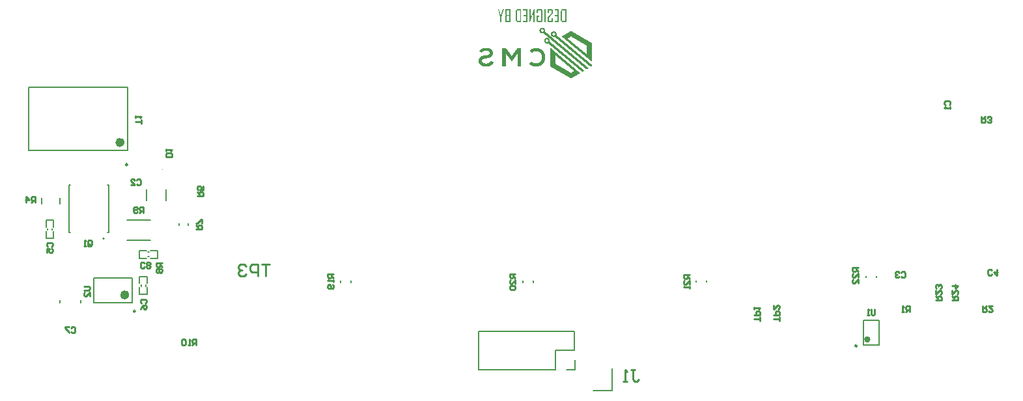
<source format=gbo>
G04*
G04 #@! TF.GenerationSoftware,Altium Limited,Altium Designer,19.1.8 (144)*
G04*
G04 Layer_Color=32896*
%FSLAX25Y25*%
%MOIN*%
G70*
G01*
G75*
%ADD10C,0.02362*%
%ADD11C,0.00984*%
%ADD12C,0.00787*%
%ADD13C,0.01000*%
%ADD40C,0.00600*%
%ADD93C,0.01575*%
%ADD94C,0.00394*%
%ADD95C,0.00500*%
G36*
X264756Y183452D02*
Y183436D01*
Y183420D01*
Y183403D01*
Y183387D01*
Y183370D01*
Y183354D01*
Y183338D01*
Y183322D01*
Y183305D01*
Y183289D01*
Y183273D01*
Y183256D01*
Y183240D01*
Y183224D01*
Y183207D01*
Y183191D01*
Y183175D01*
Y183158D01*
Y183142D01*
Y183126D01*
Y183109D01*
Y183093D01*
Y183077D01*
Y183061D01*
Y183044D01*
Y183028D01*
Y183012D01*
Y182995D01*
Y182979D01*
Y182963D01*
Y182946D01*
Y182930D01*
Y182914D01*
Y182897D01*
Y182881D01*
Y182865D01*
Y182848D01*
Y182832D01*
Y182816D01*
Y182799D01*
Y182783D01*
Y182767D01*
Y182750D01*
Y182734D01*
Y182718D01*
Y182702D01*
Y182685D01*
Y182669D01*
Y182653D01*
Y182636D01*
Y182620D01*
Y182604D01*
Y182587D01*
Y182571D01*
Y182555D01*
Y182538D01*
Y182522D01*
Y182506D01*
Y182490D01*
Y182473D01*
Y182457D01*
Y182440D01*
Y182424D01*
Y182408D01*
Y182392D01*
Y182375D01*
Y182359D01*
Y182343D01*
Y182326D01*
Y182310D01*
Y182294D01*
Y182277D01*
Y182261D01*
Y182245D01*
Y182228D01*
Y182212D01*
Y182196D01*
Y182179D01*
Y182163D01*
Y182147D01*
Y182131D01*
Y182114D01*
Y182098D01*
Y182082D01*
Y182065D01*
Y182049D01*
Y182033D01*
Y182016D01*
Y182000D01*
Y181984D01*
Y181967D01*
Y181951D01*
Y181935D01*
Y181918D01*
Y181902D01*
Y181886D01*
Y181869D01*
Y181853D01*
Y181837D01*
Y181820D01*
Y181804D01*
Y181788D01*
Y181772D01*
Y181755D01*
Y181739D01*
Y181723D01*
Y181706D01*
Y181690D01*
Y181674D01*
Y181657D01*
Y181641D01*
Y181625D01*
Y181608D01*
Y181592D01*
Y181576D01*
Y181560D01*
Y181543D01*
Y181527D01*
Y181510D01*
Y181494D01*
Y181478D01*
Y181462D01*
Y181445D01*
Y181429D01*
Y181413D01*
Y181396D01*
Y181380D01*
Y181364D01*
Y181347D01*
Y181331D01*
Y181315D01*
Y181298D01*
Y181282D01*
Y181266D01*
Y181249D01*
Y181233D01*
Y181217D01*
Y181201D01*
Y181184D01*
Y181168D01*
Y181152D01*
Y181135D01*
Y181119D01*
Y181103D01*
Y181086D01*
Y181070D01*
Y181054D01*
Y181037D01*
Y181021D01*
Y181005D01*
Y180988D01*
Y180972D01*
Y180956D01*
Y180939D01*
Y180923D01*
Y180907D01*
Y180891D01*
Y180874D01*
Y180858D01*
Y180842D01*
Y180825D01*
Y180809D01*
Y180793D01*
Y180776D01*
Y180760D01*
Y180744D01*
Y180727D01*
Y180711D01*
Y180695D01*
Y180678D01*
Y180662D01*
Y180646D01*
Y180630D01*
Y180613D01*
Y180597D01*
Y180580D01*
Y180564D01*
Y180548D01*
Y180532D01*
Y180515D01*
Y180499D01*
Y180483D01*
Y180466D01*
Y180450D01*
Y180434D01*
Y180417D01*
Y180401D01*
Y180385D01*
Y180368D01*
Y180352D01*
Y180336D01*
Y180319D01*
Y180303D01*
Y180287D01*
Y180271D01*
Y180254D01*
Y180238D01*
Y180222D01*
Y180205D01*
Y180189D01*
Y180173D01*
Y180156D01*
Y180140D01*
Y180124D01*
Y180107D01*
Y180091D01*
Y180075D01*
Y180058D01*
Y180042D01*
Y180026D01*
Y180009D01*
Y179993D01*
Y179977D01*
Y179961D01*
Y179944D01*
Y179928D01*
Y179912D01*
Y179895D01*
Y179879D01*
Y179863D01*
Y179846D01*
Y179830D01*
Y179814D01*
Y179797D01*
Y179781D01*
Y179765D01*
Y179748D01*
Y179732D01*
Y179716D01*
Y179700D01*
Y179683D01*
Y179667D01*
Y179650D01*
Y179634D01*
Y179618D01*
Y179602D01*
Y179585D01*
Y179569D01*
Y179553D01*
Y179536D01*
Y179520D01*
Y179504D01*
Y179487D01*
Y179471D01*
Y179455D01*
Y179438D01*
Y179422D01*
Y179406D01*
Y179390D01*
Y179373D01*
Y179357D01*
Y179341D01*
Y179324D01*
Y179308D01*
Y179292D01*
Y179275D01*
Y179259D01*
Y179243D01*
Y179226D01*
Y179210D01*
Y179194D01*
Y179177D01*
Y179161D01*
Y179145D01*
Y179128D01*
Y179112D01*
Y179096D01*
Y179079D01*
Y179063D01*
Y179047D01*
Y179031D01*
Y179014D01*
Y178998D01*
Y178982D01*
Y178965D01*
Y178949D01*
Y178933D01*
Y178916D01*
Y178900D01*
Y178884D01*
Y178867D01*
Y178851D01*
Y178835D01*
Y178818D01*
Y178802D01*
Y178786D01*
Y178770D01*
Y178753D01*
Y178737D01*
Y178720D01*
Y178704D01*
Y178688D01*
Y178672D01*
Y178655D01*
Y178639D01*
Y178623D01*
Y178606D01*
Y178590D01*
Y178574D01*
Y178557D01*
Y178541D01*
Y178525D01*
Y178508D01*
Y178492D01*
Y178476D01*
Y178460D01*
Y178443D01*
Y178427D01*
Y178410D01*
Y178394D01*
Y178378D01*
Y178362D01*
Y178345D01*
Y178329D01*
Y178313D01*
Y178296D01*
Y178280D01*
Y178264D01*
Y178247D01*
Y178231D01*
Y178215D01*
Y178198D01*
Y178182D01*
Y178166D01*
Y178149D01*
Y178133D01*
Y178117D01*
Y178101D01*
Y178084D01*
Y178068D01*
Y178052D01*
Y178035D01*
Y178019D01*
Y178003D01*
Y177986D01*
Y177970D01*
Y177954D01*
Y177937D01*
Y177921D01*
Y177905D01*
Y177888D01*
Y177872D01*
Y177856D01*
Y177840D01*
Y177823D01*
Y177807D01*
Y177790D01*
Y177774D01*
Y177758D01*
Y177742D01*
Y177725D01*
Y177709D01*
Y177693D01*
Y177676D01*
Y177660D01*
Y177644D01*
Y177627D01*
Y177611D01*
Y177595D01*
Y177578D01*
Y177562D01*
Y177546D01*
Y177530D01*
Y177513D01*
Y177497D01*
Y177480D01*
Y177464D01*
Y177448D01*
Y177432D01*
Y177415D01*
Y177399D01*
Y177383D01*
Y177366D01*
Y177350D01*
Y177334D01*
Y177317D01*
Y177301D01*
Y177285D01*
Y177268D01*
Y177252D01*
Y177236D01*
Y177219D01*
Y177203D01*
Y177187D01*
Y177171D01*
Y177154D01*
Y177138D01*
Y177122D01*
Y177105D01*
Y177089D01*
Y177073D01*
Y177056D01*
Y177040D01*
Y177024D01*
Y177007D01*
Y176991D01*
Y176975D01*
Y176958D01*
Y176942D01*
Y176926D01*
Y176909D01*
Y176893D01*
Y176877D01*
Y176860D01*
Y176844D01*
Y176828D01*
Y176812D01*
Y176795D01*
Y176779D01*
Y176763D01*
Y176746D01*
Y176730D01*
Y176714D01*
Y176697D01*
Y176681D01*
Y176665D01*
Y176648D01*
Y176632D01*
Y176616D01*
Y176600D01*
Y176583D01*
Y176567D01*
Y176550D01*
Y176534D01*
Y176518D01*
Y176502D01*
Y176485D01*
Y176469D01*
Y176453D01*
Y176436D01*
Y176420D01*
Y176404D01*
Y176387D01*
Y176371D01*
Y176355D01*
Y176338D01*
Y176322D01*
Y176306D01*
Y176289D01*
Y176273D01*
Y176257D01*
Y176241D01*
Y176224D01*
Y176208D01*
Y176192D01*
Y176175D01*
Y176159D01*
Y176143D01*
Y176126D01*
Y176110D01*
Y176094D01*
Y176077D01*
Y176061D01*
Y176045D01*
Y176028D01*
Y176012D01*
Y175996D01*
Y175979D01*
Y175963D01*
Y175947D01*
Y175931D01*
Y175914D01*
Y175898D01*
Y175882D01*
Y175865D01*
Y175849D01*
Y175833D01*
Y175816D01*
Y175800D01*
Y175784D01*
Y175767D01*
Y175751D01*
Y175735D01*
Y175718D01*
Y175702D01*
Y175686D01*
Y175670D01*
Y175653D01*
Y175637D01*
Y175621D01*
Y175604D01*
Y175588D01*
Y175572D01*
Y175555D01*
Y175539D01*
Y175523D01*
Y175506D01*
Y175490D01*
Y175474D01*
Y175457D01*
Y175441D01*
Y175425D01*
Y175408D01*
Y175392D01*
Y175376D01*
Y175359D01*
Y175343D01*
Y175327D01*
Y175311D01*
Y175294D01*
Y175278D01*
Y175262D01*
Y175245D01*
Y175229D01*
Y175213D01*
Y175196D01*
Y175180D01*
Y175164D01*
Y175147D01*
Y175131D01*
Y175115D01*
Y175099D01*
Y175082D01*
Y175066D01*
Y175049D01*
Y175033D01*
Y175017D01*
Y175001D01*
Y174984D01*
Y174968D01*
Y174952D01*
Y174935D01*
Y174919D01*
Y174903D01*
Y174886D01*
Y174870D01*
Y174854D01*
Y174837D01*
Y174821D01*
Y174805D01*
Y174788D01*
Y174772D01*
Y174756D01*
Y174740D01*
Y174723D01*
Y174707D01*
Y174691D01*
Y174674D01*
Y174658D01*
Y174642D01*
Y174625D01*
Y174609D01*
Y174593D01*
Y174576D01*
Y174560D01*
Y174544D01*
Y174527D01*
Y174511D01*
Y174495D01*
Y174478D01*
Y174462D01*
Y174446D01*
Y174430D01*
X263043D01*
Y174446D01*
Y174462D01*
Y174478D01*
Y174495D01*
Y174511D01*
Y174527D01*
Y174544D01*
Y174560D01*
Y174576D01*
Y174593D01*
Y174609D01*
Y174625D01*
Y174642D01*
Y174658D01*
Y174674D01*
Y174691D01*
Y174707D01*
Y174723D01*
Y174740D01*
Y174756D01*
Y174772D01*
Y174788D01*
Y174805D01*
Y174821D01*
Y174837D01*
Y174854D01*
Y174870D01*
Y174886D01*
Y174903D01*
Y174919D01*
Y174935D01*
Y174952D01*
Y174968D01*
Y174984D01*
Y175001D01*
Y175017D01*
Y175033D01*
Y175049D01*
Y175066D01*
Y175082D01*
Y175099D01*
Y175115D01*
Y175131D01*
Y175147D01*
Y175164D01*
Y175180D01*
Y175196D01*
Y175213D01*
Y175229D01*
Y175245D01*
Y175262D01*
Y175278D01*
Y175294D01*
Y175311D01*
Y175327D01*
Y175343D01*
Y175359D01*
Y175376D01*
Y175392D01*
Y175408D01*
Y175425D01*
Y175441D01*
Y175457D01*
Y175474D01*
Y175490D01*
Y175506D01*
Y175523D01*
Y175539D01*
Y175555D01*
Y175572D01*
Y175588D01*
Y175604D01*
Y175621D01*
Y175637D01*
Y175653D01*
Y175670D01*
Y175686D01*
Y175702D01*
Y175718D01*
Y175735D01*
Y175751D01*
Y175767D01*
Y175784D01*
Y175800D01*
Y175816D01*
Y175833D01*
Y175849D01*
Y175865D01*
Y175882D01*
Y175898D01*
Y175914D01*
Y175931D01*
Y175947D01*
Y175963D01*
Y175979D01*
Y175996D01*
Y176012D01*
Y176028D01*
Y176045D01*
Y176061D01*
Y176077D01*
Y176094D01*
Y176110D01*
Y176126D01*
Y176143D01*
Y176159D01*
Y176175D01*
Y176192D01*
Y176208D01*
Y176224D01*
Y176241D01*
Y176257D01*
Y176273D01*
Y176289D01*
Y176306D01*
Y176322D01*
Y176338D01*
Y176355D01*
Y176371D01*
Y176387D01*
Y176404D01*
Y176420D01*
Y176436D01*
Y176453D01*
Y176469D01*
Y176485D01*
Y176502D01*
Y176518D01*
Y176534D01*
Y176550D01*
Y176567D01*
Y176583D01*
Y176600D01*
Y176616D01*
Y176632D01*
Y176648D01*
Y176665D01*
Y176681D01*
Y176697D01*
Y176714D01*
Y176730D01*
Y176746D01*
Y176763D01*
Y176779D01*
Y176795D01*
Y176812D01*
Y176828D01*
Y176844D01*
Y176860D01*
Y176877D01*
Y176893D01*
Y176909D01*
Y176926D01*
Y176942D01*
Y176958D01*
Y176975D01*
Y176991D01*
Y177007D01*
Y177024D01*
Y177040D01*
Y177056D01*
Y177073D01*
Y177089D01*
Y177105D01*
Y177122D01*
Y177138D01*
Y177154D01*
Y177171D01*
Y177187D01*
Y177203D01*
Y177219D01*
Y177236D01*
Y177252D01*
Y177268D01*
Y177285D01*
Y177301D01*
Y177317D01*
Y177334D01*
Y177350D01*
Y177366D01*
Y177383D01*
Y177399D01*
Y177415D01*
Y177432D01*
Y177448D01*
Y177464D01*
Y177480D01*
Y177497D01*
Y177513D01*
Y177530D01*
Y177546D01*
Y177562D01*
Y177578D01*
Y177595D01*
Y177611D01*
Y177627D01*
Y177644D01*
Y177660D01*
Y177676D01*
Y177693D01*
Y177709D01*
Y177725D01*
Y177742D01*
Y177758D01*
Y177774D01*
Y177790D01*
Y177807D01*
Y177823D01*
Y177840D01*
Y177856D01*
Y177872D01*
Y177888D01*
Y177905D01*
Y177921D01*
Y177937D01*
Y177954D01*
Y177970D01*
Y177986D01*
Y178003D01*
Y178019D01*
Y178035D01*
Y178052D01*
Y178068D01*
Y178084D01*
Y178101D01*
Y178117D01*
Y178133D01*
Y178149D01*
Y178166D01*
Y178182D01*
Y178198D01*
Y178215D01*
Y178231D01*
Y178247D01*
Y178264D01*
Y178280D01*
Y178296D01*
Y178313D01*
Y178329D01*
Y178345D01*
Y178362D01*
Y178378D01*
Y178394D01*
Y178410D01*
Y178427D01*
Y178443D01*
Y178460D01*
Y178476D01*
Y178492D01*
Y178508D01*
Y178525D01*
Y178541D01*
Y178557D01*
Y178574D01*
Y178590D01*
Y178606D01*
Y178623D01*
Y178639D01*
Y178655D01*
Y178672D01*
Y178688D01*
Y178704D01*
Y178720D01*
Y178737D01*
Y178753D01*
Y178770D01*
Y178786D01*
Y178802D01*
Y178818D01*
Y178835D01*
Y178851D01*
Y178867D01*
Y178884D01*
Y178900D01*
Y178916D01*
Y178933D01*
Y178949D01*
Y178965D01*
Y178982D01*
Y178998D01*
Y179014D01*
Y179031D01*
Y179047D01*
Y179063D01*
Y179079D01*
Y179096D01*
Y179112D01*
Y179128D01*
Y179145D01*
Y179161D01*
Y179177D01*
Y179194D01*
Y179210D01*
Y179226D01*
Y179243D01*
Y179259D01*
Y179275D01*
Y179292D01*
Y179308D01*
Y179324D01*
Y179341D01*
Y179357D01*
Y179373D01*
Y179390D01*
Y179406D01*
Y179422D01*
Y179438D01*
Y179455D01*
Y179471D01*
Y179487D01*
Y179504D01*
Y179520D01*
Y179536D01*
Y179553D01*
Y179569D01*
Y179585D01*
Y179602D01*
Y179618D01*
Y179634D01*
Y179650D01*
Y179667D01*
Y179683D01*
Y179700D01*
Y179716D01*
Y179732D01*
Y179748D01*
Y179765D01*
Y179781D01*
Y179797D01*
Y179814D01*
Y179830D01*
Y179846D01*
Y179863D01*
Y179879D01*
Y179895D01*
Y179912D01*
Y179928D01*
Y179944D01*
Y179961D01*
Y179977D01*
Y179993D01*
Y180009D01*
Y180026D01*
Y180042D01*
Y180058D01*
Y180075D01*
Y180091D01*
Y180107D01*
Y180124D01*
Y180140D01*
Y180156D01*
Y180173D01*
Y180189D01*
Y180205D01*
Y180222D01*
Y180238D01*
Y180254D01*
Y180271D01*
Y180287D01*
Y180303D01*
Y180319D01*
Y180336D01*
Y180352D01*
Y180368D01*
Y180385D01*
Y180401D01*
Y180417D01*
Y180434D01*
Y180450D01*
Y180466D01*
Y180483D01*
Y180499D01*
Y180515D01*
Y180532D01*
Y180548D01*
Y180564D01*
Y180580D01*
Y180597D01*
Y180613D01*
Y180630D01*
Y180646D01*
Y180662D01*
Y180678D01*
Y180695D01*
Y180711D01*
Y180727D01*
Y180744D01*
Y180760D01*
Y180776D01*
Y180793D01*
Y180809D01*
Y180825D01*
Y180842D01*
Y180858D01*
Y180874D01*
Y180891D01*
Y180907D01*
Y180923D01*
Y180939D01*
Y180956D01*
Y180972D01*
X263026D01*
Y180956D01*
Y180939D01*
X263010D01*
Y180923D01*
X262994D01*
Y180907D01*
X262977D01*
Y180891D01*
Y180874D01*
X262961D01*
Y180858D01*
X262945D01*
Y180842D01*
X262929D01*
Y180825D01*
Y180809D01*
X262912D01*
Y180793D01*
X262896D01*
Y180776D01*
X262879D01*
Y180760D01*
Y180744D01*
X262863D01*
Y180727D01*
X262847D01*
Y180711D01*
Y180695D01*
X262831D01*
Y180678D01*
X262814D01*
Y180662D01*
X262798D01*
Y180646D01*
Y180630D01*
X262782D01*
Y180613D01*
X262765D01*
Y180597D01*
X262749D01*
Y180580D01*
Y180564D01*
X262733D01*
Y180548D01*
X262716D01*
Y180532D01*
Y180515D01*
X262700D01*
Y180499D01*
X262684D01*
Y180483D01*
X262667D01*
Y180466D01*
Y180450D01*
X262651D01*
Y180434D01*
X262635D01*
Y180417D01*
X262618D01*
Y180401D01*
Y180385D01*
X262602D01*
Y180368D01*
X262586D01*
Y180352D01*
X262569D01*
Y180336D01*
Y180319D01*
X262553D01*
Y180303D01*
X262537D01*
Y180287D01*
Y180271D01*
X262521D01*
Y180254D01*
X262504D01*
Y180238D01*
X262488D01*
Y180222D01*
Y180205D01*
X262472D01*
Y180189D01*
X262455D01*
Y180173D01*
X262439D01*
Y180156D01*
Y180140D01*
X262423D01*
Y180124D01*
X262406D01*
Y180107D01*
Y180091D01*
X262390D01*
Y180075D01*
X262374D01*
Y180058D01*
X262357D01*
Y180042D01*
Y180026D01*
X262341D01*
Y180009D01*
X262325D01*
Y179993D01*
X262308D01*
Y179977D01*
Y179961D01*
X262292D01*
Y179944D01*
X262276D01*
Y179928D01*
X262260D01*
Y179912D01*
Y179895D01*
X262243D01*
Y179879D01*
X262227D01*
Y179863D01*
Y179846D01*
X262211D01*
Y179830D01*
X262194D01*
Y179814D01*
X262178D01*
Y179797D01*
Y179781D01*
X262162D01*
Y179765D01*
X262145D01*
Y179748D01*
X262129D01*
Y179732D01*
Y179716D01*
X262113D01*
Y179700D01*
X262096D01*
Y179683D01*
X262080D01*
Y179667D01*
Y179650D01*
X262064D01*
Y179634D01*
X262047D01*
Y179618D01*
Y179602D01*
X262031D01*
Y179585D01*
X262015D01*
Y179569D01*
X261999D01*
Y179553D01*
Y179536D01*
X261982D01*
Y179520D01*
X261966D01*
Y179504D01*
X261949D01*
Y179487D01*
Y179471D01*
X261933D01*
Y179455D01*
X261917D01*
Y179438D01*
Y179422D01*
X261901D01*
Y179406D01*
X261884D01*
Y179390D01*
X261868D01*
Y179373D01*
Y179357D01*
X261852D01*
Y179341D01*
X261835D01*
Y179324D01*
X261819D01*
Y179308D01*
Y179292D01*
X261803D01*
Y179275D01*
X261786D01*
Y179259D01*
X261770D01*
Y179243D01*
Y179226D01*
X261754D01*
Y179210D01*
X261737D01*
Y179194D01*
Y179177D01*
X261721D01*
Y179161D01*
X261705D01*
Y179145D01*
X261688D01*
Y179128D01*
Y179112D01*
X261672D01*
Y179096D01*
X261656D01*
Y179079D01*
X261639D01*
Y179063D01*
Y179047D01*
X261623D01*
Y179031D01*
X261607D01*
Y179014D01*
Y178998D01*
X261591D01*
Y178982D01*
X261574D01*
Y178965D01*
X261558D01*
Y178949D01*
Y178933D01*
X261542D01*
Y178916D01*
X261525D01*
Y178900D01*
X261509D01*
Y178884D01*
Y178867D01*
X261493D01*
Y178851D01*
X261476D01*
Y178835D01*
X261460D01*
Y178818D01*
Y178802D01*
X261444D01*
Y178786D01*
X261427D01*
Y178770D01*
Y178753D01*
X261411D01*
Y178737D01*
X261395D01*
Y178720D01*
X261379D01*
Y178704D01*
Y178688D01*
X261362D01*
Y178672D01*
X261346D01*
Y178655D01*
X261330D01*
Y178639D01*
Y178623D01*
X261313D01*
Y178606D01*
X261297D01*
Y178590D01*
Y178574D01*
X261281D01*
Y178557D01*
X261264D01*
Y178541D01*
X261248D01*
Y178525D01*
Y178508D01*
X261232D01*
Y178492D01*
X261215D01*
Y178476D01*
X261199D01*
Y178460D01*
Y178443D01*
X261183D01*
Y178427D01*
X261166D01*
Y178410D01*
X261150D01*
Y178394D01*
Y178378D01*
X261134D01*
Y178362D01*
X261117D01*
Y178345D01*
Y178329D01*
X261101D01*
Y178313D01*
X261085D01*
Y178296D01*
X261069D01*
Y178280D01*
Y178264D01*
X261052D01*
Y178247D01*
X261036D01*
Y178231D01*
X261019D01*
Y178215D01*
Y178198D01*
X261003D01*
Y178182D01*
X260987D01*
Y178166D01*
X260971D01*
Y178149D01*
Y178133D01*
X260954D01*
Y178117D01*
X260938D01*
Y178101D01*
Y178084D01*
X260922D01*
Y178068D01*
X260905D01*
Y178052D01*
X260889D01*
Y178035D01*
Y178019D01*
X260873D01*
Y178003D01*
X260856D01*
Y177986D01*
X260840D01*
Y177970D01*
Y177954D01*
X260824D01*
Y177937D01*
X260807D01*
Y177921D01*
Y177905D01*
X260791D01*
Y177888D01*
X260775D01*
Y177872D01*
X260758D01*
Y177856D01*
Y177840D01*
X260742D01*
Y177823D01*
X260726D01*
Y177807D01*
X260710D01*
Y177790D01*
Y177774D01*
X260693D01*
Y177758D01*
X260677D01*
Y177742D01*
X260661D01*
Y177725D01*
Y177709D01*
X260644D01*
Y177693D01*
X260628D01*
Y177676D01*
Y177660D01*
X260612D01*
Y177644D01*
X260595D01*
Y177627D01*
X260579D01*
Y177611D01*
Y177595D01*
X260563D01*
Y177578D01*
X260546D01*
Y177562D01*
X260530D01*
Y177546D01*
Y177530D01*
X260514D01*
Y177513D01*
X260497D01*
Y177497D01*
Y177480D01*
X260481D01*
Y177464D01*
X260465D01*
Y177448D01*
X260449D01*
Y177432D01*
Y177415D01*
X260432D01*
Y177399D01*
X260416D01*
Y177383D01*
X260400D01*
Y177366D01*
Y177350D01*
X260383D01*
Y177334D01*
X260367D01*
Y177317D01*
X260351D01*
Y177301D01*
Y177285D01*
X260334D01*
Y177268D01*
X260318D01*
Y177252D01*
Y177236D01*
X260302D01*
Y177219D01*
X260285D01*
Y177203D01*
X260269D01*
Y177187D01*
Y177171D01*
X260253D01*
Y177154D01*
X260236D01*
Y177138D01*
X260220D01*
Y177122D01*
Y177105D01*
X260204D01*
Y177089D01*
X260187D01*
Y177073D01*
X259812D01*
Y177089D01*
Y177105D01*
X259796D01*
Y177122D01*
X259780D01*
Y177138D01*
X259763D01*
Y177154D01*
Y177171D01*
X259747D01*
Y177187D01*
X259731D01*
Y177203D01*
X259714D01*
Y177219D01*
Y177236D01*
X259698D01*
Y177252D01*
X259682D01*
Y177268D01*
X259665D01*
Y177285D01*
Y177301D01*
X259649D01*
Y177317D01*
X259633D01*
Y177334D01*
X259616D01*
Y177350D01*
Y177366D01*
X259600D01*
Y177383D01*
X259584D01*
Y177399D01*
X259567D01*
Y177415D01*
Y177432D01*
X259551D01*
Y177448D01*
X259535D01*
Y177464D01*
X259519D01*
Y177480D01*
Y177497D01*
X259502D01*
Y177513D01*
X259486D01*
Y177530D01*
X259470D01*
Y177546D01*
Y177562D01*
X259453D01*
Y177578D01*
X259437D01*
Y177595D01*
X259421D01*
Y177611D01*
Y177627D01*
X259404D01*
Y177644D01*
X259388D01*
Y177660D01*
X259372D01*
Y177676D01*
Y177693D01*
X259355D01*
Y177709D01*
X259339D01*
Y177725D01*
X259323D01*
Y177742D01*
Y177758D01*
X259306D01*
Y177774D01*
X259290D01*
Y177790D01*
X259274D01*
Y177807D01*
Y177823D01*
X259257D01*
Y177840D01*
X259241D01*
Y177856D01*
X259225D01*
Y177872D01*
Y177888D01*
X259208D01*
Y177905D01*
X259192D01*
Y177921D01*
X259176D01*
Y177937D01*
Y177954D01*
X259159D01*
Y177970D01*
X259143D01*
Y177986D01*
X259127D01*
Y178003D01*
Y178019D01*
X259111D01*
Y178035D01*
X259094D01*
Y178052D01*
X259078D01*
Y178068D01*
Y178084D01*
X259062D01*
Y178101D01*
X259045D01*
Y178117D01*
X259029D01*
Y178133D01*
Y178149D01*
X259013D01*
Y178166D01*
X258996D01*
Y178182D01*
X258980D01*
Y178198D01*
Y178215D01*
X258964D01*
Y178231D01*
X258947D01*
Y178247D01*
X258931D01*
Y178264D01*
Y178280D01*
X258915D01*
Y178296D01*
X258898D01*
Y178313D01*
X258882D01*
Y178329D01*
Y178345D01*
X258866D01*
Y178362D01*
X258850D01*
Y178378D01*
X258833D01*
Y178394D01*
Y178410D01*
X258817D01*
Y178427D01*
X258801D01*
Y178443D01*
X258784D01*
Y178460D01*
Y178476D01*
X258768D01*
Y178492D01*
X258752D01*
Y178508D01*
X258735D01*
Y178525D01*
Y178541D01*
X258719D01*
Y178557D01*
X258703D01*
Y178574D01*
X258686D01*
Y178590D01*
Y178606D01*
X258670D01*
Y178623D01*
X258654D01*
Y178639D01*
X258637D01*
Y178655D01*
Y178672D01*
X258621D01*
Y178688D01*
X258605D01*
Y178704D01*
X258589D01*
Y178720D01*
Y178737D01*
X258572D01*
Y178753D01*
X258556D01*
Y178770D01*
X258540D01*
Y178786D01*
Y178802D01*
X258523D01*
Y178818D01*
X258507D01*
Y178835D01*
X258491D01*
Y178851D01*
Y178867D01*
X258474D01*
Y178884D01*
X258458D01*
Y178900D01*
X258442D01*
Y178916D01*
Y178933D01*
X258425D01*
Y178949D01*
X258409D01*
Y178965D01*
X258393D01*
Y178982D01*
Y178998D01*
X258376D01*
Y179014D01*
X258360D01*
Y179031D01*
X258344D01*
Y179047D01*
Y179063D01*
X258327D01*
Y179079D01*
X258311D01*
Y179096D01*
X258295D01*
Y179112D01*
Y179128D01*
X258278D01*
Y179145D01*
X258262D01*
Y179161D01*
X258246D01*
Y179177D01*
Y179194D01*
X258229D01*
Y179210D01*
X258213D01*
Y179226D01*
X258197D01*
Y179243D01*
Y179259D01*
X258181D01*
Y179275D01*
X258164D01*
Y179292D01*
X258148D01*
Y179308D01*
Y179324D01*
X258132D01*
Y179341D01*
X258115D01*
Y179357D01*
X258099D01*
Y179373D01*
Y179390D01*
X258083D01*
Y179406D01*
X258066D01*
Y179422D01*
X258050D01*
Y179438D01*
Y179455D01*
X258034D01*
Y179471D01*
X258017D01*
Y179487D01*
X258001D01*
Y179504D01*
Y179520D01*
X257985D01*
Y179536D01*
X257968D01*
Y179553D01*
X257952D01*
Y179569D01*
Y179585D01*
X257936D01*
Y179602D01*
X257920D01*
Y179618D01*
X257903D01*
Y179634D01*
Y179650D01*
X257887D01*
Y179667D01*
X257871D01*
Y179683D01*
X257854D01*
Y179700D01*
Y179716D01*
X257838D01*
Y179732D01*
X257822D01*
Y179748D01*
X257805D01*
Y179765D01*
Y179781D01*
X257789D01*
Y179797D01*
X257773D01*
Y179814D01*
X257756D01*
Y179830D01*
Y179846D01*
X257740D01*
Y179863D01*
X257724D01*
Y179879D01*
X257707D01*
Y179895D01*
Y179912D01*
X257691D01*
Y179928D01*
X257675D01*
Y179944D01*
X257659D01*
Y179961D01*
Y179977D01*
X257642D01*
Y179993D01*
X257626D01*
Y180009D01*
X257610D01*
Y180026D01*
Y180042D01*
X257593D01*
Y180058D01*
X257577D01*
Y180075D01*
X257561D01*
Y180091D01*
Y180107D01*
X257544D01*
Y180124D01*
X257528D01*
Y180140D01*
X257512D01*
Y180156D01*
Y180173D01*
X257495D01*
Y180189D01*
X257479D01*
Y180205D01*
X257463D01*
Y180222D01*
Y180238D01*
X257446D01*
Y180254D01*
X257430D01*
Y180271D01*
X257414D01*
Y180287D01*
Y180303D01*
X257397D01*
Y180319D01*
X257381D01*
Y180336D01*
X257365D01*
Y180352D01*
Y180368D01*
X257348D01*
Y180385D01*
X257332D01*
Y180401D01*
X257316D01*
Y180417D01*
Y180434D01*
X257299D01*
Y180450D01*
X257283D01*
Y180466D01*
X257267D01*
Y180483D01*
Y180499D01*
X257251D01*
Y180515D01*
X257234D01*
Y180532D01*
X257218D01*
Y180548D01*
Y180564D01*
X257202D01*
Y180580D01*
X257185D01*
Y180597D01*
X257169D01*
Y180613D01*
Y180630D01*
X257153D01*
Y180646D01*
X257136D01*
Y180662D01*
X257120D01*
Y180678D01*
Y180695D01*
X257104D01*
Y180711D01*
X257087D01*
Y180727D01*
X257071D01*
Y180744D01*
Y180760D01*
X257055D01*
Y180776D01*
X257038D01*
Y180793D01*
X257022D01*
Y180809D01*
Y180825D01*
X257006D01*
Y180842D01*
X256990D01*
Y180858D01*
X256973D01*
Y180874D01*
Y180891D01*
X256957D01*
Y180907D01*
X256941D01*
Y180923D01*
X256924D01*
Y180939D01*
Y180956D01*
X256908D01*
Y180939D01*
Y180923D01*
Y180907D01*
Y180891D01*
Y180874D01*
Y180858D01*
Y180842D01*
Y180825D01*
Y180809D01*
Y180793D01*
Y180776D01*
Y180760D01*
Y180744D01*
Y180727D01*
Y180711D01*
Y180695D01*
Y180678D01*
Y180662D01*
Y180646D01*
Y180630D01*
Y180613D01*
Y180597D01*
Y180580D01*
Y180564D01*
Y180548D01*
Y180532D01*
Y180515D01*
Y180499D01*
Y180483D01*
Y180466D01*
Y180450D01*
Y180434D01*
Y180417D01*
Y180401D01*
Y180385D01*
Y180368D01*
Y180352D01*
Y180336D01*
Y180319D01*
Y180303D01*
Y180287D01*
Y180271D01*
Y180254D01*
Y180238D01*
Y180222D01*
Y180205D01*
Y180189D01*
Y180173D01*
Y180156D01*
Y180140D01*
Y180124D01*
Y180107D01*
Y180091D01*
Y180075D01*
Y180058D01*
Y180042D01*
Y180026D01*
Y180009D01*
Y179993D01*
Y179977D01*
Y179961D01*
Y179944D01*
Y179928D01*
Y179912D01*
Y179895D01*
Y179879D01*
Y179863D01*
Y179846D01*
Y179830D01*
Y179814D01*
Y179797D01*
Y179781D01*
Y179765D01*
Y179748D01*
Y179732D01*
Y179716D01*
Y179700D01*
Y179683D01*
Y179667D01*
Y179650D01*
Y179634D01*
Y179618D01*
Y179602D01*
Y179585D01*
Y179569D01*
Y179553D01*
Y179536D01*
Y179520D01*
Y179504D01*
Y179487D01*
Y179471D01*
Y179455D01*
Y179438D01*
Y179422D01*
Y179406D01*
Y179390D01*
Y179373D01*
Y179357D01*
Y179341D01*
Y179324D01*
Y179308D01*
Y179292D01*
Y179275D01*
Y179259D01*
Y179243D01*
Y179226D01*
Y179210D01*
Y179194D01*
Y179177D01*
Y179161D01*
Y179145D01*
Y179128D01*
Y179112D01*
Y179096D01*
Y179079D01*
Y179063D01*
Y179047D01*
Y179031D01*
Y179014D01*
Y178998D01*
Y178982D01*
Y178965D01*
Y178949D01*
Y178933D01*
Y178916D01*
Y178900D01*
Y178884D01*
Y178867D01*
Y178851D01*
Y178835D01*
Y178818D01*
Y178802D01*
Y178786D01*
Y178770D01*
Y178753D01*
Y178737D01*
Y178720D01*
Y178704D01*
Y178688D01*
Y178672D01*
Y178655D01*
Y178639D01*
Y178623D01*
Y178606D01*
Y178590D01*
Y178574D01*
Y178557D01*
Y178541D01*
Y178525D01*
Y178508D01*
Y178492D01*
Y178476D01*
Y178460D01*
Y178443D01*
Y178427D01*
Y178410D01*
Y178394D01*
Y178378D01*
Y178362D01*
Y178345D01*
Y178329D01*
Y178313D01*
Y178296D01*
Y178280D01*
Y178264D01*
Y178247D01*
Y178231D01*
Y178215D01*
Y178198D01*
Y178182D01*
Y178166D01*
Y178149D01*
Y178133D01*
Y178117D01*
Y178101D01*
Y178084D01*
Y178068D01*
Y178052D01*
Y178035D01*
Y178019D01*
Y178003D01*
Y177986D01*
Y177970D01*
Y177954D01*
Y177937D01*
Y177921D01*
Y177905D01*
Y177888D01*
Y177872D01*
Y177856D01*
Y177840D01*
Y177823D01*
Y177807D01*
Y177790D01*
Y177774D01*
Y177758D01*
Y177742D01*
Y177725D01*
Y177709D01*
Y177693D01*
Y177676D01*
Y177660D01*
Y177644D01*
Y177627D01*
Y177611D01*
Y177595D01*
Y177578D01*
Y177562D01*
Y177546D01*
Y177530D01*
Y177513D01*
Y177497D01*
Y177480D01*
Y177464D01*
Y177448D01*
Y177432D01*
Y177415D01*
Y177399D01*
Y177383D01*
Y177366D01*
Y177350D01*
Y177334D01*
Y177317D01*
Y177301D01*
Y177285D01*
Y177268D01*
Y177252D01*
Y177236D01*
Y177219D01*
Y177203D01*
Y177187D01*
Y177171D01*
Y177154D01*
Y177138D01*
Y177122D01*
Y177105D01*
Y177089D01*
Y177073D01*
Y177056D01*
Y177040D01*
Y177024D01*
Y177007D01*
Y176991D01*
Y176975D01*
Y176958D01*
Y176942D01*
Y176926D01*
Y176909D01*
Y176893D01*
Y176877D01*
Y176860D01*
Y176844D01*
Y176828D01*
Y176812D01*
Y176795D01*
Y176779D01*
Y176763D01*
Y176746D01*
Y176730D01*
Y176714D01*
Y176697D01*
Y176681D01*
Y176665D01*
Y176648D01*
Y176632D01*
Y176616D01*
Y176600D01*
Y176583D01*
Y176567D01*
Y176550D01*
Y176534D01*
Y176518D01*
Y176502D01*
Y176485D01*
Y176469D01*
Y176453D01*
Y176436D01*
Y176420D01*
Y176404D01*
Y176387D01*
Y176371D01*
Y176355D01*
Y176338D01*
Y176322D01*
Y176306D01*
Y176289D01*
Y176273D01*
Y176257D01*
Y176241D01*
Y176224D01*
Y176208D01*
Y176192D01*
Y176175D01*
Y176159D01*
Y176143D01*
Y176126D01*
Y176110D01*
Y176094D01*
Y176077D01*
Y176061D01*
Y176045D01*
Y176028D01*
Y176012D01*
Y175996D01*
Y175979D01*
Y175963D01*
Y175947D01*
Y175931D01*
Y175914D01*
Y175898D01*
Y175882D01*
Y175865D01*
Y175849D01*
Y175833D01*
Y175816D01*
Y175800D01*
Y175784D01*
Y175767D01*
Y175751D01*
Y175735D01*
Y175718D01*
Y175702D01*
Y175686D01*
Y175670D01*
Y175653D01*
Y175637D01*
Y175621D01*
Y175604D01*
Y175588D01*
Y175572D01*
Y175555D01*
Y175539D01*
Y175523D01*
Y175506D01*
Y175490D01*
Y175474D01*
Y175457D01*
Y175441D01*
Y175425D01*
Y175408D01*
Y175392D01*
Y175376D01*
Y175359D01*
Y175343D01*
Y175327D01*
Y175311D01*
Y175294D01*
Y175278D01*
Y175262D01*
Y175245D01*
Y175229D01*
Y175213D01*
Y175196D01*
Y175180D01*
Y175164D01*
Y175147D01*
Y175131D01*
Y175115D01*
Y175099D01*
Y175082D01*
Y175066D01*
Y175049D01*
Y175033D01*
Y175017D01*
Y175001D01*
Y174984D01*
Y174968D01*
Y174952D01*
Y174935D01*
Y174919D01*
Y174903D01*
Y174886D01*
Y174870D01*
Y174854D01*
Y174837D01*
Y174821D01*
Y174805D01*
Y174788D01*
Y174772D01*
Y174756D01*
Y174740D01*
Y174723D01*
Y174707D01*
Y174691D01*
Y174674D01*
Y174658D01*
Y174642D01*
Y174625D01*
Y174609D01*
Y174593D01*
Y174576D01*
Y174560D01*
Y174544D01*
Y174527D01*
Y174511D01*
Y174495D01*
Y174478D01*
Y174462D01*
Y174446D01*
Y174430D01*
X255195D01*
Y174446D01*
Y174462D01*
Y174478D01*
Y174495D01*
Y174511D01*
Y174527D01*
Y174544D01*
Y174560D01*
Y174576D01*
Y174593D01*
Y174609D01*
Y174625D01*
Y174642D01*
Y174658D01*
Y174674D01*
Y174691D01*
Y174707D01*
Y174723D01*
Y174740D01*
Y174756D01*
Y174772D01*
Y174788D01*
Y174805D01*
Y174821D01*
Y174837D01*
Y174854D01*
Y174870D01*
Y174886D01*
Y174903D01*
Y174919D01*
Y174935D01*
Y174952D01*
Y174968D01*
Y174984D01*
Y175001D01*
Y175017D01*
Y175033D01*
Y175049D01*
Y175066D01*
Y175082D01*
Y175099D01*
Y175115D01*
Y175131D01*
Y175147D01*
Y175164D01*
Y175180D01*
Y175196D01*
Y175213D01*
Y175229D01*
Y175245D01*
Y175262D01*
Y175278D01*
Y175294D01*
Y175311D01*
Y175327D01*
Y175343D01*
Y175359D01*
Y175376D01*
Y175392D01*
Y175408D01*
Y175425D01*
Y175441D01*
Y175457D01*
Y175474D01*
Y175490D01*
Y175506D01*
Y175523D01*
Y175539D01*
Y175555D01*
Y175572D01*
Y175588D01*
Y175604D01*
Y175621D01*
Y175637D01*
Y175653D01*
Y175670D01*
Y175686D01*
Y175702D01*
Y175718D01*
Y175735D01*
Y175751D01*
Y175767D01*
Y175784D01*
Y175800D01*
Y175816D01*
Y175833D01*
Y175849D01*
Y175865D01*
Y175882D01*
Y175898D01*
Y175914D01*
Y175931D01*
Y175947D01*
Y175963D01*
Y175979D01*
Y175996D01*
Y176012D01*
Y176028D01*
Y176045D01*
Y176061D01*
Y176077D01*
Y176094D01*
Y176110D01*
Y176126D01*
Y176143D01*
Y176159D01*
Y176175D01*
Y176192D01*
Y176208D01*
Y176224D01*
Y176241D01*
Y176257D01*
Y176273D01*
Y176289D01*
Y176306D01*
Y176322D01*
Y176338D01*
Y176355D01*
Y176371D01*
Y176387D01*
Y176404D01*
Y176420D01*
Y176436D01*
Y176453D01*
Y176469D01*
Y176485D01*
Y176502D01*
Y176518D01*
Y176534D01*
Y176550D01*
Y176567D01*
Y176583D01*
Y176600D01*
Y176616D01*
Y176632D01*
Y176648D01*
Y176665D01*
Y176681D01*
Y176697D01*
Y176714D01*
Y176730D01*
Y176746D01*
Y176763D01*
Y176779D01*
Y176795D01*
Y176812D01*
Y176828D01*
Y176844D01*
Y176860D01*
Y176877D01*
Y176893D01*
Y176909D01*
Y176926D01*
Y176942D01*
Y176958D01*
Y176975D01*
Y176991D01*
Y177007D01*
Y177024D01*
Y177040D01*
Y177056D01*
Y177073D01*
Y177089D01*
Y177105D01*
Y177122D01*
Y177138D01*
Y177154D01*
Y177171D01*
Y177187D01*
Y177203D01*
Y177219D01*
Y177236D01*
Y177252D01*
Y177268D01*
Y177285D01*
Y177301D01*
Y177317D01*
Y177334D01*
Y177350D01*
Y177366D01*
Y177383D01*
Y177399D01*
Y177415D01*
Y177432D01*
Y177448D01*
Y177464D01*
Y177480D01*
Y177497D01*
Y177513D01*
Y177530D01*
Y177546D01*
Y177562D01*
Y177578D01*
Y177595D01*
Y177611D01*
Y177627D01*
Y177644D01*
Y177660D01*
Y177676D01*
Y177693D01*
Y177709D01*
Y177725D01*
Y177742D01*
Y177758D01*
Y177774D01*
Y177790D01*
Y177807D01*
Y177823D01*
Y177840D01*
Y177856D01*
Y177872D01*
Y177888D01*
Y177905D01*
Y177921D01*
Y177937D01*
Y177954D01*
Y177970D01*
Y177986D01*
Y178003D01*
Y178019D01*
Y178035D01*
Y178052D01*
Y178068D01*
Y178084D01*
Y178101D01*
Y178117D01*
Y178133D01*
Y178149D01*
Y178166D01*
Y178182D01*
Y178198D01*
Y178215D01*
Y178231D01*
Y178247D01*
Y178264D01*
Y178280D01*
Y178296D01*
Y178313D01*
Y178329D01*
Y178345D01*
Y178362D01*
Y178378D01*
Y178394D01*
Y178410D01*
Y178427D01*
Y178443D01*
Y178460D01*
Y178476D01*
Y178492D01*
Y178508D01*
Y178525D01*
Y178541D01*
Y178557D01*
Y178574D01*
Y178590D01*
Y178606D01*
Y178623D01*
Y178639D01*
Y178655D01*
Y178672D01*
Y178688D01*
Y178704D01*
Y178720D01*
Y178737D01*
Y178753D01*
Y178770D01*
Y178786D01*
Y178802D01*
Y178818D01*
Y178835D01*
Y178851D01*
Y178867D01*
Y178884D01*
Y178900D01*
Y178916D01*
Y178933D01*
Y178949D01*
Y178965D01*
Y178982D01*
Y178998D01*
Y179014D01*
Y179031D01*
Y179047D01*
Y179063D01*
Y179079D01*
Y179096D01*
Y179112D01*
Y179128D01*
Y179145D01*
Y179161D01*
Y179177D01*
Y179194D01*
Y179210D01*
Y179226D01*
Y179243D01*
Y179259D01*
Y179275D01*
Y179292D01*
Y179308D01*
Y179324D01*
Y179341D01*
Y179357D01*
Y179373D01*
Y179390D01*
Y179406D01*
Y179422D01*
Y179438D01*
Y179455D01*
Y179471D01*
Y179487D01*
Y179504D01*
Y179520D01*
Y179536D01*
Y179553D01*
Y179569D01*
Y179585D01*
Y179602D01*
Y179618D01*
Y179634D01*
Y179650D01*
Y179667D01*
Y179683D01*
Y179700D01*
Y179716D01*
Y179732D01*
Y179748D01*
Y179765D01*
Y179781D01*
Y179797D01*
Y179814D01*
Y179830D01*
Y179846D01*
Y179863D01*
Y179879D01*
Y179895D01*
Y179912D01*
Y179928D01*
Y179944D01*
Y179961D01*
Y179977D01*
Y179993D01*
Y180009D01*
Y180026D01*
Y180042D01*
Y180058D01*
Y180075D01*
Y180091D01*
Y180107D01*
Y180124D01*
Y180140D01*
Y180156D01*
Y180173D01*
Y180189D01*
Y180205D01*
Y180222D01*
Y180238D01*
Y180254D01*
Y180271D01*
Y180287D01*
Y180303D01*
Y180319D01*
Y180336D01*
Y180352D01*
Y180368D01*
Y180385D01*
Y180401D01*
Y180417D01*
Y180434D01*
Y180450D01*
Y180466D01*
Y180483D01*
Y180499D01*
Y180515D01*
Y180532D01*
Y180548D01*
Y180564D01*
Y180580D01*
Y180597D01*
Y180613D01*
Y180630D01*
Y180646D01*
Y180662D01*
Y180678D01*
Y180695D01*
Y180711D01*
Y180727D01*
Y180744D01*
Y180760D01*
Y180776D01*
Y180793D01*
Y180809D01*
Y180825D01*
Y180842D01*
Y180858D01*
Y180874D01*
Y180891D01*
Y180907D01*
Y180923D01*
Y180939D01*
Y180956D01*
Y180972D01*
Y180988D01*
Y181005D01*
Y181021D01*
Y181037D01*
Y181054D01*
Y181070D01*
Y181086D01*
Y181103D01*
Y181119D01*
Y181135D01*
Y181152D01*
Y181168D01*
Y181184D01*
Y181201D01*
Y181217D01*
Y181233D01*
Y181249D01*
Y181266D01*
Y181282D01*
Y181298D01*
Y181315D01*
Y181331D01*
Y181347D01*
Y181364D01*
Y181380D01*
Y181396D01*
Y181413D01*
Y181429D01*
Y181445D01*
Y181462D01*
Y181478D01*
Y181494D01*
Y181510D01*
Y181527D01*
Y181543D01*
Y181560D01*
Y181576D01*
Y181592D01*
Y181608D01*
Y181625D01*
Y181641D01*
Y181657D01*
Y181674D01*
Y181690D01*
Y181706D01*
Y181723D01*
Y181739D01*
Y181755D01*
Y181772D01*
Y181788D01*
Y181804D01*
Y181820D01*
Y181837D01*
Y181853D01*
Y181869D01*
Y181886D01*
Y181902D01*
Y181918D01*
Y181935D01*
Y181951D01*
Y181967D01*
Y181984D01*
Y182000D01*
Y182016D01*
Y182033D01*
Y182049D01*
Y182065D01*
Y182082D01*
Y182098D01*
Y182114D01*
Y182131D01*
Y182147D01*
Y182163D01*
Y182179D01*
Y182196D01*
Y182212D01*
Y182228D01*
Y182245D01*
Y182261D01*
Y182277D01*
Y182294D01*
Y182310D01*
Y182326D01*
Y182343D01*
Y182359D01*
Y182375D01*
Y182392D01*
Y182408D01*
Y182424D01*
Y182440D01*
Y182457D01*
Y182473D01*
Y182490D01*
Y182506D01*
Y182522D01*
Y182538D01*
Y182555D01*
Y182571D01*
Y182587D01*
Y182604D01*
Y182620D01*
Y182636D01*
Y182653D01*
Y182669D01*
Y182685D01*
Y182702D01*
Y182718D01*
Y182734D01*
Y182750D01*
Y182767D01*
Y182783D01*
Y182799D01*
Y182816D01*
Y182832D01*
Y182848D01*
Y182865D01*
Y182881D01*
Y182897D01*
Y182914D01*
Y182930D01*
Y182946D01*
Y182963D01*
Y182979D01*
Y182995D01*
Y183012D01*
Y183028D01*
Y183044D01*
Y183061D01*
Y183077D01*
Y183093D01*
Y183109D01*
Y183126D01*
Y183142D01*
Y183158D01*
Y183175D01*
Y183191D01*
Y183207D01*
Y183224D01*
Y183240D01*
Y183256D01*
Y183273D01*
Y183289D01*
Y183305D01*
Y183322D01*
Y183338D01*
Y183354D01*
Y183370D01*
Y183387D01*
Y183403D01*
Y183420D01*
Y183436D01*
Y183452D01*
Y183468D01*
X257169D01*
Y183452D01*
Y183436D01*
X257185D01*
Y183420D01*
X257202D01*
Y183403D01*
X257218D01*
Y183387D01*
Y183370D01*
X257234D01*
Y183354D01*
X257251D01*
Y183338D01*
Y183322D01*
X257267D01*
Y183305D01*
X257283D01*
Y183289D01*
X257299D01*
Y183273D01*
Y183256D01*
X257316D01*
Y183240D01*
X257332D01*
Y183224D01*
X257348D01*
Y183207D01*
Y183191D01*
X257365D01*
Y183175D01*
X257381D01*
Y183158D01*
Y183142D01*
X257397D01*
Y183126D01*
X257414D01*
Y183109D01*
X257430D01*
Y183093D01*
Y183077D01*
X257446D01*
Y183061D01*
X257463D01*
Y183044D01*
X257479D01*
Y183028D01*
Y183012D01*
X257495D01*
Y182995D01*
X257512D01*
Y182979D01*
Y182963D01*
X257528D01*
Y182946D01*
X257544D01*
Y182930D01*
X257561D01*
Y182914D01*
Y182897D01*
X257577D01*
Y182881D01*
X257593D01*
Y182865D01*
X257610D01*
Y182848D01*
Y182832D01*
X257626D01*
Y182816D01*
X257642D01*
Y182799D01*
Y182783D01*
X257659D01*
Y182767D01*
X257675D01*
Y182750D01*
X257691D01*
Y182734D01*
Y182718D01*
X257707D01*
Y182702D01*
X257724D01*
Y182685D01*
X257740D01*
Y182669D01*
Y182653D01*
X257756D01*
Y182636D01*
X257773D01*
Y182620D01*
Y182604D01*
X257789D01*
Y182587D01*
X257805D01*
Y182571D01*
X257822D01*
Y182555D01*
Y182538D01*
X257838D01*
Y182522D01*
X257854D01*
Y182506D01*
X257871D01*
Y182490D01*
Y182473D01*
X257887D01*
Y182457D01*
X257903D01*
Y182440D01*
Y182424D01*
X257920D01*
Y182408D01*
X257936D01*
Y182392D01*
X257952D01*
Y182375D01*
Y182359D01*
X257968D01*
Y182343D01*
X257985D01*
Y182326D01*
X258001D01*
Y182310D01*
Y182294D01*
X258017D01*
Y182277D01*
X258034D01*
Y182261D01*
Y182245D01*
X258050D01*
Y182228D01*
X258066D01*
Y182212D01*
X258083D01*
Y182196D01*
Y182179D01*
X258099D01*
Y182163D01*
X258115D01*
Y182147D01*
X258132D01*
Y182131D01*
Y182114D01*
X258148D01*
Y182098D01*
X258164D01*
Y182082D01*
Y182065D01*
X258181D01*
Y182049D01*
X258197D01*
Y182033D01*
X258213D01*
Y182016D01*
Y182000D01*
X258229D01*
Y181984D01*
X258246D01*
Y181967D01*
X258262D01*
Y181951D01*
Y181935D01*
X258278D01*
Y181918D01*
X258295D01*
Y181902D01*
Y181886D01*
X258311D01*
Y181869D01*
X258327D01*
Y181853D01*
X258344D01*
Y181837D01*
Y181820D01*
X258360D01*
Y181804D01*
X258376D01*
Y181788D01*
X258393D01*
Y181772D01*
Y181755D01*
X258409D01*
Y181739D01*
X258425D01*
Y181723D01*
Y181706D01*
X258442D01*
Y181690D01*
X258458D01*
Y181674D01*
X258474D01*
Y181657D01*
Y181641D01*
X258491D01*
Y181625D01*
X258507D01*
Y181608D01*
X258523D01*
Y181592D01*
Y181576D01*
X258540D01*
Y181560D01*
X258556D01*
Y181543D01*
Y181527D01*
X258572D01*
Y181510D01*
X258589D01*
Y181494D01*
X258605D01*
Y181478D01*
Y181462D01*
X258621D01*
Y181445D01*
X258637D01*
Y181429D01*
X258654D01*
Y181413D01*
Y181396D01*
X258670D01*
Y181380D01*
X258686D01*
Y181364D01*
Y181347D01*
X258703D01*
Y181331D01*
X258719D01*
Y181315D01*
X258735D01*
Y181298D01*
Y181282D01*
X258752D01*
Y181266D01*
X258768D01*
Y181249D01*
X258784D01*
Y181233D01*
Y181217D01*
X258801D01*
Y181201D01*
X258817D01*
Y181184D01*
Y181168D01*
X258833D01*
Y181152D01*
X258850D01*
Y181135D01*
X258866D01*
Y181119D01*
Y181103D01*
X258882D01*
Y181086D01*
X258898D01*
Y181070D01*
X258915D01*
Y181054D01*
Y181037D01*
X258931D01*
Y181021D01*
X258947D01*
Y181005D01*
Y180988D01*
X258964D01*
Y180972D01*
X258980D01*
Y180956D01*
X258996D01*
Y180939D01*
Y180923D01*
X259013D01*
Y180907D01*
X259029D01*
Y180891D01*
X259045D01*
Y180874D01*
Y180858D01*
X259062D01*
Y180842D01*
X259078D01*
Y180825D01*
Y180809D01*
X259094D01*
Y180793D01*
X259111D01*
Y180776D01*
X259127D01*
Y180760D01*
Y180744D01*
X259143D01*
Y180727D01*
X259159D01*
Y180711D01*
X259176D01*
Y180695D01*
Y180678D01*
X259192D01*
Y180662D01*
X259208D01*
Y180646D01*
Y180630D01*
X259225D01*
Y180613D01*
X259241D01*
Y180597D01*
X259257D01*
Y180580D01*
Y180564D01*
X259274D01*
Y180548D01*
X259290D01*
Y180532D01*
X259306D01*
Y180515D01*
Y180499D01*
X259323D01*
Y180483D01*
X259339D01*
Y180466D01*
Y180450D01*
X259355D01*
Y180434D01*
X259372D01*
Y180417D01*
X259388D01*
Y180401D01*
Y180385D01*
X259404D01*
Y180368D01*
X259421D01*
Y180352D01*
X259437D01*
Y180336D01*
Y180319D01*
X259453D01*
Y180303D01*
X259470D01*
Y180287D01*
X259486D01*
Y180271D01*
Y180254D01*
X259502D01*
Y180238D01*
X259519D01*
Y180222D01*
Y180205D01*
X259535D01*
Y180189D01*
X259551D01*
Y180173D01*
X259567D01*
Y180156D01*
Y180140D01*
X259584D01*
Y180124D01*
X259600D01*
Y180107D01*
X259616D01*
Y180091D01*
Y180075D01*
X259633D01*
Y180058D01*
X259649D01*
Y180042D01*
Y180026D01*
X259665D01*
Y180009D01*
X259682D01*
Y179993D01*
X259698D01*
Y179977D01*
Y179961D01*
X259714D01*
Y179944D01*
X259731D01*
Y179928D01*
X259747D01*
Y179912D01*
Y179895D01*
X259763D01*
Y179879D01*
X259780D01*
Y179863D01*
Y179846D01*
X259796D01*
Y179830D01*
X259812D01*
Y179814D01*
X259828D01*
Y179797D01*
Y179781D01*
X259845D01*
Y179765D01*
X259861D01*
Y179748D01*
X259877D01*
Y179732D01*
Y179716D01*
X259894D01*
Y179700D01*
X259910D01*
Y179683D01*
Y179667D01*
X259926D01*
Y179650D01*
X259943D01*
Y179634D01*
X259959D01*
Y179618D01*
Y179602D01*
X259975D01*
Y179618D01*
Y179634D01*
X259992D01*
Y179650D01*
X260008D01*
Y179667D01*
Y179683D01*
X260024D01*
Y179700D01*
X260041D01*
Y179716D01*
X260057D01*
Y179732D01*
Y179748D01*
X260073D01*
Y179765D01*
X260089D01*
Y179781D01*
X260106D01*
Y179797D01*
Y179814D01*
X260122D01*
Y179830D01*
X260139D01*
Y179846D01*
Y179863D01*
X260155D01*
Y179879D01*
X260171D01*
Y179895D01*
X260187D01*
Y179912D01*
Y179928D01*
X260204D01*
Y179944D01*
X260220D01*
Y179961D01*
X260236D01*
Y179977D01*
Y179993D01*
X260253D01*
Y180009D01*
X260269D01*
Y180026D01*
Y180042D01*
X260285D01*
Y180058D01*
X260302D01*
Y180075D01*
X260318D01*
Y180091D01*
Y180107D01*
X260334D01*
Y180124D01*
X260351D01*
Y180140D01*
X260367D01*
Y180156D01*
Y180173D01*
X260383D01*
Y180189D01*
X260400D01*
Y180205D01*
Y180222D01*
X260416D01*
Y180238D01*
X260432D01*
Y180254D01*
X260449D01*
Y180271D01*
Y180287D01*
X260465D01*
Y180303D01*
X260481D01*
Y180319D01*
X260497D01*
Y180336D01*
Y180352D01*
X260514D01*
Y180368D01*
X260530D01*
Y180385D01*
Y180401D01*
X260546D01*
Y180417D01*
X260563D01*
Y180434D01*
X260579D01*
Y180450D01*
Y180466D01*
X260595D01*
Y180483D01*
X260612D01*
Y180499D01*
X260628D01*
Y180515D01*
Y180532D01*
X260644D01*
Y180548D01*
X260661D01*
Y180564D01*
Y180580D01*
X260677D01*
Y180597D01*
X260693D01*
Y180613D01*
X260710D01*
Y180630D01*
Y180646D01*
X260726D01*
Y180662D01*
X260742D01*
Y180678D01*
X260758D01*
Y180695D01*
Y180711D01*
X260775D01*
Y180727D01*
X260791D01*
Y180744D01*
Y180760D01*
X260807D01*
Y180776D01*
X260824D01*
Y180793D01*
X260840D01*
Y180809D01*
Y180825D01*
X260856D01*
Y180842D01*
X260873D01*
Y180858D01*
X260889D01*
Y180874D01*
Y180891D01*
X260905D01*
Y180907D01*
X260922D01*
Y180923D01*
Y180939D01*
X260938D01*
Y180956D01*
X260954D01*
Y180972D01*
X260971D01*
Y180988D01*
Y181005D01*
X260987D01*
Y181021D01*
X261003D01*
Y181037D01*
X261019D01*
Y181054D01*
Y181070D01*
X261036D01*
Y181086D01*
X261052D01*
Y181103D01*
Y181119D01*
X261069D01*
Y181135D01*
X261085D01*
Y181152D01*
X261101D01*
Y181168D01*
Y181184D01*
X261117D01*
Y181201D01*
X261134D01*
Y181217D01*
X261150D01*
Y181233D01*
Y181249D01*
X261166D01*
Y181266D01*
X261183D01*
Y181282D01*
Y181298D01*
X261199D01*
Y181315D01*
X261215D01*
Y181331D01*
X261232D01*
Y181347D01*
Y181364D01*
X261248D01*
Y181380D01*
X261264D01*
Y181396D01*
X261281D01*
Y181413D01*
Y181429D01*
X261297D01*
Y181445D01*
X261313D01*
Y181462D01*
X261330D01*
Y181478D01*
Y181494D01*
X261346D01*
Y181510D01*
X261362D01*
Y181527D01*
Y181543D01*
X261379D01*
Y181560D01*
X261395D01*
Y181576D01*
X261411D01*
Y181592D01*
Y181608D01*
X261427D01*
Y181625D01*
X261444D01*
Y181641D01*
X261460D01*
Y181657D01*
Y181674D01*
X261476D01*
Y181690D01*
X261493D01*
Y181706D01*
Y181723D01*
X261509D01*
Y181739D01*
X261525D01*
Y181755D01*
X261542D01*
Y181772D01*
Y181788D01*
X261558D01*
Y181804D01*
X261574D01*
Y181820D01*
X261591D01*
Y181837D01*
Y181853D01*
X261607D01*
Y181869D01*
X261623D01*
Y181886D01*
Y181902D01*
X261639D01*
Y181918D01*
X261656D01*
Y181935D01*
X261672D01*
Y181951D01*
Y181967D01*
X261688D01*
Y181984D01*
X261705D01*
Y182000D01*
X261721D01*
Y182016D01*
Y182033D01*
X261737D01*
Y182049D01*
X261754D01*
Y182065D01*
Y182082D01*
X261770D01*
Y182098D01*
X261786D01*
Y182114D01*
X261803D01*
Y182131D01*
Y182147D01*
X261819D01*
Y182163D01*
X261835D01*
Y182179D01*
X261852D01*
Y182196D01*
Y182212D01*
X261868D01*
Y182228D01*
X261884D01*
Y182245D01*
Y182261D01*
X261901D01*
Y182277D01*
X261917D01*
Y182294D01*
X261933D01*
Y182310D01*
Y182326D01*
X261949D01*
Y182343D01*
X261966D01*
Y182359D01*
X261982D01*
Y182375D01*
Y182392D01*
X261999D01*
Y182408D01*
X262015D01*
Y182424D01*
Y182440D01*
X262031D01*
Y182457D01*
X262047D01*
Y182473D01*
X262064D01*
Y182490D01*
Y182506D01*
X262080D01*
Y182522D01*
X262096D01*
Y182538D01*
X262113D01*
Y182555D01*
Y182571D01*
X262129D01*
Y182587D01*
X262145D01*
Y182604D01*
Y182620D01*
X262162D01*
Y182636D01*
X262178D01*
Y182653D01*
X262194D01*
Y182669D01*
Y182685D01*
X262211D01*
Y182702D01*
X262227D01*
Y182718D01*
X262243D01*
Y182734D01*
Y182750D01*
X262260D01*
Y182767D01*
X262276D01*
Y182783D01*
Y182799D01*
X262292D01*
Y182816D01*
X262308D01*
Y182832D01*
X262325D01*
Y182848D01*
Y182865D01*
X262341D01*
Y182881D01*
X262357D01*
Y182897D01*
X262374D01*
Y182914D01*
Y182930D01*
X262390D01*
Y182946D01*
X262406D01*
Y182963D01*
Y182979D01*
X262423D01*
Y182995D01*
X262439D01*
Y183012D01*
X262455D01*
Y183028D01*
Y183044D01*
X262472D01*
Y183061D01*
X262488D01*
Y183077D01*
X262504D01*
Y183093D01*
Y183109D01*
X262521D01*
Y183126D01*
X262537D01*
Y183142D01*
Y183158D01*
X262553D01*
Y183175D01*
X262569D01*
Y183191D01*
X262586D01*
Y183207D01*
Y183224D01*
X262602D01*
Y183240D01*
X262618D01*
Y183256D01*
X262635D01*
Y183273D01*
Y183289D01*
X262651D01*
Y183305D01*
X262667D01*
Y183322D01*
Y183338D01*
X262684D01*
Y183354D01*
X262700D01*
Y183370D01*
X262716D01*
Y183387D01*
Y183403D01*
X262733D01*
Y183420D01*
X262749D01*
Y183436D01*
X262765D01*
Y183452D01*
Y183468D01*
X264756D01*
Y183452D01*
D02*
G37*
G36*
X290486Y192295D02*
X290551D01*
Y192279D01*
X290600D01*
Y192263D01*
X290649D01*
Y192246D01*
X290682D01*
Y192230D01*
X290714D01*
Y192214D01*
X290747D01*
Y192197D01*
X290763D01*
Y192181D01*
X290796D01*
Y192165D01*
X290828D01*
Y192148D01*
X290845D01*
Y192132D01*
X290877D01*
Y192116D01*
X290894D01*
Y192099D01*
X290926D01*
Y192083D01*
X290959D01*
Y192067D01*
X290975D01*
Y192051D01*
X291008D01*
Y192034D01*
X291040D01*
Y192018D01*
X291057D01*
Y192001D01*
X291089D01*
Y191985D01*
X291106D01*
Y191969D01*
X291138D01*
Y191953D01*
X291171D01*
Y191936D01*
X291187D01*
Y191920D01*
X291220D01*
Y191904D01*
X291253D01*
Y191887D01*
X291269D01*
Y191871D01*
X291301D01*
Y191855D01*
X291334D01*
Y191838D01*
X291350D01*
Y191822D01*
X291383D01*
Y191806D01*
X291416D01*
Y191789D01*
X291432D01*
Y191773D01*
X291465D01*
Y191757D01*
X291497D01*
Y191741D01*
X291514D01*
Y191724D01*
X291546D01*
Y191708D01*
X291579D01*
Y191692D01*
X291595D01*
Y191675D01*
X291628D01*
Y191659D01*
X291660D01*
Y191643D01*
X291677D01*
Y191626D01*
X291709D01*
Y191610D01*
X291742D01*
Y191594D01*
X291775D01*
Y191577D01*
X291791D01*
Y191561D01*
X291824D01*
Y191545D01*
X291856D01*
Y191528D01*
X291873D01*
Y191512D01*
X291905D01*
Y191496D01*
X291938D01*
Y191479D01*
X291970D01*
Y191463D01*
X291987D01*
Y191447D01*
X292019D01*
Y191430D01*
X292052D01*
Y191414D01*
X292068D01*
Y191398D01*
X292101D01*
Y191382D01*
X292134D01*
Y191365D01*
X292166D01*
Y191349D01*
X292182D01*
Y191333D01*
X292215D01*
Y191316D01*
X292248D01*
Y191300D01*
X292264D01*
Y191284D01*
X292297D01*
Y191267D01*
X292329D01*
Y191251D01*
X292362D01*
Y191235D01*
X292378D01*
Y191218D01*
X292411D01*
Y191202D01*
X292444D01*
Y191186D01*
X292476D01*
Y191169D01*
X292493D01*
Y191153D01*
X292525D01*
Y191137D01*
X292558D01*
Y191121D01*
X292590D01*
Y191104D01*
X292607D01*
Y191088D01*
X292639D01*
Y191071D01*
X292672D01*
Y191055D01*
X292705D01*
Y191039D01*
X292721D01*
Y191023D01*
X292754D01*
Y191006D01*
X292786D01*
Y190990D01*
X292819D01*
Y190974D01*
X292835D01*
Y190957D01*
X292868D01*
Y190941D01*
X292900D01*
Y190925D01*
X292933D01*
Y190908D01*
X292949D01*
Y190892D01*
X292982D01*
Y190876D01*
X293015D01*
Y190859D01*
X293047D01*
Y190843D01*
X293064D01*
Y190827D01*
X293096D01*
Y190811D01*
X293129D01*
Y190794D01*
X293162D01*
Y190778D01*
X293178D01*
Y190761D01*
X293210D01*
Y190745D01*
X293243D01*
Y190729D01*
X293276D01*
Y190713D01*
X293308D01*
Y190696D01*
X293325D01*
Y190680D01*
X293357D01*
Y190664D01*
X293390D01*
Y190647D01*
X293423D01*
Y190631D01*
X293439D01*
Y190615D01*
X293472D01*
Y190598D01*
X293504D01*
Y190582D01*
X293537D01*
Y190566D01*
X293553D01*
Y190549D01*
X293586D01*
Y190533D01*
X293618D01*
Y190517D01*
X293651D01*
Y190500D01*
X293684D01*
Y190484D01*
X293700D01*
Y190468D01*
X293733D01*
Y190452D01*
X293765D01*
Y190435D01*
X293798D01*
Y190419D01*
X293814D01*
Y190403D01*
X293847D01*
Y190386D01*
X293879D01*
Y190370D01*
X293912D01*
Y190354D01*
X293945D01*
Y190337D01*
X293961D01*
Y190321D01*
X293994D01*
Y190305D01*
X294026D01*
Y190288D01*
X294059D01*
Y190272D01*
X294075D01*
Y190256D01*
X294108D01*
Y190239D01*
X294140D01*
Y190223D01*
X294173D01*
Y190207D01*
X294189D01*
Y190190D01*
X294222D01*
Y190174D01*
X294255D01*
Y190158D01*
X294287D01*
Y190141D01*
X294320D01*
Y190125D01*
X294336D01*
Y190109D01*
X294369D01*
Y190093D01*
X294402D01*
Y190076D01*
X294434D01*
Y190060D01*
X294450D01*
Y190044D01*
X294483D01*
Y190027D01*
X294516D01*
Y190011D01*
X294548D01*
Y189995D01*
X294565D01*
Y189978D01*
X294597D01*
Y189962D01*
X294630D01*
Y189946D01*
X294662D01*
Y189929D01*
X294679D01*
Y189913D01*
X294711D01*
Y189897D01*
X294744D01*
Y189881D01*
X294777D01*
Y189864D01*
X294809D01*
Y189848D01*
X294826D01*
Y189831D01*
X294858D01*
Y189815D01*
X294891D01*
Y189799D01*
X294924D01*
Y189783D01*
X294940D01*
Y189766D01*
X294972D01*
Y189750D01*
X295005D01*
Y189734D01*
X295038D01*
Y189717D01*
X295054D01*
Y189701D01*
X295087D01*
Y189685D01*
X295119D01*
Y189668D01*
X295152D01*
Y189652D01*
X295168D01*
Y189636D01*
X295201D01*
Y189619D01*
X295234D01*
Y189603D01*
X295250D01*
Y189587D01*
X295283D01*
Y189570D01*
X295315D01*
Y189554D01*
X295348D01*
Y189538D01*
X295364D01*
Y189522D01*
X295397D01*
Y189505D01*
X295429D01*
Y189489D01*
X295462D01*
Y189473D01*
X295478D01*
Y189456D01*
X295511D01*
Y189440D01*
X295544D01*
Y189424D01*
X295560D01*
Y189407D01*
X295592D01*
Y189391D01*
X295625D01*
Y189375D01*
X295658D01*
Y189358D01*
X295674D01*
Y189342D01*
X295707D01*
Y189326D01*
X295739D01*
Y189309D01*
X295772D01*
Y189293D01*
X295788D01*
Y189277D01*
X295821D01*
Y189260D01*
X295854D01*
Y189244D01*
X295870D01*
Y189228D01*
X295902D01*
Y189212D01*
X295935D01*
Y189195D01*
X295968D01*
Y189179D01*
X295984D01*
Y189163D01*
X296017D01*
Y189146D01*
X296049D01*
Y189130D01*
X296066D01*
Y189114D01*
X296098D01*
Y189097D01*
X296131D01*
Y189081D01*
X296164D01*
Y189065D01*
X296180D01*
Y189048D01*
X296213D01*
Y189032D01*
X296245D01*
Y189016D01*
X296278D01*
Y188999D01*
X296294D01*
Y188983D01*
X296327D01*
Y188967D01*
X296359D01*
Y188951D01*
X296376D01*
Y188934D01*
X296408D01*
Y188918D01*
X296441D01*
Y188901D01*
X296474D01*
Y188885D01*
X296490D01*
Y188869D01*
X296522D01*
Y188853D01*
X296555D01*
Y188836D01*
X296571D01*
Y188820D01*
X296604D01*
Y188804D01*
X296637D01*
Y188787D01*
X296669D01*
Y188771D01*
X296686D01*
Y188755D01*
X296718D01*
Y188738D01*
X296751D01*
Y188722D01*
X296767D01*
Y188706D01*
X296800D01*
Y188689D01*
X296832D01*
Y188673D01*
X296849D01*
Y188657D01*
X296882D01*
Y188640D01*
X296914D01*
Y188624D01*
X296947D01*
Y188608D01*
X296963D01*
Y188592D01*
X296996D01*
Y188575D01*
X297028D01*
Y188559D01*
X297045D01*
Y188543D01*
X297077D01*
Y188526D01*
X297110D01*
Y188510D01*
X297143D01*
Y188494D01*
X297159D01*
Y188477D01*
X297192D01*
Y188461D01*
X297224D01*
Y188445D01*
X297240D01*
Y188428D01*
X297273D01*
Y188412D01*
X297306D01*
Y188396D01*
X297338D01*
Y188379D01*
X297355D01*
Y188363D01*
X297387D01*
Y188347D01*
X297420D01*
Y188330D01*
X297436D01*
Y188314D01*
X297469D01*
Y188298D01*
X297501D01*
Y188282D01*
X297534D01*
Y188265D01*
X297550D01*
Y188249D01*
X297583D01*
Y188233D01*
X297616D01*
Y188216D01*
X297632D01*
Y188200D01*
X297665D01*
Y188184D01*
X297697D01*
Y188167D01*
X297714D01*
Y188151D01*
X297746D01*
Y188135D01*
X297779D01*
Y188118D01*
X297812D01*
Y188102D01*
X297828D01*
Y188086D01*
X297860D01*
Y188069D01*
X297893D01*
Y188053D01*
X297909D01*
Y188037D01*
X297942D01*
Y188021D01*
X297975D01*
Y188004D01*
X298007D01*
Y187988D01*
X298024D01*
Y187972D01*
X298056D01*
Y187955D01*
X298089D01*
Y187939D01*
X298105D01*
Y187923D01*
X298138D01*
Y187906D01*
X298170D01*
Y187890D01*
X298187D01*
Y187874D01*
X298219D01*
Y187857D01*
X298252D01*
Y187841D01*
X298285D01*
Y187825D01*
X298301D01*
Y187808D01*
X298334D01*
Y187792D01*
X298366D01*
Y187776D01*
X298382D01*
Y187759D01*
X298415D01*
Y187743D01*
X298448D01*
Y187727D01*
X298480D01*
Y187710D01*
X298497D01*
Y187694D01*
X298529D01*
Y187678D01*
X298562D01*
Y187662D01*
X298578D01*
Y187645D01*
X298611D01*
Y187629D01*
X298644D01*
Y187613D01*
X298676D01*
Y187596D01*
X298692D01*
Y187580D01*
X298725D01*
Y187564D01*
X298758D01*
Y187547D01*
X298774D01*
Y187531D01*
X298807D01*
Y187515D01*
X298839D01*
Y187498D01*
X298872D01*
Y187482D01*
X298888D01*
Y187466D01*
X298921D01*
Y187450D01*
X298954D01*
Y187433D01*
X298970D01*
Y187417D01*
X299003D01*
Y187400D01*
X299035D01*
Y187384D01*
X299068D01*
Y187368D01*
X299084D01*
Y187352D01*
X299117D01*
Y187335D01*
X299149D01*
Y187319D01*
X299166D01*
Y187303D01*
X299198D01*
Y187286D01*
X299231D01*
Y187270D01*
X299264D01*
Y187254D01*
X299280D01*
Y187237D01*
X299312D01*
Y187221D01*
X299345D01*
Y187205D01*
X299361D01*
Y187188D01*
X299394D01*
Y187172D01*
X299427D01*
Y187156D01*
X299459D01*
Y187139D01*
X299476D01*
Y187123D01*
X299508D01*
Y187107D01*
X299541D01*
Y187091D01*
X299557D01*
Y187074D01*
X299590D01*
Y187058D01*
X299623D01*
Y187042D01*
X299655D01*
Y187025D01*
X299672D01*
Y187009D01*
X299704D01*
Y186993D01*
X299737D01*
Y186976D01*
X299753D01*
Y186960D01*
X299786D01*
Y186944D01*
X299818D01*
Y186927D01*
X299851D01*
Y186911D01*
X299867D01*
Y186895D01*
X299900D01*
Y186878D01*
X299933D01*
Y186862D01*
X299949D01*
Y186846D01*
X299981D01*
Y186829D01*
X300014D01*
Y186813D01*
X300047D01*
Y186797D01*
X300063D01*
Y186781D01*
X300096D01*
Y186764D01*
X300128D01*
Y186748D01*
X300161D01*
Y186732D01*
X300177D01*
Y186715D01*
X300210D01*
Y186699D01*
X300242D01*
Y186683D01*
X300259D01*
Y186666D01*
X300291D01*
Y186650D01*
X300324D01*
Y186634D01*
X300357D01*
Y186617D01*
X300373D01*
Y186601D01*
X300406D01*
Y186585D01*
X300438D01*
Y186568D01*
X300471D01*
Y186552D01*
X300487D01*
Y186536D01*
X300520D01*
Y186520D01*
X300553D01*
Y186503D01*
X300569D01*
Y186487D01*
X300602D01*
Y186470D01*
X300634D01*
Y186454D01*
X300650D01*
Y186438D01*
X300667D01*
Y186422D01*
X300699D01*
Y186405D01*
X300716D01*
Y186389D01*
X300732D01*
Y186373D01*
X300748D01*
Y186356D01*
X300765D01*
Y186340D01*
X300781D01*
Y186324D01*
Y186307D01*
X300797D01*
Y186291D01*
X300814D01*
Y186275D01*
Y186258D01*
X300830D01*
Y186242D01*
Y186226D01*
X300846D01*
Y186209D01*
Y186193D01*
Y186177D01*
X300863D01*
Y186161D01*
Y186144D01*
Y186128D01*
Y186112D01*
Y186095D01*
X300879D01*
Y186079D01*
Y186063D01*
Y186046D01*
Y186030D01*
Y186014D01*
Y185997D01*
Y185981D01*
Y185965D01*
Y185948D01*
Y185932D01*
Y185916D01*
Y185899D01*
Y185883D01*
Y185867D01*
Y185851D01*
Y185834D01*
Y185818D01*
Y185802D01*
Y185785D01*
Y185769D01*
Y185753D01*
Y185736D01*
Y185720D01*
Y185704D01*
Y185687D01*
Y185671D01*
Y185655D01*
Y185638D01*
Y185622D01*
Y185606D01*
Y185590D01*
Y185573D01*
Y185557D01*
Y185540D01*
Y185524D01*
Y185508D01*
Y185492D01*
Y185475D01*
Y185459D01*
Y185443D01*
Y185426D01*
Y185410D01*
Y185394D01*
Y185377D01*
Y185361D01*
Y185345D01*
Y185328D01*
Y185312D01*
Y185296D01*
Y185280D01*
Y185263D01*
Y185247D01*
Y185231D01*
Y185214D01*
Y185198D01*
Y185182D01*
Y185165D01*
Y185149D01*
Y185133D01*
Y185116D01*
Y185100D01*
Y185084D01*
Y185067D01*
Y185051D01*
Y185035D01*
Y185018D01*
Y185002D01*
Y184986D01*
Y184969D01*
Y184953D01*
Y184937D01*
Y184921D01*
Y184904D01*
Y184888D01*
Y184872D01*
Y184855D01*
Y184839D01*
Y184823D01*
Y184806D01*
Y184790D01*
Y184774D01*
Y184757D01*
Y184741D01*
Y184725D01*
Y184708D01*
Y184692D01*
Y184676D01*
Y184660D01*
Y184643D01*
Y184627D01*
Y184610D01*
Y184594D01*
Y184578D01*
Y184562D01*
Y184545D01*
Y184529D01*
Y184513D01*
Y184496D01*
Y184480D01*
Y184464D01*
Y184447D01*
Y184431D01*
Y184415D01*
Y184398D01*
Y184382D01*
Y184366D01*
Y184350D01*
Y184333D01*
Y184317D01*
Y184300D01*
Y184284D01*
Y184268D01*
Y184252D01*
Y184235D01*
Y184219D01*
Y184203D01*
Y184186D01*
Y184170D01*
Y184154D01*
Y184137D01*
Y184121D01*
Y184105D01*
Y184088D01*
Y184072D01*
Y184056D01*
Y184039D01*
Y184023D01*
Y184007D01*
Y183991D01*
Y183974D01*
Y183958D01*
Y183942D01*
Y183925D01*
Y183909D01*
Y183893D01*
Y183876D01*
Y183860D01*
Y183844D01*
Y183827D01*
Y183811D01*
Y183795D01*
Y183778D01*
Y183762D01*
Y183746D01*
Y183730D01*
Y183713D01*
Y183697D01*
Y183680D01*
Y183664D01*
Y183648D01*
Y183632D01*
Y183615D01*
Y183599D01*
Y183583D01*
Y183566D01*
Y183550D01*
Y183534D01*
Y183517D01*
Y183501D01*
Y183485D01*
Y183468D01*
Y183452D01*
Y183436D01*
Y183420D01*
Y183403D01*
Y183387D01*
Y183370D01*
Y183354D01*
Y183338D01*
Y183322D01*
Y183305D01*
Y183289D01*
Y183273D01*
Y183256D01*
Y183240D01*
Y183224D01*
Y183207D01*
Y183191D01*
Y183175D01*
Y183158D01*
Y183142D01*
Y183126D01*
Y183109D01*
Y183093D01*
Y183077D01*
Y183061D01*
Y183044D01*
Y183028D01*
Y183012D01*
Y182995D01*
Y182979D01*
Y182963D01*
Y182946D01*
Y182930D01*
Y182914D01*
Y182897D01*
Y182881D01*
Y182865D01*
Y182848D01*
Y182832D01*
Y182816D01*
Y182799D01*
Y182783D01*
Y182767D01*
Y182750D01*
Y182734D01*
Y182718D01*
Y182702D01*
Y182685D01*
Y182669D01*
Y182653D01*
Y182636D01*
Y182620D01*
Y182604D01*
Y182587D01*
Y182571D01*
Y182555D01*
Y182538D01*
Y182522D01*
Y182506D01*
Y182490D01*
Y182473D01*
Y182457D01*
Y182440D01*
Y182424D01*
Y182408D01*
Y182392D01*
Y182375D01*
Y182359D01*
Y182343D01*
Y182326D01*
Y182310D01*
Y182294D01*
Y182277D01*
Y182261D01*
Y182245D01*
Y182228D01*
Y182212D01*
Y182196D01*
Y182179D01*
Y182163D01*
Y182147D01*
Y182131D01*
Y182114D01*
Y182098D01*
Y182082D01*
Y182065D01*
Y182049D01*
Y182033D01*
Y182016D01*
Y182000D01*
Y181984D01*
Y181967D01*
Y181951D01*
Y181935D01*
Y181918D01*
Y181902D01*
Y181886D01*
Y181869D01*
Y181853D01*
Y181837D01*
Y181820D01*
Y181804D01*
Y181788D01*
Y181772D01*
Y181755D01*
Y181739D01*
Y181723D01*
Y181706D01*
Y181690D01*
Y181674D01*
Y181657D01*
Y181641D01*
Y181625D01*
Y181608D01*
Y181592D01*
Y181576D01*
Y181560D01*
Y181543D01*
Y181527D01*
Y181510D01*
Y181494D01*
Y181478D01*
Y181462D01*
Y181445D01*
Y181429D01*
Y181413D01*
Y181396D01*
Y181380D01*
Y181364D01*
Y181347D01*
Y181331D01*
Y181315D01*
Y181298D01*
Y181282D01*
Y181266D01*
Y181249D01*
Y181233D01*
Y181217D01*
Y181201D01*
Y181184D01*
Y181168D01*
Y181152D01*
Y181135D01*
Y181119D01*
Y181103D01*
Y181086D01*
Y181070D01*
Y181054D01*
Y181037D01*
Y181021D01*
Y181005D01*
Y180988D01*
Y180972D01*
Y180956D01*
Y180939D01*
Y180923D01*
Y180907D01*
Y180891D01*
Y180874D01*
Y180858D01*
Y180842D01*
Y180825D01*
Y180809D01*
Y180793D01*
Y180776D01*
Y180760D01*
Y180744D01*
Y180727D01*
Y180711D01*
Y180695D01*
Y180678D01*
Y180662D01*
Y180646D01*
Y180630D01*
Y180613D01*
Y180597D01*
Y180580D01*
Y180564D01*
Y180548D01*
Y180532D01*
Y180515D01*
Y180499D01*
Y180483D01*
Y180466D01*
Y180450D01*
Y180434D01*
Y180417D01*
Y180401D01*
Y180385D01*
Y180368D01*
Y180352D01*
Y180336D01*
Y180319D01*
Y180303D01*
Y180287D01*
Y180271D01*
Y180254D01*
Y180238D01*
Y180222D01*
Y180205D01*
Y180189D01*
Y180173D01*
Y180156D01*
Y180140D01*
Y180124D01*
Y180107D01*
Y180091D01*
Y180075D01*
Y180058D01*
Y180042D01*
Y180026D01*
Y180009D01*
Y179993D01*
Y179977D01*
Y179961D01*
Y179944D01*
Y179928D01*
Y179912D01*
Y179895D01*
Y179879D01*
Y179863D01*
Y179846D01*
Y179830D01*
Y179814D01*
Y179797D01*
Y179781D01*
Y179765D01*
Y179748D01*
Y179732D01*
Y179716D01*
Y179700D01*
Y179683D01*
Y179667D01*
Y179650D01*
Y179634D01*
Y179618D01*
Y179602D01*
Y179585D01*
Y179569D01*
Y179553D01*
Y179536D01*
Y179520D01*
Y179504D01*
Y179487D01*
Y179471D01*
Y179455D01*
Y179438D01*
Y179422D01*
Y179406D01*
Y179390D01*
Y179373D01*
Y179357D01*
Y179341D01*
Y179324D01*
Y179308D01*
Y179292D01*
Y179275D01*
Y179259D01*
Y179243D01*
Y179226D01*
Y179210D01*
Y179194D01*
Y179177D01*
Y179161D01*
Y179145D01*
Y179128D01*
Y179112D01*
Y179096D01*
Y179079D01*
Y179063D01*
Y179047D01*
Y179031D01*
Y179014D01*
Y178998D01*
Y178982D01*
Y178965D01*
Y178949D01*
Y178933D01*
Y178916D01*
Y178900D01*
Y178884D01*
Y178867D01*
Y178851D01*
Y178835D01*
Y178818D01*
Y178802D01*
Y178786D01*
Y178770D01*
Y178753D01*
Y178737D01*
Y178720D01*
Y178704D01*
Y178688D01*
Y178672D01*
Y178655D01*
Y178639D01*
Y178623D01*
Y178606D01*
Y178590D01*
Y178574D01*
Y178557D01*
Y178541D01*
Y178525D01*
Y178508D01*
Y178492D01*
Y178476D01*
Y178460D01*
Y178443D01*
Y178427D01*
Y178410D01*
Y178394D01*
Y178378D01*
Y178362D01*
Y178345D01*
Y178329D01*
Y178313D01*
Y178296D01*
Y178280D01*
Y178264D01*
Y178247D01*
Y178231D01*
Y178215D01*
Y178198D01*
Y178182D01*
Y178166D01*
Y178149D01*
Y178133D01*
Y178117D01*
Y178101D01*
Y178084D01*
Y178068D01*
Y178052D01*
Y178035D01*
Y178019D01*
Y178003D01*
Y177986D01*
Y177970D01*
Y177954D01*
Y177937D01*
Y177921D01*
Y177905D01*
Y177888D01*
Y177872D01*
Y177856D01*
Y177840D01*
Y177823D01*
Y177807D01*
Y177790D01*
Y177774D01*
Y177758D01*
Y177742D01*
Y177725D01*
Y177709D01*
Y177693D01*
Y177676D01*
Y177660D01*
Y177644D01*
Y177627D01*
Y177611D01*
Y177595D01*
Y177578D01*
Y177562D01*
Y177546D01*
Y177530D01*
Y177513D01*
Y177497D01*
Y177480D01*
Y177464D01*
Y177448D01*
Y177432D01*
Y177415D01*
Y177399D01*
Y177383D01*
Y177366D01*
Y177350D01*
Y177334D01*
Y177317D01*
Y177301D01*
Y177285D01*
Y177268D01*
Y177252D01*
Y177236D01*
Y177219D01*
Y177203D01*
Y177187D01*
Y177171D01*
Y177154D01*
Y177138D01*
Y177122D01*
Y177105D01*
Y177089D01*
Y177073D01*
Y177056D01*
Y177040D01*
Y177024D01*
Y177007D01*
Y176991D01*
Y176975D01*
Y176958D01*
Y176942D01*
Y176926D01*
Y176909D01*
Y176893D01*
Y176877D01*
Y176860D01*
Y176844D01*
Y176828D01*
Y176812D01*
X300846D01*
Y176828D01*
X300830D01*
Y176844D01*
X300814D01*
Y176860D01*
X300781D01*
Y176877D01*
X300765D01*
Y176893D01*
X300748D01*
Y176909D01*
X300732D01*
Y176926D01*
X300716D01*
Y176942D01*
X300683D01*
Y176958D01*
X300667D01*
Y176975D01*
X300650D01*
Y176991D01*
X300634D01*
Y177007D01*
X300618D01*
Y177024D01*
X300585D01*
Y177040D01*
X300569D01*
Y177056D01*
X300553D01*
Y177073D01*
X300536D01*
Y177089D01*
X300520D01*
Y177105D01*
X300487D01*
Y177122D01*
X300471D01*
Y177138D01*
X300455D01*
Y177154D01*
X300438D01*
Y177171D01*
X300422D01*
Y177187D01*
X300389D01*
Y177203D01*
X300373D01*
Y177219D01*
X300357D01*
Y177236D01*
X300340D01*
Y177252D01*
X300324D01*
Y177268D01*
X300308D01*
Y177285D01*
X300275D01*
Y177301D01*
X300259D01*
Y177317D01*
X300242D01*
Y177334D01*
X300226D01*
Y177350D01*
X300210D01*
Y177366D01*
X300177D01*
Y177383D01*
X300161D01*
Y177399D01*
X300145D01*
Y177415D01*
X300128D01*
Y177432D01*
X300112D01*
Y177448D01*
X300079D01*
Y177464D01*
X300063D01*
Y177480D01*
X300047D01*
Y177497D01*
X300030D01*
Y177513D01*
X300014D01*
Y177530D01*
X299981D01*
Y177546D01*
X299965D01*
Y177562D01*
X299949D01*
Y177578D01*
X299933D01*
Y177595D01*
X299916D01*
Y177611D01*
X299884D01*
Y177627D01*
X299867D01*
Y177644D01*
X299851D01*
Y177660D01*
X299835D01*
Y177676D01*
X299818D01*
Y177693D01*
X299786D01*
Y177709D01*
X299769D01*
Y177725D01*
X299753D01*
Y177742D01*
X299737D01*
Y177758D01*
X299720D01*
Y177774D01*
X299704D01*
Y177790D01*
X299672D01*
Y177807D01*
X299655D01*
Y177823D01*
X299639D01*
Y177840D01*
X299623D01*
Y177856D01*
X299606D01*
Y177872D01*
X299574D01*
Y177888D01*
X299557D01*
Y177905D01*
X299541D01*
Y177921D01*
X299525D01*
Y177937D01*
X299508D01*
Y177954D01*
X299476D01*
Y177970D01*
X299459D01*
Y177986D01*
X299443D01*
Y178003D01*
X299427D01*
Y178019D01*
X299410D01*
Y178035D01*
X299378D01*
Y178052D01*
X299361D01*
Y178068D01*
X299345D01*
Y178084D01*
X299329D01*
Y178101D01*
X299312D01*
Y178117D01*
X299280D01*
Y178133D01*
X299264D01*
Y178149D01*
X299247D01*
Y178166D01*
X299231D01*
Y178182D01*
X299215D01*
Y178198D01*
X299182D01*
Y178215D01*
X299166D01*
Y178231D01*
X299149D01*
Y178247D01*
X299133D01*
Y178264D01*
X299117D01*
Y178280D01*
X299100D01*
Y178296D01*
X299068D01*
Y178313D01*
X299051D01*
Y178329D01*
X299035D01*
Y178345D01*
X299019D01*
Y178362D01*
X299003D01*
Y178378D01*
X298970D01*
Y178394D01*
X298954D01*
Y178410D01*
X298937D01*
Y178427D01*
X298921D01*
Y178443D01*
X298905D01*
Y178460D01*
X298872D01*
Y178476D01*
X298856D01*
Y178492D01*
X298839D01*
Y178508D01*
X298823D01*
Y178525D01*
X298807D01*
Y178541D01*
X298774D01*
Y178557D01*
X298758D01*
Y178574D01*
X298742D01*
Y178590D01*
X298725D01*
Y178606D01*
X298709D01*
Y178623D01*
X298676D01*
Y178639D01*
X298660D01*
Y178655D01*
X298644D01*
Y178672D01*
X298627D01*
Y178688D01*
X298611D01*
Y178704D01*
X298578D01*
Y178720D01*
X298562D01*
Y178737D01*
X298546D01*
Y178753D01*
X298529D01*
Y178770D01*
X298513D01*
Y178786D01*
X298497D01*
Y178802D01*
X298464D01*
Y178818D01*
X298448D01*
Y178835D01*
X298431D01*
Y178851D01*
X298415D01*
Y178867D01*
X298399D01*
Y178884D01*
X298366D01*
Y178900D01*
X298350D01*
Y178916D01*
X298334D01*
Y178933D01*
X298317D01*
Y178949D01*
X298301D01*
Y178965D01*
X298268D01*
Y178982D01*
X298252D01*
Y178998D01*
X298236D01*
Y179014D01*
X298219D01*
Y179031D01*
X298203D01*
Y179047D01*
X298170D01*
Y179063D01*
X298154D01*
Y179079D01*
X298138D01*
Y179096D01*
X298122D01*
Y179112D01*
X298105D01*
Y179128D01*
X298073D01*
Y179145D01*
X298056D01*
Y179161D01*
X298040D01*
Y179177D01*
X298024D01*
Y179194D01*
X298007D01*
Y179210D01*
X297991D01*
Y179226D01*
X297958D01*
Y179243D01*
X297942D01*
Y179259D01*
X297926D01*
Y179275D01*
X297909D01*
Y179292D01*
X297893D01*
Y179308D01*
X297860D01*
Y179324D01*
X297844D01*
Y179341D01*
X297828D01*
Y179357D01*
X297812D01*
Y179373D01*
X297795D01*
Y179390D01*
X297762D01*
Y179406D01*
X297746D01*
Y179422D01*
X297730D01*
Y179438D01*
X297714D01*
Y179455D01*
X297697D01*
Y179471D01*
X297665D01*
Y179487D01*
X297648D01*
Y179504D01*
X297632D01*
Y179520D01*
X297616D01*
Y179536D01*
X297599D01*
Y179553D01*
X297567D01*
Y179569D01*
X297550D01*
Y179585D01*
X297534D01*
Y179602D01*
X297518D01*
Y179618D01*
X297501D01*
Y179634D01*
X297469D01*
Y179650D01*
X297452D01*
Y179667D01*
X297436D01*
Y179683D01*
X297420D01*
Y179700D01*
X297404D01*
Y179716D01*
X297387D01*
Y179732D01*
X297355D01*
Y179748D01*
X297338D01*
Y179765D01*
X297322D01*
Y179781D01*
X297306D01*
Y179797D01*
X297289D01*
Y179814D01*
X297257D01*
Y179830D01*
X297240D01*
Y179846D01*
X297224D01*
Y179863D01*
X297208D01*
Y179879D01*
X297192D01*
Y179895D01*
X297159D01*
Y179912D01*
X297143D01*
Y179928D01*
X297126D01*
Y179944D01*
X297110D01*
Y179961D01*
X297094D01*
Y179977D01*
X297061D01*
Y179993D01*
X297045D01*
Y180009D01*
X297028D01*
Y180026D01*
X297012D01*
Y180042D01*
X296996D01*
Y180058D01*
X296963D01*
Y180075D01*
X296947D01*
Y180091D01*
X296930D01*
Y180107D01*
X296914D01*
Y180124D01*
X296898D01*
Y180140D01*
X296865D01*
Y180156D01*
X296849D01*
Y180173D01*
X296832D01*
Y180189D01*
X296816D01*
Y180205D01*
X296800D01*
Y180222D01*
X296784D01*
Y180238D01*
X296751D01*
Y180254D01*
X296735D01*
Y180271D01*
X296718D01*
Y180287D01*
X296702D01*
Y180303D01*
X296686D01*
Y180319D01*
X296653D01*
Y180336D01*
X296637D01*
Y180352D01*
X296620D01*
Y180368D01*
X296604D01*
Y180385D01*
X296588D01*
Y180401D01*
X296555D01*
Y180417D01*
X296539D01*
Y180434D01*
X296522D01*
Y180450D01*
X296506D01*
Y180466D01*
X296490D01*
Y180483D01*
X296457D01*
Y180499D01*
X296441D01*
Y180515D01*
X296425D01*
Y180532D01*
X296408D01*
Y180548D01*
X296392D01*
Y180564D01*
X296359D01*
Y180580D01*
X296343D01*
Y180597D01*
X296327D01*
Y180613D01*
X296310D01*
Y180630D01*
X296294D01*
Y180646D01*
X296278D01*
Y180662D01*
X296245D01*
Y180678D01*
X296229D01*
Y180695D01*
X296213D01*
Y180711D01*
X296196D01*
Y180727D01*
X296180D01*
Y180744D01*
X296147D01*
Y180760D01*
X296131D01*
Y180776D01*
X296115D01*
Y180793D01*
X296098D01*
Y180809D01*
X296082D01*
Y180825D01*
X296049D01*
Y180842D01*
X296033D01*
Y180858D01*
X296017D01*
Y180874D01*
X296000D01*
Y180891D01*
X295984D01*
Y180907D01*
X295952D01*
Y180923D01*
X295935D01*
Y180939D01*
X295919D01*
Y180956D01*
X295902D01*
Y180972D01*
X295886D01*
Y180988D01*
X295854D01*
Y181005D01*
X295837D01*
Y181021D01*
X295821D01*
Y181037D01*
X295805D01*
Y181054D01*
X295788D01*
Y181070D01*
X295756D01*
Y181086D01*
X295739D01*
Y181103D01*
X295723D01*
Y181119D01*
X295707D01*
Y181135D01*
X295690D01*
Y181152D01*
X295674D01*
Y181168D01*
X295641D01*
Y181184D01*
X295625D01*
Y181201D01*
X295609D01*
Y181217D01*
X295592D01*
Y181233D01*
X295576D01*
Y181249D01*
X295544D01*
Y181266D01*
X295527D01*
Y181282D01*
X295511D01*
Y181298D01*
X295495D01*
Y181315D01*
X295478D01*
Y181331D01*
X295446D01*
Y181347D01*
X295429D01*
Y181364D01*
X295413D01*
Y181380D01*
X295397D01*
Y181396D01*
X295380D01*
Y181413D01*
X295348D01*
Y181429D01*
X295332D01*
Y181445D01*
X295315D01*
Y181462D01*
X295299D01*
Y181478D01*
X295283D01*
Y181494D01*
X295250D01*
Y181510D01*
X295234D01*
Y181527D01*
X295217D01*
Y181543D01*
X295201D01*
Y181560D01*
X295185D01*
Y181576D01*
X295152D01*
Y181592D01*
X295136D01*
Y181608D01*
X295119D01*
Y181625D01*
X295103D01*
Y181641D01*
X295087D01*
Y181657D01*
X295070D01*
Y181674D01*
X295038D01*
Y181690D01*
X295022D01*
Y181706D01*
X295005D01*
Y181723D01*
X294989D01*
Y181739D01*
X294972D01*
Y181755D01*
X294940D01*
Y181772D01*
X294924D01*
Y181788D01*
X294907D01*
Y181804D01*
X294891D01*
Y181820D01*
X294875D01*
Y181837D01*
X294842D01*
Y181853D01*
X294826D01*
Y181869D01*
X294809D01*
Y181886D01*
X294793D01*
Y181902D01*
X294777D01*
Y181918D01*
X294744D01*
Y181935D01*
X294728D01*
Y181951D01*
X294711D01*
Y181967D01*
X294695D01*
Y181984D01*
X294679D01*
Y182000D01*
X294646D01*
Y182016D01*
X294630D01*
Y182033D01*
X294614D01*
Y182049D01*
X294597D01*
Y182065D01*
X294581D01*
Y182082D01*
X294548D01*
Y182098D01*
X294532D01*
Y182114D01*
X294516D01*
Y182131D01*
X294499D01*
Y182147D01*
X294483D01*
Y182163D01*
X294467D01*
Y182179D01*
X294434D01*
Y182196D01*
X294418D01*
Y182212D01*
X294402D01*
Y182228D01*
X294385D01*
Y182245D01*
X294369D01*
Y182261D01*
X294336D01*
Y182277D01*
X294320D01*
Y182294D01*
X294304D01*
Y182310D01*
X294287D01*
Y182326D01*
X294271D01*
Y182343D01*
X294238D01*
Y182359D01*
X294222D01*
Y182375D01*
X294206D01*
Y182392D01*
X294189D01*
Y182408D01*
X294173D01*
Y182424D01*
X294140D01*
Y182440D01*
X294124D01*
Y182457D01*
X294108D01*
Y182473D01*
X294092D01*
Y182490D01*
X294075D01*
Y182506D01*
X294042D01*
Y182522D01*
X294026D01*
Y182538D01*
X294010D01*
Y182555D01*
X293994D01*
Y182571D01*
X293977D01*
Y182587D01*
X293961D01*
Y182604D01*
X293928D01*
Y182620D01*
X293912D01*
Y182636D01*
X293896D01*
Y182653D01*
X293879D01*
Y182669D01*
X293863D01*
Y182685D01*
X293830D01*
Y182702D01*
X293814D01*
Y182718D01*
X293798D01*
Y182734D01*
X293781D01*
Y182750D01*
X293765D01*
Y182767D01*
X293733D01*
Y182783D01*
X293716D01*
Y182799D01*
X293700D01*
Y182816D01*
X293684D01*
Y182832D01*
X293667D01*
Y182848D01*
X293635D01*
Y182865D01*
X293618D01*
Y182881D01*
X293602D01*
Y182897D01*
X293586D01*
Y182914D01*
X293569D01*
Y182930D01*
X293537D01*
Y182946D01*
X293520D01*
Y182963D01*
X293504D01*
Y182979D01*
X293488D01*
Y182995D01*
X293472D01*
Y183012D01*
X293439D01*
Y183028D01*
X293423D01*
Y183044D01*
X293406D01*
Y183061D01*
X293390D01*
Y183077D01*
X293374D01*
Y183093D01*
X293357D01*
Y183109D01*
X293325D01*
Y183126D01*
X293308D01*
Y183142D01*
X293292D01*
Y183158D01*
X293276D01*
Y183175D01*
X293259D01*
Y183191D01*
X293227D01*
Y183207D01*
X293210D01*
Y183224D01*
X293194D01*
Y183240D01*
X293178D01*
Y183256D01*
X293162D01*
Y183273D01*
X293129D01*
Y183289D01*
X293112D01*
Y183305D01*
X293096D01*
Y183322D01*
X293080D01*
Y183338D01*
X293064D01*
Y183354D01*
X293031D01*
Y183370D01*
X293015D01*
Y183387D01*
X292998D01*
Y183403D01*
X292982D01*
Y183420D01*
X292966D01*
Y183436D01*
X292933D01*
Y183452D01*
X292917D01*
Y183468D01*
X292900D01*
Y183485D01*
X292884D01*
Y183501D01*
X292868D01*
Y183517D01*
X292835D01*
Y183534D01*
X292819D01*
Y183550D01*
X292803D01*
Y183566D01*
X292786D01*
Y183583D01*
X292770D01*
Y183599D01*
X292754D01*
Y183615D01*
X292721D01*
Y183632D01*
X292705D01*
Y183648D01*
X292688D01*
Y183664D01*
X292672D01*
Y183680D01*
X292656D01*
Y183697D01*
X292623D01*
Y183713D01*
X292607D01*
Y183730D01*
X292590D01*
Y183746D01*
X292574D01*
Y183762D01*
X292558D01*
Y183778D01*
X292525D01*
Y183795D01*
X292509D01*
Y183811D01*
X292493D01*
Y183827D01*
X292476D01*
Y183844D01*
X292460D01*
Y183860D01*
X292427D01*
Y183876D01*
X292411D01*
Y183893D01*
X292395D01*
Y183909D01*
X292378D01*
Y183925D01*
X292362D01*
Y183942D01*
X292329D01*
Y183958D01*
X292313D01*
Y183974D01*
X292297D01*
Y183991D01*
X292280D01*
Y184007D01*
X292264D01*
Y184023D01*
X292248D01*
Y184039D01*
X292215D01*
Y184056D01*
X292199D01*
Y184072D01*
X292182D01*
Y184088D01*
X292166D01*
Y184105D01*
X292150D01*
Y184121D01*
X292117D01*
Y184137D01*
X292101D01*
Y184154D01*
X292085D01*
Y184170D01*
X292068D01*
Y184186D01*
X292052D01*
Y184203D01*
X292019D01*
Y184219D01*
X292003D01*
Y184235D01*
X291987D01*
Y184252D01*
X291970D01*
Y184268D01*
X291954D01*
Y184284D01*
X291921D01*
Y184300D01*
X291905D01*
Y184317D01*
X291889D01*
Y184333D01*
X291873D01*
Y184350D01*
X291856D01*
Y184366D01*
X291824D01*
Y184382D01*
X291807D01*
Y184398D01*
X291791D01*
Y184415D01*
X291775D01*
Y184431D01*
X291758D01*
Y184447D01*
X291726D01*
Y184464D01*
X291709D01*
Y184480D01*
X291693D01*
Y184496D01*
X291677D01*
Y184513D01*
X291660D01*
Y184529D01*
X291644D01*
Y184545D01*
X291612D01*
Y184562D01*
X291595D01*
Y184578D01*
X291579D01*
Y184594D01*
X291563D01*
Y184610D01*
X291546D01*
Y184627D01*
X291514D01*
Y184643D01*
X291497D01*
Y184660D01*
X291481D01*
Y184676D01*
X291465D01*
Y184692D01*
X291448D01*
Y184708D01*
X291416D01*
Y184725D01*
X291399D01*
Y184741D01*
X291383D01*
Y184757D01*
X291367D01*
Y184774D01*
X291350D01*
Y184790D01*
X291318D01*
Y184806D01*
X291301D01*
Y184823D01*
X291285D01*
Y184839D01*
X291269D01*
Y184855D01*
X291253D01*
Y184872D01*
X291220D01*
Y184888D01*
X291204D01*
Y184904D01*
X291187D01*
Y184921D01*
X291171D01*
Y184937D01*
X291155D01*
Y184953D01*
X291122D01*
Y184969D01*
X291106D01*
Y184986D01*
X291089D01*
Y185002D01*
X291073D01*
Y185018D01*
X291057D01*
Y185035D01*
X291040D01*
Y185051D01*
X291008D01*
Y185067D01*
X290991D01*
Y185084D01*
X290975D01*
Y185100D01*
X290959D01*
Y185116D01*
X290943D01*
Y185133D01*
X290910D01*
Y185149D01*
X290894D01*
Y185165D01*
X290877D01*
Y185182D01*
X290861D01*
Y185198D01*
X290845D01*
Y185214D01*
X290812D01*
Y185231D01*
X290796D01*
Y185247D01*
X290779D01*
Y185263D01*
X290763D01*
Y185280D01*
X290747D01*
Y185296D01*
X290714D01*
Y185312D01*
X290698D01*
Y185328D01*
X290682D01*
Y185345D01*
X290665D01*
Y185361D01*
X290649D01*
Y185377D01*
X290616D01*
Y185394D01*
X290600D01*
Y185410D01*
X290584D01*
Y185426D01*
X290567D01*
Y185443D01*
X290551D01*
Y185459D01*
X290518D01*
Y185475D01*
X290502D01*
Y185492D01*
X290486D01*
Y185508D01*
X290469D01*
Y185524D01*
X290453D01*
Y185540D01*
X290437D01*
Y185557D01*
X290404D01*
Y185573D01*
X290388D01*
Y185590D01*
X290371D01*
Y185606D01*
X290355D01*
Y185622D01*
X290339D01*
Y185638D01*
X290306D01*
Y185655D01*
X290290D01*
Y185671D01*
X290274D01*
Y185687D01*
X290257D01*
Y185704D01*
X290241D01*
Y185720D01*
X290208D01*
Y185736D01*
X290192D01*
Y185753D01*
X290176D01*
Y185769D01*
X290159D01*
Y185785D01*
X290143D01*
Y185802D01*
X290110D01*
Y185818D01*
X290094D01*
Y185834D01*
X290078D01*
Y185851D01*
X290061D01*
Y185867D01*
X290045D01*
Y185883D01*
X290013D01*
Y185899D01*
X289996D01*
Y185916D01*
X289980D01*
Y185932D01*
X289964D01*
Y185948D01*
X289947D01*
Y185965D01*
X289931D01*
Y185981D01*
X289898D01*
Y185997D01*
X289882D01*
Y186014D01*
X289866D01*
Y186030D01*
X289849D01*
Y186046D01*
X289833D01*
Y186063D01*
X289801D01*
Y186079D01*
X289784D01*
Y186095D01*
X289768D01*
Y186112D01*
X289752D01*
Y186128D01*
X289735D01*
Y186144D01*
X289703D01*
Y186161D01*
X289686D01*
Y186177D01*
X289670D01*
Y186193D01*
X289654D01*
Y186209D01*
X289637D01*
Y186226D01*
X289605D01*
Y186242D01*
X289588D01*
Y186258D01*
X289572D01*
Y186275D01*
X289556D01*
Y186291D01*
X289539D01*
Y186307D01*
X289507D01*
Y186324D01*
X289491D01*
Y186340D01*
X289474D01*
Y186356D01*
X289458D01*
Y186373D01*
X289441D01*
Y186389D01*
X289409D01*
Y186405D01*
X289393D01*
Y186422D01*
X289376D01*
Y186438D01*
X289360D01*
Y186454D01*
X289344D01*
Y186470D01*
X289327D01*
Y186487D01*
X289295D01*
Y186503D01*
X289278D01*
Y186520D01*
X289262D01*
Y186536D01*
X289246D01*
Y186552D01*
X289229D01*
Y186568D01*
X289197D01*
Y186585D01*
X289180D01*
Y186601D01*
X289164D01*
Y186617D01*
X289148D01*
Y186634D01*
X289131D01*
Y186650D01*
X289099D01*
Y186666D01*
X289083D01*
Y186683D01*
X289066D01*
Y186699D01*
X289050D01*
Y186715D01*
X289034D01*
Y186732D01*
X289001D01*
Y186748D01*
X288985D01*
Y186764D01*
X288968D01*
Y186781D01*
X288952D01*
Y186797D01*
X288936D01*
Y186813D01*
X288903D01*
Y186829D01*
X288887D01*
Y186846D01*
X288870D01*
Y186862D01*
X288854D01*
Y186878D01*
X288838D01*
Y186895D01*
X288805D01*
Y186911D01*
X288789D01*
Y186927D01*
X288773D01*
Y186944D01*
X288756D01*
Y186960D01*
X288740D01*
Y186976D01*
X288724D01*
Y186993D01*
X288691D01*
Y187009D01*
X288675D01*
Y187025D01*
X288658D01*
Y187042D01*
X288642D01*
Y187058D01*
X288626D01*
Y187074D01*
X288593D01*
Y187091D01*
X288577D01*
Y187107D01*
X288561D01*
Y187123D01*
X288544D01*
Y187139D01*
X288528D01*
Y187156D01*
X288495D01*
Y187172D01*
X288479D01*
Y187188D01*
X288463D01*
Y187205D01*
X288446D01*
Y187221D01*
X288430D01*
Y187237D01*
X288397D01*
Y187254D01*
X288381D01*
Y187270D01*
X288365D01*
Y187286D01*
X288348D01*
Y187303D01*
X288332D01*
Y187319D01*
X288299D01*
Y187335D01*
X288283D01*
Y187352D01*
X288267D01*
Y187368D01*
X288250D01*
Y187384D01*
X288234D01*
Y187400D01*
X288218D01*
Y187417D01*
X288185D01*
Y187433D01*
X288169D01*
Y187450D01*
X288153D01*
Y187466D01*
X288136D01*
Y187482D01*
X288120D01*
Y187498D01*
X288087D01*
Y187515D01*
X288071D01*
Y187531D01*
X288055D01*
Y187547D01*
X288038D01*
Y187564D01*
X288022D01*
Y187580D01*
X287989D01*
Y187596D01*
X287973D01*
Y187613D01*
X287957D01*
Y187629D01*
X287941D01*
Y187645D01*
X287924D01*
Y187662D01*
X287892D01*
Y187678D01*
X287875D01*
Y187694D01*
X287859D01*
Y187710D01*
X287843D01*
Y187727D01*
X287826D01*
Y187743D01*
X287794D01*
Y187759D01*
X287777D01*
Y187776D01*
X287761D01*
Y187792D01*
X287745D01*
Y187808D01*
X287728D01*
Y187825D01*
X287696D01*
Y187841D01*
X287679D01*
Y187857D01*
X287663D01*
Y187874D01*
X287647D01*
Y187890D01*
X287631D01*
Y187906D01*
X287614D01*
Y187923D01*
X287581D01*
Y187939D01*
X287565D01*
Y187955D01*
X287549D01*
Y187972D01*
X287533D01*
Y187988D01*
X287516D01*
Y188004D01*
X287484D01*
Y188021D01*
X287467D01*
Y188037D01*
X287451D01*
Y188053D01*
X287435D01*
Y188069D01*
X287418D01*
Y188086D01*
X287386D01*
Y188102D01*
X287369D01*
Y188118D01*
X287353D01*
Y188135D01*
X287337D01*
Y188151D01*
X287320D01*
Y188167D01*
X287288D01*
Y188184D01*
X287271D01*
Y188200D01*
X287255D01*
Y188216D01*
X287239D01*
Y188233D01*
X287223D01*
Y188249D01*
X287190D01*
Y188265D01*
X287174D01*
Y188282D01*
X287157D01*
Y188298D01*
X287141D01*
Y188314D01*
X287125D01*
Y188330D01*
X287092D01*
Y188347D01*
X287076D01*
Y188363D01*
X287059D01*
Y188379D01*
X287043D01*
Y188396D01*
X287027D01*
Y188412D01*
X287011D01*
Y188428D01*
X286978D01*
Y188445D01*
X286962D01*
Y188461D01*
X286945D01*
Y188477D01*
X286929D01*
Y188494D01*
X286913D01*
Y188510D01*
X286880D01*
Y188526D01*
X286864D01*
Y188543D01*
X286847D01*
Y188559D01*
X286831D01*
Y188575D01*
X286815D01*
Y188592D01*
X286782D01*
Y188608D01*
X286766D01*
Y188624D01*
X286749D01*
Y188640D01*
X286733D01*
Y188657D01*
X286717D01*
Y188673D01*
X286684D01*
Y188689D01*
X286668D01*
Y188706D01*
X286651D01*
Y188722D01*
X286635D01*
Y188738D01*
X286619D01*
Y188755D01*
X286586D01*
Y188771D01*
X286570D01*
Y188787D01*
X286554D01*
Y188804D01*
X286537D01*
Y188820D01*
X286521D01*
Y188836D01*
X286488D01*
Y188853D01*
X286472D01*
Y188869D01*
X286456D01*
Y188885D01*
X286439D01*
Y188901D01*
X286423D01*
Y188918D01*
X286407D01*
Y188934D01*
X286374D01*
Y188951D01*
X286358D01*
Y188967D01*
X286342D01*
Y188983D01*
X286325D01*
Y188999D01*
X286309D01*
Y189016D01*
X286276D01*
Y189032D01*
X286260D01*
Y189048D01*
X286244D01*
Y189065D01*
X286227D01*
Y189081D01*
X286211D01*
Y189097D01*
X286178D01*
Y189114D01*
X286162D01*
Y189130D01*
X286146D01*
Y189146D01*
X286129D01*
Y189163D01*
X286113D01*
Y189179D01*
X286081D01*
Y189195D01*
X286064D01*
Y189212D01*
X286048D01*
Y189228D01*
X286032D01*
Y189244D01*
X286015D01*
Y189260D01*
X285983D01*
Y189277D01*
X285966D01*
Y189293D01*
X285950D01*
Y189309D01*
X285934D01*
Y189326D01*
X285917D01*
Y189342D01*
X285901D01*
Y189358D01*
X285868D01*
Y189375D01*
X285852D01*
Y189391D01*
X285836D01*
Y189407D01*
X285819D01*
Y189424D01*
X285803D01*
Y189440D01*
X285771D01*
Y189456D01*
X285754D01*
Y189473D01*
X285738D01*
Y189489D01*
X285721D01*
Y189505D01*
X285705D01*
Y189522D01*
X285673D01*
Y189538D01*
X285656D01*
Y189554D01*
X285640D01*
Y189570D01*
X285624D01*
Y189587D01*
X285607D01*
Y189603D01*
X285575D01*
Y189619D01*
X285558D01*
Y189636D01*
X285542D01*
Y189652D01*
X285526D01*
Y189668D01*
X285509D01*
Y189685D01*
X285526D01*
Y189701D01*
X285575D01*
Y189717D01*
X285624D01*
Y189734D01*
X285673D01*
Y189750D01*
X285721D01*
Y189766D01*
X285771D01*
Y189783D01*
X285803D01*
Y189799D01*
X285836D01*
Y189815D01*
X285852D01*
Y189831D01*
X285885D01*
Y189848D01*
X285917D01*
Y189864D01*
X285950D01*
Y189881D01*
X285966D01*
Y189897D01*
X285999D01*
Y189913D01*
X286032D01*
Y189929D01*
X286048D01*
Y189946D01*
X286081D01*
Y189962D01*
X286113D01*
Y189978D01*
X286146D01*
Y189995D01*
X286162D01*
Y190011D01*
X286195D01*
Y190027D01*
X286227D01*
Y190044D01*
X286260D01*
Y190060D01*
X286276D01*
Y190076D01*
X286309D01*
Y190093D01*
X286342D01*
Y190109D01*
X286358D01*
Y190125D01*
X286390D01*
Y190141D01*
X286423D01*
Y190158D01*
X286456D01*
Y190174D01*
X286472D01*
Y190190D01*
X286505D01*
Y190207D01*
X286537D01*
Y190223D01*
X286570D01*
Y190239D01*
X286586D01*
Y190256D01*
X286619D01*
Y190272D01*
X286651D01*
Y190288D01*
X286668D01*
Y190305D01*
X286701D01*
Y190321D01*
X286733D01*
Y190337D01*
X286766D01*
Y190354D01*
X286782D01*
Y190370D01*
X286815D01*
Y190386D01*
X286847D01*
Y190403D01*
X286864D01*
Y190419D01*
X286896D01*
Y190435D01*
X286929D01*
Y190452D01*
X286962D01*
Y190468D01*
X286978D01*
Y190484D01*
X287011D01*
Y190500D01*
X287043D01*
Y190517D01*
X287076D01*
Y190533D01*
X287092D01*
Y190549D01*
X287125D01*
Y190566D01*
X287157D01*
Y190582D01*
X287174D01*
Y190598D01*
X287206D01*
Y190615D01*
X287239D01*
Y190631D01*
X287271D01*
Y190647D01*
X287288D01*
Y190664D01*
X287320D01*
Y190680D01*
X287353D01*
Y190696D01*
X287369D01*
Y190713D01*
X287402D01*
Y190729D01*
X287435D01*
Y190745D01*
X287467D01*
Y190761D01*
X287484D01*
Y190778D01*
X287516D01*
Y190794D01*
X287549D01*
Y190811D01*
X287565D01*
Y190827D01*
X287598D01*
Y190843D01*
X287631D01*
Y190859D01*
X287663D01*
Y190876D01*
X287679D01*
Y190892D01*
X287712D01*
Y190908D01*
X287745D01*
Y190925D01*
X287777D01*
Y190941D01*
X287794D01*
Y190957D01*
X287826D01*
Y190974D01*
X287859D01*
Y190990D01*
X287875D01*
Y191006D01*
X287908D01*
Y191023D01*
X287941D01*
Y191039D01*
X287973D01*
Y191055D01*
X287989D01*
Y191071D01*
X288022D01*
Y191088D01*
X288055D01*
Y191104D01*
X288087D01*
Y191121D01*
X288104D01*
Y191137D01*
X288136D01*
Y191153D01*
X288169D01*
Y191169D01*
X288185D01*
Y191186D01*
X288218D01*
Y191202D01*
X288250D01*
Y191218D01*
X288283D01*
Y191235D01*
X288299D01*
Y191251D01*
X288332D01*
Y191267D01*
X288365D01*
Y191284D01*
X288397D01*
Y191300D01*
X288414D01*
Y191316D01*
X288446D01*
Y191333D01*
X288479D01*
Y191349D01*
X288511D01*
Y191365D01*
X288528D01*
Y191382D01*
X288561D01*
Y191398D01*
X288593D01*
Y191414D01*
X288626D01*
Y191430D01*
X288642D01*
Y191447D01*
X288675D01*
Y191463D01*
X288707D01*
Y191479D01*
X288740D01*
Y191496D01*
X288756D01*
Y191512D01*
X288789D01*
Y191528D01*
X288822D01*
Y191545D01*
X288854D01*
Y191561D01*
X288870D01*
Y191577D01*
X288903D01*
Y191594D01*
X288936D01*
Y191610D01*
X288968D01*
Y191626D01*
X288985D01*
Y191643D01*
X289017D01*
Y191659D01*
X289050D01*
Y191675D01*
X289083D01*
Y191692D01*
X289099D01*
Y191708D01*
X289131D01*
Y191724D01*
X289164D01*
Y191741D01*
X289197D01*
Y191757D01*
X289213D01*
Y191773D01*
X289246D01*
Y191789D01*
X289278D01*
Y191806D01*
X289311D01*
Y191822D01*
X289327D01*
Y191838D01*
X289360D01*
Y191855D01*
X289393D01*
Y191871D01*
X289425D01*
Y191887D01*
X289441D01*
Y191904D01*
X289474D01*
Y191920D01*
X289507D01*
Y191936D01*
X289539D01*
Y191953D01*
X289572D01*
Y191969D01*
X289588D01*
Y191985D01*
X289621D01*
Y192001D01*
X289654D01*
Y192018D01*
X289686D01*
Y192034D01*
X289703D01*
Y192051D01*
X289735D01*
Y192067D01*
X289768D01*
Y192083D01*
X289784D01*
Y192099D01*
X289817D01*
Y192116D01*
X289833D01*
Y192132D01*
X289866D01*
Y192148D01*
X289898D01*
Y192165D01*
X289915D01*
Y192181D01*
X289947D01*
Y192197D01*
X289980D01*
Y192214D01*
X290013D01*
Y192230D01*
X290045D01*
Y192246D01*
X290078D01*
Y192263D01*
X290110D01*
Y192279D01*
X290159D01*
Y192295D01*
X290225D01*
Y192312D01*
X290486D01*
Y192295D01*
D02*
G37*
G36*
X272783Y183648D02*
X272979D01*
Y183632D01*
X273126D01*
Y183615D01*
X273256D01*
Y183599D01*
X273354D01*
Y183583D01*
X273452D01*
Y183566D01*
X273534D01*
Y183550D01*
X273615D01*
Y183534D01*
X273680D01*
Y183517D01*
X273746D01*
Y183501D01*
X273811D01*
Y183485D01*
X273876D01*
Y183468D01*
X273942D01*
Y183452D01*
X273991D01*
Y183436D01*
X274040D01*
Y183420D01*
X274088D01*
Y183403D01*
X274137D01*
Y183387D01*
X274186D01*
Y183370D01*
X274235D01*
Y183354D01*
X274284D01*
Y183338D01*
X274317D01*
Y183322D01*
X274366D01*
Y183305D01*
X274398D01*
Y183289D01*
X274447D01*
Y183273D01*
X274480D01*
Y183256D01*
X274529D01*
Y183240D01*
X274562D01*
Y183224D01*
X274594D01*
Y183207D01*
X274627D01*
Y183191D01*
X274659D01*
Y183175D01*
X274692D01*
Y183158D01*
X274725D01*
Y183142D01*
X274757D01*
Y183126D01*
X274790D01*
Y183109D01*
X274823D01*
Y183093D01*
X274855D01*
Y183077D01*
X274888D01*
Y183061D01*
X274904D01*
Y183044D01*
X274937D01*
Y183028D01*
X274970D01*
Y183012D01*
X275002D01*
Y182995D01*
X275018D01*
Y182979D01*
X275051D01*
Y182963D01*
X275084D01*
Y182946D01*
X275100D01*
Y182930D01*
X275133D01*
Y182914D01*
X275149D01*
Y182897D01*
X275182D01*
Y182881D01*
X275198D01*
Y182865D01*
X275231D01*
Y182848D01*
X275247D01*
Y182832D01*
X275279D01*
Y182816D01*
X275296D01*
Y182799D01*
X275312D01*
Y182783D01*
X275345D01*
Y182767D01*
X275361D01*
Y182750D01*
X275377D01*
Y182734D01*
X275410D01*
Y182718D01*
X275426D01*
Y182702D01*
X275443D01*
Y182685D01*
X275459D01*
Y182669D01*
X275492D01*
Y182653D01*
X275508D01*
Y182636D01*
X275524D01*
Y182620D01*
X275540D01*
Y182604D01*
X275573D01*
Y182587D01*
X275589D01*
Y182571D01*
X275606D01*
Y182555D01*
X275622D01*
Y182538D01*
X275638D01*
Y182522D01*
X275655D01*
Y182506D01*
X275671D01*
Y182490D01*
X275687D01*
Y182473D01*
X275720D01*
Y182457D01*
X275736D01*
Y182440D01*
X275753D01*
Y182424D01*
X275769D01*
Y182408D01*
X275785D01*
Y182392D01*
X275802D01*
Y182375D01*
X275818D01*
Y182359D01*
X275834D01*
Y182343D01*
X275851D01*
Y182326D01*
X275867D01*
Y182310D01*
X275883D01*
Y182294D01*
X275899D01*
Y182277D01*
X275916D01*
Y182261D01*
Y182245D01*
X275932D01*
Y182228D01*
X275948D01*
Y182212D01*
X275965D01*
Y182196D01*
X275981D01*
Y182179D01*
X275997D01*
Y182163D01*
X276014D01*
Y182147D01*
X276030D01*
Y182131D01*
X276046D01*
Y182114D01*
Y182098D01*
X276063D01*
Y182082D01*
X276079D01*
Y182065D01*
X276095D01*
Y182049D01*
X276112D01*
Y182033D01*
X276128D01*
Y182016D01*
Y182000D01*
X276144D01*
Y181984D01*
X276161D01*
Y181967D01*
X276177D01*
Y181951D01*
Y181935D01*
X276193D01*
Y181918D01*
X276209D01*
Y181902D01*
X276226D01*
Y181886D01*
Y181869D01*
X276242D01*
Y181853D01*
X276258D01*
Y181837D01*
X276275D01*
Y181820D01*
Y181804D01*
X276291D01*
Y181788D01*
X276307D01*
Y181772D01*
Y181755D01*
X276324D01*
Y181739D01*
X276340D01*
Y181723D01*
Y181706D01*
X276356D01*
Y181690D01*
X276373D01*
Y181674D01*
Y181657D01*
X276389D01*
Y181641D01*
X276405D01*
Y181625D01*
Y181608D01*
X276422D01*
Y181592D01*
X276438D01*
Y181576D01*
Y181560D01*
X276454D01*
Y181543D01*
Y181527D01*
X276470D01*
Y181510D01*
X276487D01*
Y181494D01*
Y181478D01*
X276503D01*
Y181462D01*
Y181445D01*
X276519D01*
Y181429D01*
X276536D01*
Y181413D01*
Y181396D01*
X276552D01*
Y181380D01*
Y181364D01*
X276568D01*
Y181347D01*
Y181331D01*
X276585D01*
Y181315D01*
Y181298D01*
X276601D01*
Y181282D01*
Y181266D01*
X276617D01*
Y181249D01*
Y181233D01*
X276634D01*
Y181217D01*
Y181201D01*
X276650D01*
Y181184D01*
Y181168D01*
X276666D01*
Y181152D01*
Y181135D01*
X276683D01*
Y181119D01*
Y181103D01*
X276699D01*
Y181086D01*
Y181070D01*
X276715D01*
Y181054D01*
Y181037D01*
X276732D01*
Y181021D01*
Y181005D01*
Y180988D01*
X276748D01*
Y180972D01*
Y180956D01*
X276764D01*
Y180939D01*
Y180923D01*
X276781D01*
Y180907D01*
Y180891D01*
Y180874D01*
X276797D01*
Y180858D01*
Y180842D01*
X276813D01*
Y180825D01*
Y180809D01*
Y180793D01*
X276829D01*
Y180776D01*
Y180760D01*
Y180744D01*
X276846D01*
Y180727D01*
Y180711D01*
X276862D01*
Y180695D01*
Y180678D01*
Y180662D01*
X276878D01*
Y180646D01*
Y180630D01*
Y180613D01*
X276895D01*
Y180597D01*
Y180580D01*
Y180564D01*
X276911D01*
Y180548D01*
Y180532D01*
Y180515D01*
X276927D01*
Y180499D01*
Y180483D01*
Y180466D01*
X276944D01*
Y180450D01*
Y180434D01*
Y180417D01*
Y180401D01*
X276960D01*
Y180385D01*
Y180368D01*
Y180352D01*
X276976D01*
Y180336D01*
Y180319D01*
Y180303D01*
Y180287D01*
X276993D01*
Y180271D01*
Y180254D01*
Y180238D01*
Y180222D01*
X277009D01*
Y180205D01*
Y180189D01*
Y180173D01*
Y180156D01*
X277025D01*
Y180140D01*
Y180124D01*
Y180107D01*
Y180091D01*
X277042D01*
Y180075D01*
Y180058D01*
Y180042D01*
Y180026D01*
Y180009D01*
X277058D01*
Y179993D01*
Y179977D01*
Y179961D01*
Y179944D01*
Y179928D01*
X277074D01*
Y179912D01*
Y179895D01*
Y179879D01*
Y179863D01*
Y179846D01*
Y179830D01*
X277091D01*
Y179814D01*
Y179797D01*
Y179781D01*
Y179765D01*
Y179748D01*
Y179732D01*
X277107D01*
Y179716D01*
Y179700D01*
Y179683D01*
Y179667D01*
Y179650D01*
Y179634D01*
Y179618D01*
X277123D01*
Y179602D01*
Y179585D01*
Y179569D01*
Y179553D01*
Y179536D01*
Y179520D01*
Y179504D01*
Y179487D01*
Y179471D01*
X277139D01*
Y179455D01*
Y179438D01*
Y179422D01*
Y179406D01*
Y179390D01*
Y179373D01*
Y179357D01*
Y179341D01*
Y179324D01*
Y179308D01*
Y179292D01*
Y179275D01*
Y179259D01*
X277156D01*
Y179243D01*
Y179226D01*
Y179210D01*
Y179194D01*
Y179177D01*
Y179161D01*
Y179145D01*
Y179128D01*
Y179112D01*
Y179096D01*
Y179079D01*
Y179063D01*
Y179047D01*
Y179031D01*
Y179014D01*
Y178998D01*
Y178982D01*
Y178965D01*
Y178949D01*
Y178933D01*
Y178916D01*
Y178900D01*
Y178884D01*
Y178867D01*
Y178851D01*
Y178835D01*
Y178818D01*
Y178802D01*
Y178786D01*
Y178770D01*
Y178753D01*
Y178737D01*
Y178720D01*
Y178704D01*
Y178688D01*
Y178672D01*
Y178655D01*
Y178639D01*
Y178623D01*
Y178606D01*
X277139D01*
Y178590D01*
Y178574D01*
Y178557D01*
Y178541D01*
Y178525D01*
Y178508D01*
Y178492D01*
Y178476D01*
Y178460D01*
Y178443D01*
Y178427D01*
Y178410D01*
Y178394D01*
Y178378D01*
X277123D01*
Y178362D01*
Y178345D01*
Y178329D01*
Y178313D01*
Y178296D01*
Y178280D01*
Y178264D01*
Y178247D01*
Y178231D01*
X277107D01*
Y178215D01*
Y178198D01*
Y178182D01*
Y178166D01*
Y178149D01*
Y178133D01*
Y178117D01*
X277091D01*
Y178101D01*
Y178084D01*
Y178068D01*
Y178052D01*
Y178035D01*
Y178019D01*
Y178003D01*
X277074D01*
Y177986D01*
Y177970D01*
Y177954D01*
Y177937D01*
Y177921D01*
X277058D01*
Y177905D01*
Y177888D01*
Y177872D01*
Y177856D01*
Y177840D01*
Y177823D01*
X277042D01*
Y177807D01*
Y177790D01*
Y177774D01*
Y177758D01*
Y177742D01*
X277025D01*
Y177725D01*
Y177709D01*
Y177693D01*
Y177676D01*
X277009D01*
Y177660D01*
Y177644D01*
Y177627D01*
Y177611D01*
X276993D01*
Y177595D01*
Y177578D01*
Y177562D01*
Y177546D01*
X276976D01*
Y177530D01*
Y177513D01*
Y177497D01*
Y177480D01*
X276960D01*
Y177464D01*
Y177448D01*
Y177432D01*
X276944D01*
Y177415D01*
Y177399D01*
Y177383D01*
Y177366D01*
X276927D01*
Y177350D01*
Y177334D01*
Y177317D01*
X276911D01*
Y177301D01*
Y177285D01*
Y177268D01*
X276895D01*
Y177252D01*
Y177236D01*
Y177219D01*
X276878D01*
Y177203D01*
Y177187D01*
Y177171D01*
X276862D01*
Y177154D01*
Y177138D01*
Y177122D01*
X276846D01*
Y177105D01*
Y177089D01*
Y177073D01*
X276829D01*
Y177056D01*
Y177040D01*
Y177024D01*
X276813D01*
Y177007D01*
Y176991D01*
X276797D01*
Y176975D01*
Y176958D01*
Y176942D01*
X276781D01*
Y176926D01*
Y176909D01*
X276764D01*
Y176893D01*
Y176877D01*
Y176860D01*
X276748D01*
Y176844D01*
Y176828D01*
X276732D01*
Y176812D01*
Y176795D01*
X276715D01*
Y176779D01*
Y176763D01*
X276699D01*
Y176746D01*
Y176730D01*
Y176714D01*
X276683D01*
Y176697D01*
Y176681D01*
X276666D01*
Y176665D01*
Y176648D01*
X276650D01*
Y176632D01*
Y176616D01*
X276634D01*
Y176600D01*
Y176583D01*
X276617D01*
Y176567D01*
Y176550D01*
X276601D01*
Y176534D01*
Y176518D01*
X276585D01*
Y176502D01*
Y176485D01*
X276568D01*
Y176469D01*
X276552D01*
Y176453D01*
Y176436D01*
X276536D01*
Y176420D01*
Y176404D01*
X276519D01*
Y176387D01*
Y176371D01*
X276503D01*
Y176355D01*
X276487D01*
Y176338D01*
Y176322D01*
X276470D01*
Y176306D01*
Y176289D01*
X276454D01*
Y176273D01*
X276438D01*
Y176257D01*
Y176241D01*
X276422D01*
Y176224D01*
Y176208D01*
X276405D01*
Y176192D01*
X276389D01*
Y176175D01*
Y176159D01*
X276373D01*
Y176143D01*
X276356D01*
Y176126D01*
Y176110D01*
X276340D01*
Y176094D01*
X276324D01*
Y176077D01*
Y176061D01*
X276307D01*
Y176045D01*
X276291D01*
Y176028D01*
X276275D01*
Y176012D01*
Y175996D01*
X276258D01*
Y175979D01*
X276242D01*
Y175963D01*
Y175947D01*
X276226D01*
Y175931D01*
X276209D01*
Y175914D01*
X276193D01*
Y175898D01*
X276177D01*
Y175882D01*
Y175865D01*
X276161D01*
Y175849D01*
X276144D01*
Y175833D01*
X276128D01*
Y175816D01*
X276112D01*
Y175800D01*
Y175784D01*
X276095D01*
Y175767D01*
X276079D01*
Y175751D01*
X276063D01*
Y175735D01*
X276046D01*
Y175718D01*
X276030D01*
Y175702D01*
X276014D01*
Y175686D01*
Y175670D01*
X275997D01*
Y175653D01*
X275981D01*
Y175637D01*
X275965D01*
Y175621D01*
X275948D01*
Y175604D01*
X275932D01*
Y175588D01*
X275916D01*
Y175572D01*
X275899D01*
Y175555D01*
X275883D01*
Y175539D01*
X275867D01*
Y175523D01*
X275851D01*
Y175506D01*
X275834D01*
Y175490D01*
X275818D01*
Y175474D01*
X275802D01*
Y175457D01*
X275785D01*
Y175441D01*
X275769D01*
Y175425D01*
X275753D01*
Y175408D01*
X275736D01*
Y175392D01*
X275720D01*
Y175376D01*
X275687D01*
Y175359D01*
X275671D01*
Y175343D01*
X275655D01*
Y175327D01*
X275638D01*
Y175311D01*
X275622D01*
Y175294D01*
X275606D01*
Y175278D01*
X275589D01*
Y175262D01*
X275557D01*
Y175245D01*
X275540D01*
Y175229D01*
X275524D01*
Y175213D01*
X275508D01*
Y175196D01*
X275475D01*
Y175180D01*
X275459D01*
Y175164D01*
X275443D01*
Y175147D01*
X275410D01*
Y175131D01*
X275394D01*
Y175115D01*
X275377D01*
Y175099D01*
X275345D01*
Y175082D01*
X275328D01*
Y175066D01*
X275296D01*
Y175049D01*
X275279D01*
Y175033D01*
X275247D01*
Y175017D01*
X275231D01*
Y175001D01*
X275198D01*
Y174984D01*
X275182D01*
Y174968D01*
X275149D01*
Y174952D01*
X275133D01*
Y174935D01*
X275100D01*
Y174919D01*
X275067D01*
Y174903D01*
X275051D01*
Y174886D01*
X275018D01*
Y174870D01*
X274986D01*
Y174854D01*
X274953D01*
Y174837D01*
X274921D01*
Y174821D01*
X274904D01*
Y174805D01*
X274872D01*
Y174788D01*
X274839D01*
Y174772D01*
X274806D01*
Y174756D01*
X274774D01*
Y174740D01*
X274741D01*
Y174723D01*
X274708D01*
Y174707D01*
X274659D01*
Y174691D01*
X274627D01*
Y174674D01*
X274594D01*
Y174658D01*
X274562D01*
Y174642D01*
X274513D01*
Y174625D01*
X274480D01*
Y174609D01*
X274431D01*
Y174593D01*
X274398D01*
Y174576D01*
X274349D01*
Y174560D01*
X274301D01*
Y174544D01*
X274252D01*
Y174527D01*
X274203D01*
Y174511D01*
X274154D01*
Y174495D01*
X274105D01*
Y174478D01*
X274056D01*
Y174462D01*
X273991D01*
Y174446D01*
X273942D01*
Y174430D01*
X273876D01*
Y174413D01*
X273811D01*
Y174397D01*
X273746D01*
Y174381D01*
X273664D01*
Y174364D01*
X273583D01*
Y174348D01*
X273501D01*
Y174332D01*
X273403D01*
Y174315D01*
X273305D01*
Y174299D01*
X273175D01*
Y174283D01*
X273028D01*
Y174266D01*
X272832D01*
Y174250D01*
X271935D01*
Y174266D01*
X271755D01*
Y174283D01*
X271625D01*
Y174299D01*
X271511D01*
Y174315D01*
X271413D01*
Y174332D01*
X271315D01*
Y174348D01*
X271233D01*
Y174364D01*
X271168D01*
Y174381D01*
X271086D01*
Y174397D01*
X271021D01*
Y174413D01*
X270956D01*
Y174430D01*
X270907D01*
Y174446D01*
X270842D01*
Y174462D01*
X270793D01*
Y174478D01*
X270744D01*
Y174495D01*
X270695D01*
Y174511D01*
X270646D01*
Y174527D01*
X270597D01*
Y174544D01*
X270548D01*
Y174560D01*
X270515D01*
Y174576D01*
X270466D01*
Y174593D01*
X270434D01*
Y174609D01*
X270385D01*
Y174625D01*
X270352D01*
Y174642D01*
X270303D01*
Y174658D01*
X270270D01*
Y174674D01*
X270238D01*
Y174691D01*
X270205D01*
Y174707D01*
X270173D01*
Y174723D01*
X270140D01*
Y174740D01*
X270091D01*
Y174756D01*
X270058D01*
Y174772D01*
X270042D01*
Y174788D01*
X270009D01*
Y174805D01*
X269977D01*
Y174821D01*
X269944D01*
Y174837D01*
X269912D01*
Y174854D01*
X269879D01*
Y174870D01*
X269863D01*
Y174886D01*
X269830D01*
Y174903D01*
X269797D01*
Y174919D01*
X269765D01*
Y174935D01*
X269748D01*
Y174952D01*
X269716D01*
Y174968D01*
X269700D01*
Y174984D01*
X269667D01*
Y175001D01*
X269634D01*
Y175017D01*
X269618D01*
Y175033D01*
X269585D01*
Y175049D01*
X269569D01*
Y175066D01*
X269553D01*
Y175082D01*
X269520D01*
Y175099D01*
X269504D01*
Y175115D01*
X269471D01*
Y175131D01*
X269455D01*
Y175147D01*
X269438D01*
Y175164D01*
X269406D01*
Y175180D01*
X269390D01*
Y175196D01*
X269373D01*
Y175213D01*
X269340D01*
Y175229D01*
X269324D01*
Y175245D01*
X269308D01*
Y175262D01*
X269275D01*
Y175278D01*
X269259D01*
Y175294D01*
X269243D01*
Y175311D01*
X269226D01*
Y175327D01*
X269210D01*
Y175343D01*
X269177D01*
Y175359D01*
X269161D01*
Y175376D01*
X269145D01*
Y175392D01*
X269128D01*
Y175408D01*
X269112D01*
Y175425D01*
X269096D01*
Y175441D01*
X269079D01*
Y175457D01*
X269047D01*
Y175474D01*
X269030D01*
Y175490D01*
X269014D01*
Y175506D01*
X268998D01*
Y175523D01*
X268982D01*
Y175539D01*
X268965D01*
Y175555D01*
X268949D01*
Y175572D01*
X268933D01*
Y175588D01*
Y175604D01*
X268949D01*
Y175621D01*
X268965D01*
Y175637D01*
X268982D01*
Y175653D01*
X268998D01*
Y175670D01*
X269014D01*
Y175686D01*
Y175702D01*
X269030D01*
Y175718D01*
X269047D01*
Y175735D01*
X269063D01*
Y175751D01*
X269079D01*
Y175767D01*
X269096D01*
Y175784D01*
X269112D01*
Y175800D01*
X269128D01*
Y175816D01*
X269145D01*
Y175833D01*
X269161D01*
Y175849D01*
X269177D01*
Y175865D01*
X269194D01*
Y175882D01*
X269210D01*
Y175898D01*
X269226D01*
Y175914D01*
X269243D01*
Y175931D01*
X269259D01*
Y175947D01*
X269275D01*
Y175963D01*
X269292D01*
Y175979D01*
X269308D01*
Y175996D01*
X269324D01*
Y176012D01*
X269340D01*
Y176028D01*
X269357D01*
Y176045D01*
X269373D01*
Y176061D01*
X269390D01*
Y176077D01*
X269406D01*
Y176094D01*
X269422D01*
Y176110D01*
X269438D01*
Y176126D01*
X269455D01*
Y176143D01*
X269471D01*
Y176159D01*
X269487D01*
Y176175D01*
X269504D01*
Y176192D01*
X269520D01*
Y176208D01*
X269536D01*
Y176224D01*
X269553D01*
Y176241D01*
X269569D01*
Y176257D01*
X269585D01*
Y176273D01*
X269602D01*
Y176289D01*
X269618D01*
Y176306D01*
X269634D01*
Y176322D01*
X269651D01*
Y176338D01*
X269667D01*
Y176355D01*
X269683D01*
Y176371D01*
X269700D01*
Y176387D01*
X269716D01*
Y176404D01*
X269732D01*
Y176420D01*
X269748D01*
Y176436D01*
X269765D01*
Y176453D01*
X269781D01*
Y176469D01*
X269797D01*
Y176485D01*
X269814D01*
Y176502D01*
X269830D01*
Y176518D01*
X269846D01*
Y176534D01*
X269863D01*
Y176550D01*
X269879D01*
Y176567D01*
X269895D01*
Y176583D01*
X269912D01*
Y176600D01*
X269928D01*
Y176616D01*
X269944D01*
Y176632D01*
X269960D01*
Y176648D01*
X269977D01*
Y176665D01*
X269993D01*
Y176681D01*
X270009D01*
Y176697D01*
X270026D01*
Y176714D01*
X270042D01*
Y176730D01*
X270058D01*
Y176746D01*
X270075D01*
Y176763D01*
X270091D01*
Y176779D01*
X270107D01*
Y176763D01*
X270124D01*
Y176746D01*
X270140D01*
Y176730D01*
X270156D01*
Y176714D01*
X270173D01*
Y176697D01*
X270189D01*
Y176681D01*
X270205D01*
Y176665D01*
X270238D01*
Y176648D01*
X270254D01*
Y176632D01*
X270270D01*
Y176616D01*
X270287D01*
Y176600D01*
X270303D01*
Y176583D01*
X270320D01*
Y176567D01*
X270352D01*
Y176550D01*
X270368D01*
Y176534D01*
X270385D01*
Y176518D01*
X270417D01*
Y176502D01*
X270434D01*
Y176485D01*
X270450D01*
Y176469D01*
X270483D01*
Y176453D01*
X270499D01*
Y176436D01*
X270532D01*
Y176420D01*
X270548D01*
Y176404D01*
X270581D01*
Y176387D01*
X270597D01*
Y176371D01*
X270630D01*
Y176355D01*
X270646D01*
Y176338D01*
X270678D01*
Y176322D01*
X270711D01*
Y176306D01*
X270744D01*
Y176289D01*
X270760D01*
Y176273D01*
X270793D01*
Y176257D01*
X270825D01*
Y176241D01*
X270858D01*
Y176224D01*
X270890D01*
Y176208D01*
X270923D01*
Y176192D01*
X270956D01*
Y176175D01*
X270988D01*
Y176159D01*
X271037D01*
Y176143D01*
X271070D01*
Y176126D01*
X271103D01*
Y176110D01*
X271152D01*
Y176094D01*
X271184D01*
Y176077D01*
X271233D01*
Y176061D01*
X271282D01*
Y176045D01*
X271331D01*
Y176028D01*
X271380D01*
Y176012D01*
X271429D01*
Y175996D01*
X271478D01*
Y175979D01*
X271543D01*
Y175963D01*
X271608D01*
Y175947D01*
X271674D01*
Y175931D01*
X271755D01*
Y175914D01*
X271837D01*
Y175898D01*
X271935D01*
Y175882D01*
X272065D01*
Y175865D01*
X272734D01*
Y175882D01*
X272881D01*
Y175898D01*
X273012D01*
Y175914D01*
X273110D01*
Y175931D01*
X273191D01*
Y175947D01*
X273256D01*
Y175963D01*
X273322D01*
Y175979D01*
X273387D01*
Y175996D01*
X273452D01*
Y176012D01*
X273501D01*
Y176028D01*
X273550D01*
Y176045D01*
X273599D01*
Y176061D01*
X273648D01*
Y176077D01*
X273680D01*
Y176094D01*
X273729D01*
Y176110D01*
X273762D01*
Y176126D01*
X273811D01*
Y176143D01*
X273844D01*
Y176159D01*
X273876D01*
Y176175D01*
X273909D01*
Y176192D01*
X273942D01*
Y176208D01*
X273974D01*
Y176224D01*
X274007D01*
Y176241D01*
X274040D01*
Y176257D01*
X274056D01*
Y176273D01*
X274088D01*
Y176289D01*
X274121D01*
Y176306D01*
X274154D01*
Y176322D01*
X274170D01*
Y176338D01*
X274203D01*
Y176355D01*
X274219D01*
Y176371D01*
X274252D01*
Y176387D01*
X274268D01*
Y176404D01*
X274284D01*
Y176420D01*
X274317D01*
Y176436D01*
X274333D01*
Y176453D01*
X274366D01*
Y176469D01*
X274382D01*
Y176485D01*
X274398D01*
Y176502D01*
X274415D01*
Y176518D01*
X274447D01*
Y176534D01*
X274464D01*
Y176550D01*
X274480D01*
Y176567D01*
X274496D01*
Y176583D01*
X274513D01*
Y176600D01*
X274529D01*
Y176616D01*
X274545D01*
Y176632D01*
X274562D01*
Y176648D01*
X274578D01*
Y176665D01*
X274594D01*
Y176681D01*
X274610D01*
Y176697D01*
X274627D01*
Y176714D01*
X274643D01*
Y176730D01*
X274659D01*
Y176746D01*
X274676D01*
Y176763D01*
X274692D01*
Y176779D01*
X274708D01*
Y176795D01*
X274725D01*
Y176812D01*
X274741D01*
Y176828D01*
X274757D01*
Y176844D01*
X274774D01*
Y176860D01*
Y176877D01*
X274790D01*
Y176893D01*
X274806D01*
Y176909D01*
X274823D01*
Y176926D01*
X274839D01*
Y176942D01*
Y176958D01*
X274855D01*
Y176975D01*
X274872D01*
Y176991D01*
X274888D01*
Y177007D01*
Y177024D01*
X274904D01*
Y177040D01*
X274921D01*
Y177056D01*
Y177073D01*
X274937D01*
Y177089D01*
X274953D01*
Y177105D01*
Y177122D01*
X274970D01*
Y177138D01*
X274986D01*
Y177154D01*
Y177171D01*
X275002D01*
Y177187D01*
Y177203D01*
X275018D01*
Y177219D01*
X275035D01*
Y177236D01*
Y177252D01*
X275051D01*
Y177268D01*
Y177285D01*
X275067D01*
Y177301D01*
Y177317D01*
X275084D01*
Y177334D01*
X275100D01*
Y177350D01*
Y177366D01*
X275116D01*
Y177383D01*
Y177399D01*
X275133D01*
Y177415D01*
Y177432D01*
X275149D01*
Y177448D01*
Y177464D01*
Y177480D01*
X275165D01*
Y177497D01*
Y177513D01*
X275182D01*
Y177530D01*
Y177546D01*
X275198D01*
Y177562D01*
Y177578D01*
X275214D01*
Y177595D01*
Y177611D01*
Y177627D01*
X275231D01*
Y177644D01*
Y177660D01*
X275247D01*
Y177676D01*
Y177693D01*
Y177709D01*
X275263D01*
Y177725D01*
Y177742D01*
Y177758D01*
X275279D01*
Y177774D01*
Y177790D01*
Y177807D01*
X275296D01*
Y177823D01*
Y177840D01*
Y177856D01*
X275312D01*
Y177872D01*
Y177888D01*
Y177905D01*
X275328D01*
Y177921D01*
Y177937D01*
Y177954D01*
Y177970D01*
X275345D01*
Y177986D01*
Y178003D01*
Y178019D01*
Y178035D01*
X275361D01*
Y178052D01*
Y178068D01*
Y178084D01*
Y178101D01*
X275377D01*
Y178117D01*
Y178133D01*
Y178149D01*
Y178166D01*
X275394D01*
Y178182D01*
Y178198D01*
Y178215D01*
Y178231D01*
Y178247D01*
X275410D01*
Y178264D01*
Y178280D01*
Y178296D01*
Y178313D01*
Y178329D01*
Y178345D01*
X275426D01*
Y178362D01*
Y178378D01*
Y178394D01*
Y178410D01*
Y178427D01*
Y178443D01*
Y178460D01*
X275443D01*
Y178476D01*
Y178492D01*
Y178508D01*
Y178525D01*
Y178541D01*
Y178557D01*
Y178574D01*
Y178590D01*
Y178606D01*
Y178623D01*
X275459D01*
Y178639D01*
Y178655D01*
Y178672D01*
Y178688D01*
Y178704D01*
Y178720D01*
Y178737D01*
Y178753D01*
Y178770D01*
Y178786D01*
Y178802D01*
Y178818D01*
Y178835D01*
Y178851D01*
Y178867D01*
Y178884D01*
Y178900D01*
Y178916D01*
Y178933D01*
Y178949D01*
Y178965D01*
Y178982D01*
Y178998D01*
Y179014D01*
Y179031D01*
Y179047D01*
Y179063D01*
Y179079D01*
Y179096D01*
Y179112D01*
Y179128D01*
Y179145D01*
Y179161D01*
Y179177D01*
Y179194D01*
Y179210D01*
Y179226D01*
Y179243D01*
X275443D01*
Y179259D01*
Y179275D01*
Y179292D01*
Y179308D01*
Y179324D01*
Y179341D01*
Y179357D01*
Y179373D01*
Y179390D01*
X275426D01*
Y179406D01*
Y179422D01*
Y179438D01*
Y179455D01*
Y179471D01*
Y179487D01*
Y179504D01*
X275410D01*
Y179520D01*
Y179536D01*
Y179553D01*
Y179569D01*
Y179585D01*
Y179602D01*
X275394D01*
Y179618D01*
Y179634D01*
Y179650D01*
Y179667D01*
Y179683D01*
X275377D01*
Y179700D01*
Y179716D01*
Y179732D01*
Y179748D01*
X275361D01*
Y179765D01*
Y179781D01*
Y179797D01*
Y179814D01*
X275345D01*
Y179830D01*
Y179846D01*
Y179863D01*
Y179879D01*
X275328D01*
Y179895D01*
Y179912D01*
Y179928D01*
X275312D01*
Y179944D01*
Y179961D01*
Y179977D01*
X275296D01*
Y179993D01*
Y180009D01*
Y180026D01*
X275279D01*
Y180042D01*
Y180058D01*
Y180075D01*
X275263D01*
Y180091D01*
Y180107D01*
Y180124D01*
X275247D01*
Y180140D01*
Y180156D01*
Y180173D01*
X275231D01*
Y180189D01*
Y180205D01*
X275214D01*
Y180222D01*
Y180238D01*
Y180254D01*
X275198D01*
Y180271D01*
Y180287D01*
X275182D01*
Y180303D01*
Y180319D01*
X275165D01*
Y180336D01*
Y180352D01*
Y180368D01*
X275149D01*
Y180385D01*
Y180401D01*
X275133D01*
Y180417D01*
Y180434D01*
X275116D01*
Y180450D01*
Y180466D01*
X275100D01*
Y180483D01*
Y180499D01*
X275084D01*
Y180515D01*
Y180532D01*
X275067D01*
Y180548D01*
X275051D01*
Y180564D01*
Y180580D01*
X275035D01*
Y180597D01*
Y180613D01*
X275018D01*
Y180630D01*
Y180646D01*
X275002D01*
Y180662D01*
X274986D01*
Y180678D01*
Y180695D01*
X274970D01*
Y180711D01*
Y180727D01*
X274953D01*
Y180744D01*
X274937D01*
Y180760D01*
Y180776D01*
X274921D01*
Y180793D01*
X274904D01*
Y180809D01*
Y180825D01*
X274888D01*
Y180842D01*
X274872D01*
Y180858D01*
X274855D01*
Y180874D01*
Y180891D01*
X274839D01*
Y180907D01*
X274823D01*
Y180923D01*
X274806D01*
Y180939D01*
Y180956D01*
X274790D01*
Y180972D01*
X274774D01*
Y180988D01*
X274757D01*
Y181005D01*
X274741D01*
Y181021D01*
X274725D01*
Y181037D01*
Y181054D01*
X274708D01*
Y181070D01*
X274692D01*
Y181086D01*
X274676D01*
Y181103D01*
X274659D01*
Y181119D01*
X274643D01*
Y181135D01*
X274627D01*
Y181152D01*
X274610D01*
Y181168D01*
X274594D01*
Y181184D01*
X274578D01*
Y181201D01*
X274562D01*
Y181217D01*
X274545D01*
Y181233D01*
X274529D01*
Y181249D01*
X274513D01*
Y181266D01*
X274496D01*
Y181282D01*
X274480D01*
Y181298D01*
X274464D01*
Y181315D01*
X274447D01*
Y181331D01*
X274415D01*
Y181347D01*
X274398D01*
Y181364D01*
X274382D01*
Y181380D01*
X274366D01*
Y181396D01*
X274349D01*
Y181413D01*
X274317D01*
Y181429D01*
X274301D01*
Y181445D01*
X274284D01*
Y181462D01*
X274252D01*
Y181478D01*
X274235D01*
Y181494D01*
X274203D01*
Y181510D01*
X274186D01*
Y181527D01*
X274154D01*
Y181543D01*
X274137D01*
Y181560D01*
X274105D01*
Y181576D01*
X274088D01*
Y181592D01*
X274056D01*
Y181608D01*
X274023D01*
Y181625D01*
X274007D01*
Y181641D01*
X273974D01*
Y181657D01*
X273942D01*
Y181674D01*
X273909D01*
Y181690D01*
X273876D01*
Y181706D01*
X273844D01*
Y181723D01*
X273811D01*
Y181739D01*
X273778D01*
Y181755D01*
X273729D01*
Y181772D01*
X273697D01*
Y181788D01*
X273664D01*
Y181804D01*
X273615D01*
Y181820D01*
X273566D01*
Y181837D01*
X273534D01*
Y181853D01*
X273485D01*
Y181869D01*
X273419D01*
Y181886D01*
X273371D01*
Y181902D01*
X273322D01*
Y181918D01*
X273256D01*
Y181935D01*
X273175D01*
Y181951D01*
X273110D01*
Y181967D01*
X273012D01*
Y181984D01*
X272914D01*
Y182000D01*
X272767D01*
Y182016D01*
X272555D01*
Y182033D01*
X272196D01*
Y182016D01*
X272000D01*
Y182000D01*
X271869D01*
Y181984D01*
X271772D01*
Y181967D01*
X271690D01*
Y181951D01*
X271608D01*
Y181935D01*
X271543D01*
Y181918D01*
X271494D01*
Y181902D01*
X271429D01*
Y181886D01*
X271380D01*
Y181869D01*
X271331D01*
Y181853D01*
X271282D01*
Y181837D01*
X271233D01*
Y181820D01*
X271184D01*
Y181804D01*
X271152D01*
Y181788D01*
X271103D01*
Y181772D01*
X271070D01*
Y181755D01*
X271037D01*
Y181739D01*
X271005D01*
Y181723D01*
X270956D01*
Y181706D01*
X270923D01*
Y181690D01*
X270890D01*
Y181674D01*
X270874D01*
Y181657D01*
X270842D01*
Y181641D01*
X270809D01*
Y181625D01*
X270776D01*
Y181608D01*
X270744D01*
Y181592D01*
X270727D01*
Y181576D01*
X270695D01*
Y181560D01*
X270662D01*
Y181543D01*
X270646D01*
Y181527D01*
X270613D01*
Y181510D01*
X270597D01*
Y181494D01*
X270564D01*
Y181478D01*
X270548D01*
Y181462D01*
X270532D01*
Y181445D01*
X270499D01*
Y181429D01*
X270483D01*
Y181413D01*
X270450D01*
Y181396D01*
X270434D01*
Y181380D01*
X270417D01*
Y181364D01*
X270401D01*
Y181347D01*
X270368D01*
Y181331D01*
X270352D01*
Y181315D01*
X270336D01*
Y181298D01*
X270320D01*
Y181282D01*
X270303D01*
Y181266D01*
X270287D01*
Y181249D01*
X270270D01*
Y181233D01*
X270238D01*
Y181217D01*
X270222D01*
Y181201D01*
X270205D01*
Y181184D01*
X270173D01*
Y181201D01*
X270156D01*
Y181217D01*
X270124D01*
Y181233D01*
X270107D01*
Y181249D01*
X270091D01*
Y181266D01*
X270075D01*
Y181282D01*
X270058D01*
Y181298D01*
X270042D01*
Y181315D01*
X270026D01*
Y181331D01*
X270009D01*
Y181347D01*
X269993D01*
Y181364D01*
X269977D01*
Y181380D01*
X269960D01*
Y181396D01*
X269944D01*
Y181413D01*
X269928D01*
Y181429D01*
X269912D01*
Y181445D01*
X269895D01*
Y181462D01*
X269879D01*
Y181478D01*
X269863D01*
Y181494D01*
X269846D01*
Y181510D01*
X269830D01*
Y181527D01*
X269814D01*
Y181543D01*
X269797D01*
Y181560D01*
X269781D01*
Y181576D01*
X269765D01*
Y181592D01*
X269748D01*
Y181608D01*
X269732D01*
Y181625D01*
X269716D01*
Y181641D01*
X269700D01*
Y181657D01*
X269683D01*
Y181674D01*
X269651D01*
Y181690D01*
X269634D01*
Y181706D01*
X269618D01*
Y181723D01*
X269602D01*
Y181739D01*
X269585D01*
Y181755D01*
X269569D01*
Y181772D01*
X269553D01*
Y181788D01*
X269536D01*
Y181804D01*
X269520D01*
Y181820D01*
X269504D01*
Y181837D01*
X269487D01*
Y181853D01*
X269471D01*
Y181869D01*
X269455D01*
Y181886D01*
X269438D01*
Y181902D01*
X269422D01*
Y181918D01*
X269406D01*
Y181935D01*
X269390D01*
Y181951D01*
X269373D01*
Y181967D01*
X269357D01*
Y181984D01*
X269340D01*
Y182000D01*
X269324D01*
Y182016D01*
X269308D01*
Y182033D01*
X269292D01*
Y182049D01*
X269275D01*
Y182065D01*
X269259D01*
Y182082D01*
X269243D01*
Y182098D01*
X269226D01*
Y182114D01*
X269210D01*
Y182131D01*
X269177D01*
Y182147D01*
X269161D01*
Y182163D01*
X269145D01*
Y182179D01*
X269128D01*
Y182196D01*
X269112D01*
Y182212D01*
X269096D01*
Y182228D01*
X269079D01*
Y182245D01*
X269063D01*
Y182261D01*
X269047D01*
Y182277D01*
Y182294D01*
X269063D01*
Y182310D01*
X269079D01*
Y182326D01*
X269096D01*
Y182343D01*
X269112D01*
Y182359D01*
X269128D01*
Y182375D01*
X269145D01*
Y182392D01*
X269161D01*
Y182408D01*
X269177D01*
Y182424D01*
X269194D01*
Y182440D01*
X269210D01*
Y182457D01*
X269226D01*
Y182473D01*
X269243D01*
Y182490D01*
X269275D01*
Y182506D01*
X269292D01*
Y182522D01*
X269308D01*
Y182538D01*
X269324D01*
Y182555D01*
X269340D01*
Y182571D01*
X269357D01*
Y182587D01*
X269390D01*
Y182604D01*
X269406D01*
Y182620D01*
X269422D01*
Y182636D01*
X269438D01*
Y182653D01*
X269471D01*
Y182669D01*
X269487D01*
Y182685D01*
X269504D01*
Y182702D01*
X269520D01*
Y182718D01*
X269553D01*
Y182734D01*
X269569D01*
Y182750D01*
X269585D01*
Y182767D01*
X269618D01*
Y182783D01*
X269634D01*
Y182799D01*
X269667D01*
Y182816D01*
X269683D01*
Y182832D01*
X269700D01*
Y182848D01*
X269732D01*
Y182865D01*
X269748D01*
Y182881D01*
X269781D01*
Y182897D01*
X269797D01*
Y182914D01*
X269830D01*
Y182930D01*
X269846D01*
Y182946D01*
X269879D01*
Y182963D01*
X269912D01*
Y182979D01*
X269928D01*
Y182995D01*
X269960D01*
Y183012D01*
X269993D01*
Y183028D01*
X270009D01*
Y183044D01*
X270042D01*
Y183061D01*
X270075D01*
Y183077D01*
X270091D01*
Y183093D01*
X270124D01*
Y183109D01*
X270156D01*
Y183126D01*
X270189D01*
Y183142D01*
X270222D01*
Y183158D01*
X270254D01*
Y183175D01*
X270287D01*
Y183191D01*
X270320D01*
Y183207D01*
X270352D01*
Y183224D01*
X270385D01*
Y183240D01*
X270417D01*
Y183256D01*
X270450D01*
Y183273D01*
X270499D01*
Y183289D01*
X270532D01*
Y183305D01*
X270564D01*
Y183322D01*
X270613D01*
Y183338D01*
X270646D01*
Y183354D01*
X270695D01*
Y183370D01*
X270727D01*
Y183387D01*
X270776D01*
Y183403D01*
X270825D01*
Y183420D01*
X270874D01*
Y183436D01*
X270923D01*
Y183452D01*
X270972D01*
Y183468D01*
X271021D01*
Y183485D01*
X271086D01*
Y183501D01*
X271135D01*
Y183517D01*
X271200D01*
Y183534D01*
X271266D01*
Y183550D01*
X271331D01*
Y183566D01*
X271413D01*
Y183583D01*
X271494D01*
Y183599D01*
X271592D01*
Y183615D01*
X271706D01*
Y183632D01*
X271820D01*
Y183648D01*
X272000D01*
Y183664D01*
X272783D01*
Y183648D01*
D02*
G37*
G36*
X247200Y183778D02*
X247396D01*
Y183762D01*
X247543D01*
Y183746D01*
X247657D01*
Y183730D01*
X247755D01*
Y183713D01*
X247836D01*
Y183697D01*
X247918D01*
Y183680D01*
X248000D01*
Y183664D01*
X248065D01*
Y183648D01*
X248130D01*
Y183632D01*
X248195D01*
Y183615D01*
X248261D01*
Y183599D01*
X248310D01*
Y183583D01*
X248375D01*
Y183566D01*
X248424D01*
Y183550D01*
X248473D01*
Y183534D01*
X248522D01*
Y183517D01*
X248554D01*
Y183501D01*
X248603D01*
Y183485D01*
X248652D01*
Y183468D01*
X248685D01*
Y183452D01*
X248734D01*
Y183436D01*
X248766D01*
Y183420D01*
X248799D01*
Y183403D01*
X248848D01*
Y183387D01*
X248881D01*
Y183370D01*
X248913D01*
Y183354D01*
X248946D01*
Y183338D01*
X248978D01*
Y183322D01*
X249011D01*
Y183305D01*
X249044D01*
Y183289D01*
X249076D01*
Y183273D01*
X249093D01*
Y183256D01*
X249125D01*
Y183240D01*
X249158D01*
Y183224D01*
X249174D01*
Y183207D01*
X249207D01*
Y183191D01*
X249240D01*
Y183175D01*
X249256D01*
Y183158D01*
X249289D01*
Y183142D01*
X249305D01*
Y183126D01*
X249338D01*
Y183109D01*
X249354D01*
Y183093D01*
X249386D01*
Y183077D01*
X249403D01*
Y183061D01*
X249419D01*
Y183044D01*
X249452D01*
Y183028D01*
X249468D01*
Y183012D01*
X249484D01*
Y182995D01*
X249517D01*
Y182979D01*
X249533D01*
Y182963D01*
X249550D01*
Y182946D01*
X249566D01*
Y182930D01*
X249582D01*
Y182914D01*
X249599D01*
Y182897D01*
X249631D01*
Y182881D01*
X249647D01*
Y182865D01*
X249664D01*
Y182848D01*
X249680D01*
Y182832D01*
X249696D01*
Y182816D01*
X249713D01*
Y182799D01*
X249729D01*
Y182783D01*
X249745D01*
Y182767D01*
X249762D01*
Y182750D01*
X249778D01*
Y182734D01*
X249794D01*
Y182718D01*
Y182702D01*
X249811D01*
Y182685D01*
X249827D01*
Y182669D01*
X249843D01*
Y182653D01*
X249860D01*
Y182636D01*
X249876D01*
Y182620D01*
X249892D01*
Y182604D01*
Y182587D01*
X249908D01*
Y182571D01*
X249925D01*
Y182555D01*
X249941D01*
Y182538D01*
Y182522D01*
X249957D01*
Y182506D01*
X249974D01*
Y182490D01*
X249990D01*
Y182473D01*
Y182457D01*
X250006D01*
Y182440D01*
X250023D01*
Y182424D01*
Y182408D01*
X250039D01*
Y182392D01*
Y182375D01*
X250055D01*
Y182359D01*
X250072D01*
Y182343D01*
Y182326D01*
X250088D01*
Y182310D01*
Y182294D01*
X250104D01*
Y182277D01*
Y182261D01*
X250121D01*
Y182245D01*
Y182228D01*
X250137D01*
Y182212D01*
Y182196D01*
X250153D01*
Y182179D01*
Y182163D01*
X250170D01*
Y182147D01*
Y182131D01*
X250186D01*
Y182114D01*
Y182098D01*
X250202D01*
Y182082D01*
Y182065D01*
Y182049D01*
X250219D01*
Y182033D01*
Y182016D01*
X250235D01*
Y182000D01*
Y181984D01*
Y181967D01*
X250251D01*
Y181951D01*
Y181935D01*
Y181918D01*
X250268D01*
Y181902D01*
Y181886D01*
Y181869D01*
X250284D01*
Y181853D01*
Y181837D01*
Y181820D01*
Y181804D01*
X250300D01*
Y181788D01*
Y181772D01*
Y181755D01*
Y181739D01*
X250316D01*
Y181723D01*
Y181706D01*
Y181690D01*
Y181674D01*
Y181657D01*
X250333D01*
Y181641D01*
Y181625D01*
Y181608D01*
Y181592D01*
Y181576D01*
X250349D01*
Y181560D01*
Y181543D01*
Y181527D01*
Y181510D01*
Y181494D01*
Y181478D01*
Y181462D01*
Y181445D01*
X250365D01*
Y181429D01*
Y181413D01*
Y181396D01*
Y181380D01*
Y181364D01*
Y181347D01*
Y181331D01*
Y181315D01*
Y181298D01*
Y181282D01*
Y181266D01*
Y181249D01*
Y181233D01*
Y181217D01*
Y181201D01*
Y181184D01*
Y181168D01*
Y181152D01*
Y181135D01*
Y181119D01*
Y181103D01*
Y181086D01*
Y181070D01*
Y181054D01*
Y181037D01*
Y181021D01*
Y181005D01*
Y180988D01*
Y180972D01*
Y180956D01*
Y180939D01*
Y180923D01*
Y180907D01*
Y180891D01*
Y180874D01*
Y180858D01*
Y180842D01*
X250349D01*
Y180825D01*
Y180809D01*
Y180793D01*
Y180776D01*
Y180760D01*
Y180744D01*
Y180727D01*
Y180711D01*
X250333D01*
Y180695D01*
Y180678D01*
Y180662D01*
Y180646D01*
Y180630D01*
Y180613D01*
X250316D01*
Y180597D01*
Y180580D01*
Y180564D01*
Y180548D01*
Y180532D01*
Y180515D01*
X250300D01*
Y180499D01*
Y180483D01*
Y180466D01*
Y180450D01*
X250284D01*
Y180434D01*
Y180417D01*
Y180401D01*
Y180385D01*
X250268D01*
Y180368D01*
Y180352D01*
Y180336D01*
X250251D01*
Y180319D01*
Y180303D01*
Y180287D01*
X250235D01*
Y180271D01*
Y180254D01*
Y180238D01*
X250219D01*
Y180222D01*
Y180205D01*
Y180189D01*
X250202D01*
Y180173D01*
Y180156D01*
Y180140D01*
X250186D01*
Y180124D01*
Y180107D01*
X250170D01*
Y180091D01*
Y180075D01*
X250153D01*
Y180058D01*
Y180042D01*
X250137D01*
Y180026D01*
Y180009D01*
Y179993D01*
X250121D01*
Y179977D01*
X250104D01*
Y179961D01*
Y179944D01*
X250088D01*
Y179928D01*
Y179912D01*
X250072D01*
Y179895D01*
Y179879D01*
X250055D01*
Y179863D01*
Y179846D01*
X250039D01*
Y179830D01*
X250023D01*
Y179814D01*
Y179797D01*
X250006D01*
Y179781D01*
X249990D01*
Y179765D01*
Y179748D01*
X249974D01*
Y179732D01*
X249957D01*
Y179716D01*
Y179700D01*
X249941D01*
Y179683D01*
X249925D01*
Y179667D01*
X249908D01*
Y179650D01*
Y179634D01*
X249892D01*
Y179618D01*
X249876D01*
Y179602D01*
X249860D01*
Y179585D01*
X249843D01*
Y179569D01*
X249827D01*
Y179553D01*
Y179536D01*
X249811D01*
Y179520D01*
X249794D01*
Y179504D01*
X249778D01*
Y179487D01*
X249762D01*
Y179471D01*
X249745D01*
Y179455D01*
X249729D01*
Y179438D01*
X249713D01*
Y179422D01*
X249696D01*
Y179406D01*
X249680D01*
Y179390D01*
X249664D01*
Y179373D01*
X249631D01*
Y179357D01*
X249615D01*
Y179341D01*
X249599D01*
Y179324D01*
X249582D01*
Y179308D01*
X249566D01*
Y179292D01*
X249533D01*
Y179275D01*
X249517D01*
Y179259D01*
X249501D01*
Y179243D01*
X249484D01*
Y179226D01*
X249452D01*
Y179210D01*
X249435D01*
Y179194D01*
X249403D01*
Y179177D01*
X249386D01*
Y179161D01*
X249354D01*
Y179145D01*
X249338D01*
Y179128D01*
X249305D01*
Y179112D01*
X249289D01*
Y179096D01*
X249256D01*
Y179079D01*
X249223D01*
Y179063D01*
X249191D01*
Y179047D01*
X249174D01*
Y179031D01*
X249142D01*
Y179014D01*
X249109D01*
Y178998D01*
X249076D01*
Y178982D01*
X249044D01*
Y178965D01*
X249011D01*
Y178949D01*
X248978D01*
Y178933D01*
X248946D01*
Y178916D01*
X248897D01*
Y178900D01*
X248864D01*
Y178884D01*
X248832D01*
Y178867D01*
X248783D01*
Y178851D01*
X248750D01*
Y178835D01*
X248701D01*
Y178818D01*
X248669D01*
Y178802D01*
X248620D01*
Y178786D01*
X248571D01*
Y178770D01*
X248522D01*
Y178753D01*
X248473D01*
Y178737D01*
X248424D01*
Y178720D01*
X248358D01*
Y178704D01*
X248310D01*
Y178688D01*
X248261D01*
Y178672D01*
X248195D01*
Y178655D01*
X248130D01*
Y178639D01*
X248065D01*
Y178623D01*
X248000D01*
Y178606D01*
X247918D01*
Y178590D01*
X247853D01*
Y178574D01*
X247771D01*
Y178557D01*
X247690D01*
Y178541D01*
X247592D01*
Y178525D01*
X247510D01*
Y178508D01*
X247412D01*
Y178492D01*
X247298D01*
Y178476D01*
X247200D01*
Y178460D01*
X247070D01*
Y178443D01*
X246955D01*
Y178427D01*
X246825D01*
Y178410D01*
X246678D01*
Y178394D01*
X246564D01*
Y178378D01*
X246450D01*
Y178362D01*
X246352D01*
Y178345D01*
X246270D01*
Y178329D01*
X246188D01*
Y178313D01*
X246107D01*
Y178296D01*
X246042D01*
Y178280D01*
X245976D01*
Y178264D01*
X245911D01*
Y178247D01*
X245862D01*
Y178231D01*
X245797D01*
Y178215D01*
X245748D01*
Y178198D01*
X245699D01*
Y178182D01*
X245650D01*
Y178166D01*
X245618D01*
Y178149D01*
X245568D01*
Y178133D01*
X245536D01*
Y178117D01*
X245503D01*
Y178101D01*
X245454D01*
Y178084D01*
X245422D01*
Y178068D01*
X245389D01*
Y178052D01*
X245356D01*
Y178035D01*
X245340D01*
Y178019D01*
X245307D01*
Y178003D01*
X245275D01*
Y177986D01*
X245258D01*
Y177970D01*
X245226D01*
Y177954D01*
X245210D01*
Y177937D01*
X245177D01*
Y177921D01*
X245161D01*
Y177905D01*
X245144D01*
Y177888D01*
X245112D01*
Y177872D01*
X245095D01*
Y177856D01*
X245079D01*
Y177840D01*
X245063D01*
Y177823D01*
X245046D01*
Y177807D01*
X245030D01*
Y177790D01*
X245014D01*
Y177774D01*
X244998D01*
Y177758D01*
X244981D01*
Y177742D01*
X244965D01*
Y177725D01*
X244949D01*
Y177709D01*
X244932D01*
Y177693D01*
Y177676D01*
X244916D01*
Y177660D01*
X244900D01*
Y177644D01*
Y177627D01*
X244883D01*
Y177611D01*
X244867D01*
Y177595D01*
Y177578D01*
X244851D01*
Y177562D01*
Y177546D01*
X244834D01*
Y177530D01*
Y177513D01*
X244818D01*
Y177497D01*
Y177480D01*
X244802D01*
Y177464D01*
Y177448D01*
Y177432D01*
X244785D01*
Y177415D01*
Y177399D01*
Y177383D01*
X244769D01*
Y177366D01*
Y177350D01*
Y177334D01*
Y177317D01*
X244753D01*
Y177301D01*
Y177285D01*
Y177268D01*
Y177252D01*
Y177236D01*
Y177219D01*
X244736D01*
Y177203D01*
Y177187D01*
Y177171D01*
Y177154D01*
Y177138D01*
Y177122D01*
Y177105D01*
Y177089D01*
Y177073D01*
Y177056D01*
Y177040D01*
Y177024D01*
Y177007D01*
Y176991D01*
Y176975D01*
X244753D01*
Y176958D01*
Y176942D01*
Y176926D01*
Y176909D01*
Y176893D01*
Y176877D01*
Y176860D01*
X244769D01*
Y176844D01*
Y176828D01*
Y176812D01*
Y176795D01*
X244785D01*
Y176779D01*
Y176763D01*
Y176746D01*
Y176730D01*
X244802D01*
Y176714D01*
Y176697D01*
Y176681D01*
X244818D01*
Y176665D01*
Y176648D01*
X244834D01*
Y176632D01*
Y176616D01*
X244851D01*
Y176600D01*
Y176583D01*
X244867D01*
Y176567D01*
Y176550D01*
X244883D01*
Y176534D01*
Y176518D01*
X244900D01*
Y176502D01*
Y176485D01*
X244916D01*
Y176469D01*
X244932D01*
Y176453D01*
Y176436D01*
X244949D01*
Y176420D01*
X244965D01*
Y176404D01*
X244981D01*
Y176387D01*
Y176371D01*
X244998D01*
Y176355D01*
X245014D01*
Y176338D01*
X245030D01*
Y176322D01*
X245046D01*
Y176306D01*
X245063D01*
Y176289D01*
X245079D01*
Y176273D01*
X245095D01*
Y176257D01*
X245112D01*
Y176241D01*
X245128D01*
Y176224D01*
X245144D01*
Y176208D01*
X245177D01*
Y176192D01*
X245193D01*
Y176175D01*
X245210D01*
Y176159D01*
X245242D01*
Y176143D01*
X245258D01*
Y176126D01*
X245291D01*
Y176110D01*
X245307D01*
Y176094D01*
X245340D01*
Y176077D01*
X245373D01*
Y176061D01*
X245389D01*
Y176045D01*
X245422D01*
Y176028D01*
X245454D01*
Y176012D01*
X245487D01*
Y175996D01*
X245536D01*
Y175979D01*
X245568D01*
Y175963D01*
X245601D01*
Y175947D01*
X245650D01*
Y175931D01*
X245699D01*
Y175914D01*
X245748D01*
Y175898D01*
X245797D01*
Y175882D01*
X245846D01*
Y175865D01*
X245911D01*
Y175849D01*
X245976D01*
Y175833D01*
X246058D01*
Y175816D01*
X246140D01*
Y175800D01*
X246254D01*
Y175784D01*
X246384D01*
Y175767D01*
X246613D01*
Y175751D01*
X246988D01*
Y175767D01*
X247200D01*
Y175784D01*
X247331D01*
Y175800D01*
X247445D01*
Y175816D01*
X247526D01*
Y175833D01*
X247608D01*
Y175849D01*
X247673D01*
Y175865D01*
X247739D01*
Y175882D01*
X247804D01*
Y175898D01*
X247853D01*
Y175914D01*
X247902D01*
Y175931D01*
X247951D01*
Y175947D01*
X248000D01*
Y175963D01*
X248048D01*
Y175979D01*
X248081D01*
Y175996D01*
X248130D01*
Y176012D01*
X248163D01*
Y176028D01*
X248195D01*
Y176045D01*
X248244D01*
Y176061D01*
X248277D01*
Y176077D01*
X248310D01*
Y176094D01*
X248342D01*
Y176110D01*
X248358D01*
Y176126D01*
X248391D01*
Y176143D01*
X248424D01*
Y176159D01*
X248456D01*
Y176175D01*
X248473D01*
Y176192D01*
X248505D01*
Y176208D01*
X248538D01*
Y176224D01*
X248554D01*
Y176241D01*
X248587D01*
Y176257D01*
X248603D01*
Y176273D01*
X248620D01*
Y176289D01*
X248652D01*
Y176306D01*
X248669D01*
Y176322D01*
X248685D01*
Y176338D01*
X248717D01*
Y176355D01*
X248734D01*
Y176371D01*
X248750D01*
Y176387D01*
X248766D01*
Y176404D01*
X248783D01*
Y176420D01*
X248799D01*
Y176436D01*
X248832D01*
Y176453D01*
X248848D01*
Y176469D01*
X248864D01*
Y176485D01*
X248881D01*
Y176502D01*
X248897D01*
Y176518D01*
X248913D01*
Y176534D01*
X248930D01*
Y176550D01*
X248946D01*
Y176567D01*
X248962D01*
Y176583D01*
Y176600D01*
X248978D01*
Y176616D01*
X248995D01*
Y176632D01*
X249011D01*
Y176648D01*
X249027D01*
Y176665D01*
X249044D01*
Y176681D01*
Y176697D01*
X249060D01*
Y176714D01*
X249076D01*
Y176730D01*
X249093D01*
Y176746D01*
Y176763D01*
X249109D01*
Y176779D01*
X249125D01*
Y176795D01*
X249142D01*
Y176812D01*
Y176828D01*
X249158D01*
Y176844D01*
X249174D01*
Y176860D01*
Y176877D01*
X249191D01*
Y176893D01*
Y176909D01*
X249207D01*
Y176926D01*
X249223D01*
Y176942D01*
Y176958D01*
X249240D01*
Y176975D01*
Y176991D01*
X249256D01*
Y177007D01*
Y177024D01*
X249272D01*
Y177040D01*
Y177056D01*
X249289D01*
Y177073D01*
Y177089D01*
X249305D01*
Y177105D01*
Y177122D01*
X249321D01*
Y177138D01*
Y177154D01*
Y177171D01*
X249338D01*
Y177187D01*
X249370D01*
Y177171D01*
X249403D01*
Y177154D01*
X249435D01*
Y177138D01*
X249468D01*
Y177122D01*
X249484D01*
Y177105D01*
X249517D01*
Y177089D01*
X249550D01*
Y177073D01*
X249582D01*
Y177056D01*
X249615D01*
Y177040D01*
X249647D01*
Y177024D01*
X249680D01*
Y177007D01*
X249713D01*
Y176991D01*
X249745D01*
Y176975D01*
X249778D01*
Y176958D01*
X249811D01*
Y176942D01*
X249843D01*
Y176926D01*
X249876D01*
Y176909D01*
X249908D01*
Y176893D01*
X249941D01*
Y176877D01*
X249957D01*
Y176860D01*
X249990D01*
Y176844D01*
X250023D01*
Y176828D01*
X250055D01*
Y176812D01*
X250088D01*
Y176795D01*
X250121D01*
Y176779D01*
X250153D01*
Y176763D01*
X250186D01*
Y176746D01*
X250219D01*
Y176730D01*
X250251D01*
Y176714D01*
X250284D01*
Y176697D01*
X250316D01*
Y176681D01*
X250349D01*
Y176665D01*
X250382D01*
Y176648D01*
X250398D01*
Y176632D01*
X250431D01*
Y176616D01*
X250463D01*
Y176600D01*
X250496D01*
Y176583D01*
X250529D01*
Y176567D01*
X250561D01*
Y176550D01*
X250594D01*
Y176534D01*
X250626D01*
Y176518D01*
X250659D01*
Y176502D01*
X250692D01*
Y176485D01*
X250724D01*
Y176469D01*
X250757D01*
Y176453D01*
X250773D01*
Y176436D01*
Y176420D01*
X250757D01*
Y176404D01*
Y176387D01*
X250741D01*
Y176371D01*
Y176355D01*
Y176338D01*
X250724D01*
Y176322D01*
Y176306D01*
X250708D01*
Y176289D01*
Y176273D01*
X250692D01*
Y176257D01*
Y176241D01*
X250675D01*
Y176224D01*
Y176208D01*
X250659D01*
Y176192D01*
Y176175D01*
Y176159D01*
X250643D01*
Y176143D01*
Y176126D01*
X250626D01*
Y176110D01*
X250610D01*
Y176094D01*
Y176077D01*
X250594D01*
Y176061D01*
Y176045D01*
X250577D01*
Y176028D01*
Y176012D01*
X250561D01*
Y175996D01*
Y175979D01*
X250545D01*
Y175963D01*
Y175947D01*
X250529D01*
Y175931D01*
X250512D01*
Y175914D01*
Y175898D01*
X250496D01*
Y175882D01*
Y175865D01*
X250480D01*
Y175849D01*
X250463D01*
Y175833D01*
Y175816D01*
X250447D01*
Y175800D01*
X250431D01*
Y175784D01*
Y175767D01*
X250414D01*
Y175751D01*
X250398D01*
Y175735D01*
Y175718D01*
X250382D01*
Y175702D01*
X250365D01*
Y175686D01*
Y175670D01*
X250349D01*
Y175653D01*
X250333D01*
Y175637D01*
Y175621D01*
X250316D01*
Y175604D01*
X250300D01*
Y175588D01*
X250284D01*
Y175572D01*
Y175555D01*
X250268D01*
Y175539D01*
X250251D01*
Y175523D01*
X250235D01*
Y175506D01*
X250219D01*
Y175490D01*
Y175474D01*
X250202D01*
Y175457D01*
X250186D01*
Y175441D01*
X250170D01*
Y175425D01*
X250153D01*
Y175408D01*
X250137D01*
Y175392D01*
X250121D01*
Y175376D01*
X250104D01*
Y175359D01*
X250088D01*
Y175343D01*
Y175327D01*
X250072D01*
Y175311D01*
X250055D01*
Y175294D01*
X250039D01*
Y175278D01*
X250023D01*
Y175262D01*
X250006D01*
Y175245D01*
X249990D01*
Y175229D01*
X249974D01*
Y175213D01*
X249957D01*
Y175196D01*
X249925D01*
Y175180D01*
X249908D01*
Y175164D01*
X249892D01*
Y175147D01*
X249876D01*
Y175131D01*
X249860D01*
Y175115D01*
X249843D01*
Y175099D01*
X249827D01*
Y175082D01*
X249794D01*
Y175066D01*
X249778D01*
Y175049D01*
X249762D01*
Y175033D01*
X249745D01*
Y175017D01*
X249713D01*
Y175001D01*
X249696D01*
Y174984D01*
X249680D01*
Y174968D01*
X249647D01*
Y174952D01*
X249631D01*
Y174935D01*
X249615D01*
Y174919D01*
X249582D01*
Y174903D01*
X249566D01*
Y174886D01*
X249533D01*
Y174870D01*
X249517D01*
Y174854D01*
X249484D01*
Y174837D01*
X249452D01*
Y174821D01*
X249435D01*
Y174805D01*
X249403D01*
Y174788D01*
X249370D01*
Y174772D01*
X249354D01*
Y174756D01*
X249321D01*
Y174740D01*
X249289D01*
Y174723D01*
X249256D01*
Y174707D01*
X249223D01*
Y174691D01*
X249191D01*
Y174674D01*
X249158D01*
Y174658D01*
X249125D01*
Y174642D01*
X249093D01*
Y174625D01*
X249060D01*
Y174609D01*
X249027D01*
Y174593D01*
X248978D01*
Y174576D01*
X248946D01*
Y174560D01*
X248897D01*
Y174544D01*
X248864D01*
Y174527D01*
X248815D01*
Y174511D01*
X248766D01*
Y174495D01*
X248717D01*
Y174478D01*
X248669D01*
Y174462D01*
X248620D01*
Y174446D01*
X248571D01*
Y174430D01*
X248505D01*
Y174413D01*
X248456D01*
Y174397D01*
X248391D01*
Y174381D01*
X248326D01*
Y174364D01*
X248261D01*
Y174348D01*
X248179D01*
Y174332D01*
X248097D01*
Y174315D01*
X248000D01*
Y174299D01*
X247902D01*
Y174283D01*
X247787D01*
Y174266D01*
X247641D01*
Y174250D01*
X247478D01*
Y174234D01*
X247216D01*
Y174217D01*
X246498D01*
Y174234D01*
X246254D01*
Y174250D01*
X246091D01*
Y174266D01*
X245960D01*
Y174283D01*
X245846D01*
Y174299D01*
X245748D01*
Y174315D01*
X245650D01*
Y174332D01*
X245568D01*
Y174348D01*
X245503D01*
Y174364D01*
X245422D01*
Y174381D01*
X245356D01*
Y174397D01*
X245307D01*
Y174413D01*
X245242D01*
Y174430D01*
X245193D01*
Y174446D01*
X245128D01*
Y174462D01*
X245079D01*
Y174478D01*
X245030D01*
Y174495D01*
X244981D01*
Y174511D01*
X244932D01*
Y174527D01*
X244900D01*
Y174544D01*
X244851D01*
Y174560D01*
X244802D01*
Y174576D01*
X244769D01*
Y174593D01*
X244736D01*
Y174609D01*
X244688D01*
Y174625D01*
X244655D01*
Y174642D01*
X244622D01*
Y174658D01*
X244590D01*
Y174674D01*
X244557D01*
Y174691D01*
X244524D01*
Y174707D01*
X244492D01*
Y174723D01*
X244459D01*
Y174740D01*
X244426D01*
Y174756D01*
X244394D01*
Y174772D01*
X244361D01*
Y174788D01*
X244345D01*
Y174805D01*
X244312D01*
Y174821D01*
X244280D01*
Y174837D01*
X244263D01*
Y174854D01*
X244231D01*
Y174870D01*
X244214D01*
Y174886D01*
X244182D01*
Y174903D01*
X244165D01*
Y174919D01*
X244133D01*
Y174935D01*
X244116D01*
Y174952D01*
X244084D01*
Y174968D01*
X244068D01*
Y174984D01*
X244051D01*
Y175001D01*
X244019D01*
Y175017D01*
X244002D01*
Y175033D01*
X243986D01*
Y175049D01*
X243970D01*
Y175066D01*
X243937D01*
Y175082D01*
X243921D01*
Y175099D01*
X243904D01*
Y175115D01*
X243888D01*
Y175131D01*
X243872D01*
Y175147D01*
X243855D01*
Y175164D01*
X243823D01*
Y175180D01*
X243806D01*
Y175196D01*
X243790D01*
Y175213D01*
X243774D01*
Y175229D01*
X243758D01*
Y175245D01*
X243741D01*
Y175262D01*
X243725D01*
Y175278D01*
X243708D01*
Y175294D01*
X243692D01*
Y175311D01*
X243676D01*
Y175327D01*
Y175343D01*
X243660D01*
Y175359D01*
X243643D01*
Y175376D01*
X243627D01*
Y175392D01*
X243611D01*
Y175408D01*
X243594D01*
Y175425D01*
X243578D01*
Y175441D01*
Y175457D01*
X243562D01*
Y175474D01*
X243545D01*
Y175490D01*
X243529D01*
Y175506D01*
Y175523D01*
X243513D01*
Y175539D01*
X243496D01*
Y175555D01*
X243480D01*
Y175572D01*
Y175588D01*
X243464D01*
Y175604D01*
X243447D01*
Y175621D01*
Y175637D01*
X243431D01*
Y175653D01*
X243415D01*
Y175670D01*
Y175686D01*
X243398D01*
Y175702D01*
Y175718D01*
X243382D01*
Y175735D01*
X243366D01*
Y175751D01*
Y175767D01*
X243350D01*
Y175784D01*
Y175800D01*
X243333D01*
Y175816D01*
Y175833D01*
X243317D01*
Y175849D01*
Y175865D01*
X243301D01*
Y175882D01*
Y175898D01*
X243284D01*
Y175914D01*
Y175931D01*
X243268D01*
Y175947D01*
Y175963D01*
X243252D01*
Y175979D01*
Y175996D01*
X243235D01*
Y176012D01*
Y176028D01*
Y176045D01*
X243219D01*
Y176061D01*
Y176077D01*
X243203D01*
Y176094D01*
Y176110D01*
Y176126D01*
X243186D01*
Y176143D01*
Y176159D01*
Y176175D01*
X243170D01*
Y176192D01*
Y176208D01*
Y176224D01*
X243154D01*
Y176241D01*
Y176257D01*
Y176273D01*
X243138D01*
Y176289D01*
Y176306D01*
Y176322D01*
Y176338D01*
X243121D01*
Y176355D01*
Y176371D01*
Y176387D01*
X243105D01*
Y176404D01*
Y176420D01*
Y176436D01*
Y176453D01*
Y176469D01*
X243089D01*
Y176485D01*
Y176502D01*
Y176518D01*
Y176534D01*
Y176550D01*
X243072D01*
Y176567D01*
Y176583D01*
Y176600D01*
Y176616D01*
Y176632D01*
Y176648D01*
X243056D01*
Y176665D01*
Y176681D01*
Y176697D01*
Y176714D01*
Y176730D01*
Y176746D01*
Y176763D01*
Y176779D01*
X243040D01*
Y176795D01*
Y176812D01*
Y176828D01*
Y176844D01*
Y176860D01*
Y176877D01*
Y176893D01*
Y176909D01*
Y176926D01*
Y176942D01*
Y176958D01*
Y176975D01*
Y176991D01*
Y177007D01*
Y177024D01*
Y177040D01*
Y177056D01*
Y177073D01*
Y177089D01*
Y177105D01*
Y177122D01*
Y177138D01*
Y177154D01*
Y177171D01*
Y177187D01*
Y177203D01*
Y177219D01*
Y177236D01*
Y177252D01*
Y177268D01*
Y177285D01*
Y177301D01*
Y177317D01*
Y177334D01*
Y177350D01*
Y177366D01*
Y177383D01*
Y177399D01*
Y177415D01*
Y177432D01*
X243056D01*
Y177448D01*
Y177464D01*
Y177480D01*
Y177497D01*
Y177513D01*
Y177530D01*
Y177546D01*
Y177562D01*
Y177578D01*
X243072D01*
Y177595D01*
Y177611D01*
Y177627D01*
Y177644D01*
Y177660D01*
Y177676D01*
X243089D01*
Y177693D01*
Y177709D01*
Y177725D01*
Y177742D01*
Y177758D01*
Y177774D01*
X243105D01*
Y177790D01*
Y177807D01*
Y177823D01*
Y177840D01*
X243121D01*
Y177856D01*
Y177872D01*
Y177888D01*
Y177905D01*
X243138D01*
Y177921D01*
Y177937D01*
Y177954D01*
Y177970D01*
X243154D01*
Y177986D01*
Y178003D01*
Y178019D01*
X243170D01*
Y178035D01*
Y178052D01*
Y178068D01*
X243186D01*
Y178084D01*
Y178101D01*
Y178117D01*
X243203D01*
Y178133D01*
Y178149D01*
Y178166D01*
X243219D01*
Y178182D01*
Y178198D01*
X243235D01*
Y178215D01*
Y178231D01*
Y178247D01*
X243252D01*
Y178264D01*
Y178280D01*
X243268D01*
Y178296D01*
Y178313D01*
X243284D01*
Y178329D01*
Y178345D01*
X243301D01*
Y178362D01*
Y178378D01*
X243317D01*
Y178394D01*
Y178410D01*
X243333D01*
Y178427D01*
Y178443D01*
X243350D01*
Y178460D01*
Y178476D01*
X243366D01*
Y178492D01*
X243382D01*
Y178508D01*
Y178525D01*
X243398D01*
Y178541D01*
Y178557D01*
X243415D01*
Y178574D01*
X243431D01*
Y178590D01*
Y178606D01*
X243447D01*
Y178623D01*
X243464D01*
Y178639D01*
Y178655D01*
X243480D01*
Y178672D01*
X243496D01*
Y178688D01*
X243513D01*
Y178704D01*
Y178720D01*
X243529D01*
Y178737D01*
X243545D01*
Y178753D01*
X243562D01*
Y178770D01*
X243578D01*
Y178786D01*
X243594D01*
Y178802D01*
Y178818D01*
X243611D01*
Y178835D01*
X243627D01*
Y178851D01*
X243643D01*
Y178867D01*
X243660D01*
Y178884D01*
X243676D01*
Y178900D01*
X243692D01*
Y178916D01*
X243708D01*
Y178933D01*
X243725D01*
Y178949D01*
X243741D01*
Y178965D01*
X243758D01*
Y178982D01*
X243774D01*
Y178998D01*
X243790D01*
Y179014D01*
X243823D01*
Y179031D01*
X243839D01*
Y179047D01*
X243855D01*
Y179063D01*
X243872D01*
Y179079D01*
X243888D01*
Y179096D01*
X243921D01*
Y179112D01*
X243937D01*
Y179128D01*
X243953D01*
Y179145D01*
X243986D01*
Y179161D01*
X244002D01*
Y179177D01*
X244019D01*
Y179194D01*
X244051D01*
Y179210D01*
X244068D01*
Y179226D01*
X244100D01*
Y179243D01*
X244116D01*
Y179259D01*
X244149D01*
Y179275D01*
X244182D01*
Y179292D01*
X244198D01*
Y179308D01*
X244231D01*
Y179324D01*
X244263D01*
Y179341D01*
X244280D01*
Y179357D01*
X244312D01*
Y179373D01*
X244345D01*
Y179390D01*
X244377D01*
Y179406D01*
X244410D01*
Y179422D01*
X244443D01*
Y179438D01*
X244475D01*
Y179455D01*
X244508D01*
Y179471D01*
X244557D01*
Y179487D01*
X244590D01*
Y179504D01*
X244622D01*
Y179520D01*
X244671D01*
Y179536D01*
X244704D01*
Y179553D01*
X244753D01*
Y179569D01*
X244785D01*
Y179585D01*
X244834D01*
Y179602D01*
X244883D01*
Y179618D01*
X244932D01*
Y179634D01*
X244981D01*
Y179650D01*
X245030D01*
Y179667D01*
X245079D01*
Y179683D01*
X245128D01*
Y179700D01*
X245193D01*
Y179716D01*
X245258D01*
Y179732D01*
X245307D01*
Y179748D01*
X245373D01*
Y179765D01*
X245438D01*
Y179781D01*
X245520D01*
Y179797D01*
X245585D01*
Y179814D01*
X245666D01*
Y179830D01*
X245748D01*
Y179846D01*
X245830D01*
Y179863D01*
X245911D01*
Y179879D01*
X246009D01*
Y179895D01*
X246107D01*
Y179912D01*
X246205D01*
Y179928D01*
X246319D01*
Y179944D01*
X246433D01*
Y179961D01*
X246564D01*
Y179977D01*
X246694D01*
Y179993D01*
X246825D01*
Y180009D01*
X246939D01*
Y180026D01*
X247053D01*
Y180042D01*
X247151D01*
Y180058D01*
X247249D01*
Y180075D01*
X247331D01*
Y180091D01*
X247412D01*
Y180107D01*
X247494D01*
Y180124D01*
X247559D01*
Y180140D01*
X247624D01*
Y180156D01*
X247690D01*
Y180173D01*
X247739D01*
Y180189D01*
X247804D01*
Y180205D01*
X247853D01*
Y180222D01*
X247902D01*
Y180238D01*
X247934D01*
Y180254D01*
X247983D01*
Y180271D01*
X248016D01*
Y180287D01*
X248065D01*
Y180303D01*
X248097D01*
Y180319D01*
X248130D01*
Y180336D01*
X248163D01*
Y180352D01*
X248195D01*
Y180368D01*
X248228D01*
Y180385D01*
X248244D01*
Y180401D01*
X248277D01*
Y180417D01*
X248293D01*
Y180434D01*
X248326D01*
Y180450D01*
X248342D01*
Y180466D01*
X248358D01*
Y180483D01*
X248391D01*
Y180499D01*
X248408D01*
Y180515D01*
X248424D01*
Y180532D01*
X248440D01*
Y180548D01*
X248456D01*
Y180564D01*
X248473D01*
Y180580D01*
X248489D01*
Y180597D01*
X248505D01*
Y180613D01*
Y180630D01*
X248522D01*
Y180646D01*
X248538D01*
Y180662D01*
X248554D01*
Y180678D01*
Y180695D01*
X248571D01*
Y180711D01*
X248587D01*
Y180727D01*
Y180744D01*
X248603D01*
Y180760D01*
Y180776D01*
X248620D01*
Y180793D01*
Y180809D01*
Y180825D01*
X248636D01*
Y180842D01*
Y180858D01*
Y180874D01*
X248652D01*
Y180891D01*
Y180907D01*
Y180923D01*
Y180939D01*
X248669D01*
Y180956D01*
Y180972D01*
Y180988D01*
Y181005D01*
Y181021D01*
Y181037D01*
Y181054D01*
X248685D01*
Y181070D01*
Y181086D01*
Y181103D01*
Y181119D01*
Y181135D01*
Y181152D01*
Y181168D01*
X248669D01*
Y181184D01*
Y181201D01*
Y181217D01*
Y181233D01*
Y181249D01*
Y181266D01*
Y181282D01*
Y181298D01*
X248652D01*
Y181315D01*
Y181331D01*
Y181347D01*
Y181364D01*
X248636D01*
Y181380D01*
Y181396D01*
Y181413D01*
Y181429D01*
X248620D01*
Y181445D01*
Y181462D01*
X248603D01*
Y181478D01*
Y181494D01*
Y181510D01*
X248587D01*
Y181527D01*
Y181543D01*
X248571D01*
Y181560D01*
Y181576D01*
X248554D01*
Y181592D01*
Y181608D01*
X248538D01*
Y181625D01*
X248522D01*
Y181641D01*
Y181657D01*
X248505D01*
Y181674D01*
X248489D01*
Y181690D01*
Y181706D01*
X248473D01*
Y181723D01*
X248456D01*
Y181739D01*
X248440D01*
Y181755D01*
X248424D01*
Y181772D01*
Y181788D01*
X248408D01*
Y181804D01*
X248391D01*
Y181820D01*
X248375D01*
Y181837D01*
X248358D01*
Y181853D01*
X248326D01*
Y181869D01*
X248310D01*
Y181886D01*
X248293D01*
Y181902D01*
X248277D01*
Y181918D01*
X248261D01*
Y181935D01*
X248228D01*
Y181951D01*
X248212D01*
Y181967D01*
X248179D01*
Y181984D01*
X248163D01*
Y182000D01*
X248130D01*
Y182016D01*
X248097D01*
Y182033D01*
X248065D01*
Y182049D01*
X248048D01*
Y182065D01*
X248016D01*
Y182082D01*
X247967D01*
Y182098D01*
X247934D01*
Y182114D01*
X247902D01*
Y182131D01*
X247853D01*
Y182147D01*
X247804D01*
Y182163D01*
X247755D01*
Y182179D01*
X247706D01*
Y182196D01*
X247641D01*
Y182212D01*
X247575D01*
Y182228D01*
X247510D01*
Y182245D01*
X247412D01*
Y182261D01*
X247298D01*
Y182277D01*
X247151D01*
Y182294D01*
X246531D01*
Y182277D01*
X246401D01*
Y182261D01*
X246303D01*
Y182245D01*
X246221D01*
Y182228D01*
X246140D01*
Y182212D01*
X246074D01*
Y182196D01*
X246025D01*
Y182179D01*
X245960D01*
Y182163D01*
X245911D01*
Y182147D01*
X245862D01*
Y182131D01*
X245813D01*
Y182114D01*
X245764D01*
Y182098D01*
X245732D01*
Y182082D01*
X245683D01*
Y182065D01*
X245650D01*
Y182049D01*
X245618D01*
Y182033D01*
X245568D01*
Y182016D01*
X245536D01*
Y182000D01*
X245503D01*
Y181984D01*
X245471D01*
Y181967D01*
X245438D01*
Y181951D01*
X245422D01*
Y181935D01*
X245389D01*
Y181918D01*
X245356D01*
Y181902D01*
X245324D01*
Y181886D01*
X245307D01*
Y181869D01*
X245275D01*
Y181853D01*
X245258D01*
Y181837D01*
X245226D01*
Y181820D01*
X245210D01*
Y181804D01*
X245177D01*
Y181788D01*
X245161D01*
Y181772D01*
X245128D01*
Y181755D01*
X245112D01*
Y181739D01*
X245095D01*
Y181723D01*
X245063D01*
Y181706D01*
X245046D01*
Y181690D01*
X245030D01*
Y181674D01*
X245014D01*
Y181657D01*
X244998D01*
Y181641D01*
X244981D01*
Y181625D01*
X244949D01*
Y181608D01*
X244932D01*
Y181592D01*
X244916D01*
Y181576D01*
X244900D01*
Y181560D01*
X244883D01*
Y181543D01*
X244867D01*
Y181527D01*
X244851D01*
Y181510D01*
X244834D01*
Y181494D01*
Y181478D01*
X244818D01*
Y181462D01*
X244802D01*
Y181445D01*
X244785D01*
Y181429D01*
X244769D01*
Y181413D01*
Y181396D01*
X244753D01*
Y181380D01*
X244736D01*
Y181364D01*
X244720D01*
Y181347D01*
Y181331D01*
X244704D01*
Y181315D01*
X244688D01*
Y181298D01*
X244638D01*
Y181315D01*
X244622D01*
Y181331D01*
X244590D01*
Y181347D01*
X244557D01*
Y181364D01*
X244524D01*
Y181380D01*
X244492D01*
Y181396D01*
X244459D01*
Y181413D01*
X244426D01*
Y181429D01*
X244394D01*
Y181445D01*
X244361D01*
Y181462D01*
X244328D01*
Y181478D01*
X244296D01*
Y181494D01*
X244263D01*
Y181510D01*
X244231D01*
Y181527D01*
X244198D01*
Y181543D01*
X244165D01*
Y181560D01*
X244133D01*
Y181576D01*
X244100D01*
Y181592D01*
X244068D01*
Y181608D01*
X244051D01*
Y181625D01*
X244019D01*
Y181641D01*
X243986D01*
Y181657D01*
X243953D01*
Y181674D01*
X243921D01*
Y181690D01*
X243888D01*
Y181706D01*
X243855D01*
Y181723D01*
X243823D01*
Y181739D01*
X243790D01*
Y181755D01*
X243758D01*
Y181772D01*
X243725D01*
Y181788D01*
X243692D01*
Y181804D01*
X243660D01*
Y181820D01*
X243627D01*
Y181837D01*
X243594D01*
Y181853D01*
X243562D01*
Y181869D01*
X243529D01*
Y181886D01*
X243496D01*
Y181902D01*
X243480D01*
Y181918D01*
X243447D01*
Y181935D01*
X243415D01*
Y181951D01*
X243382D01*
Y181967D01*
X243350D01*
Y181984D01*
X243317D01*
Y182000D01*
Y182016D01*
X243333D01*
Y182033D01*
Y182049D01*
X243350D01*
Y182065D01*
Y182082D01*
X243366D01*
Y182098D01*
Y182114D01*
X243382D01*
Y182131D01*
Y182147D01*
X243398D01*
Y182163D01*
Y182179D01*
X243415D01*
Y182196D01*
Y182212D01*
X243431D01*
Y182228D01*
X243447D01*
Y182245D01*
Y182261D01*
X243464D01*
Y182277D01*
X243480D01*
Y182294D01*
Y182310D01*
X243496D01*
Y182326D01*
Y182343D01*
X243513D01*
Y182359D01*
X243529D01*
Y182375D01*
Y182392D01*
X243545D01*
Y182408D01*
X243562D01*
Y182424D01*
X243578D01*
Y182440D01*
Y182457D01*
X243594D01*
Y182473D01*
X243611D01*
Y182490D01*
Y182506D01*
X243627D01*
Y182522D01*
X243643D01*
Y182538D01*
X243660D01*
Y182555D01*
X243676D01*
Y182571D01*
Y182587D01*
X243692D01*
Y182604D01*
X243708D01*
Y182620D01*
X243725D01*
Y182636D01*
X243741D01*
Y182653D01*
X243758D01*
Y182669D01*
X243774D01*
Y182685D01*
Y182702D01*
X243790D01*
Y182718D01*
X243806D01*
Y182734D01*
X243823D01*
Y182750D01*
X243839D01*
Y182767D01*
X243855D01*
Y182783D01*
X243872D01*
Y182799D01*
X243888D01*
Y182816D01*
X243904D01*
Y182832D01*
X243921D01*
Y182848D01*
X243937D01*
Y182865D01*
X243953D01*
Y182881D01*
X243986D01*
Y182897D01*
X244002D01*
Y182914D01*
X244019D01*
Y182930D01*
X244035D01*
Y182946D01*
X244051D01*
Y182963D01*
X244068D01*
Y182979D01*
X244100D01*
Y182995D01*
X244116D01*
Y183012D01*
X244133D01*
Y183028D01*
X244149D01*
Y183044D01*
X244182D01*
Y183061D01*
X244198D01*
Y183077D01*
X244214D01*
Y183093D01*
X244247D01*
Y183109D01*
X244263D01*
Y183126D01*
X244296D01*
Y183142D01*
X244312D01*
Y183158D01*
X244345D01*
Y183175D01*
X244361D01*
Y183191D01*
X244394D01*
Y183207D01*
X244410D01*
Y183224D01*
X244443D01*
Y183240D01*
X244475D01*
Y183256D01*
X244492D01*
Y183273D01*
X244524D01*
Y183289D01*
X244557D01*
Y183305D01*
X244590D01*
Y183322D01*
X244622D01*
Y183338D01*
X244655D01*
Y183354D01*
X244688D01*
Y183370D01*
X244720D01*
Y183387D01*
X244753D01*
Y183403D01*
X244785D01*
Y183420D01*
X244818D01*
Y183436D01*
X244867D01*
Y183452D01*
X244900D01*
Y183468D01*
X244949D01*
Y183485D01*
X244981D01*
Y183501D01*
X245030D01*
Y183517D01*
X245079D01*
Y183534D01*
X245128D01*
Y183550D01*
X245177D01*
Y183566D01*
X245226D01*
Y183583D01*
X245275D01*
Y183599D01*
X245340D01*
Y183615D01*
X245389D01*
Y183632D01*
X245454D01*
Y183648D01*
X245520D01*
Y183664D01*
X245601D01*
Y183680D01*
X245683D01*
Y183697D01*
X245764D01*
Y183713D01*
X245862D01*
Y183730D01*
X245960D01*
Y183746D01*
X246091D01*
Y183762D01*
X246237D01*
Y183778D01*
X246450D01*
Y183795D01*
X247200D01*
Y183778D01*
D02*
G37*
G36*
X281545Y192263D02*
X281708D01*
Y192246D01*
X281789D01*
Y192230D01*
X281855D01*
Y192214D01*
X281904D01*
Y192197D01*
X281953D01*
Y192181D01*
X282001D01*
Y192165D01*
X282034D01*
Y192148D01*
X282067D01*
Y192132D01*
X282099D01*
Y192116D01*
X282132D01*
Y192099D01*
X282165D01*
Y192083D01*
X282197D01*
Y192067D01*
X282230D01*
Y192051D01*
X282263D01*
Y192034D01*
X282279D01*
Y192018D01*
X282312D01*
Y192001D01*
X282328D01*
Y191985D01*
X282361D01*
Y191969D01*
X282377D01*
Y191953D01*
X282409D01*
Y191936D01*
X282426D01*
Y191920D01*
X282458D01*
Y191904D01*
X282475D01*
Y191887D01*
X282491D01*
Y191871D01*
X282507D01*
Y191855D01*
X282524D01*
Y191838D01*
X282556D01*
Y191822D01*
X282573D01*
Y191806D01*
X282589D01*
Y191789D01*
X282605D01*
Y191773D01*
X282622D01*
Y191757D01*
X282638D01*
Y191741D01*
Y191724D01*
X282654D01*
Y191708D01*
X282670D01*
Y191692D01*
X282687D01*
Y191675D01*
X282703D01*
Y191659D01*
X282719D01*
Y191643D01*
Y191626D01*
X282736D01*
Y191610D01*
X282752D01*
Y191594D01*
Y191577D01*
X282768D01*
Y191561D01*
X282785D01*
Y191545D01*
Y191528D01*
X282801D01*
Y191512D01*
X282817D01*
Y191496D01*
Y191479D01*
X282834D01*
Y191463D01*
Y191447D01*
X282850D01*
Y191430D01*
Y191414D01*
X282866D01*
Y191398D01*
Y191382D01*
Y191365D01*
X282883D01*
Y191349D01*
Y191333D01*
X282899D01*
Y191316D01*
Y191300D01*
Y191284D01*
X282915D01*
Y191267D01*
Y191251D01*
Y191235D01*
Y191218D01*
X282931D01*
Y191202D01*
Y191186D01*
Y191169D01*
Y191153D01*
X282948D01*
Y191137D01*
Y191121D01*
Y191104D01*
Y191088D01*
Y191071D01*
X282964D01*
Y191055D01*
Y191039D01*
Y191023D01*
Y191006D01*
Y190990D01*
Y190974D01*
Y190957D01*
Y190941D01*
Y190925D01*
Y190908D01*
Y190892D01*
Y190876D01*
Y190859D01*
Y190843D01*
Y190827D01*
Y190811D01*
Y190794D01*
Y190778D01*
Y190761D01*
Y190745D01*
Y190729D01*
Y190713D01*
Y190696D01*
Y190680D01*
Y190664D01*
Y190647D01*
Y190631D01*
X282948D01*
Y190615D01*
Y190598D01*
Y190582D01*
Y190566D01*
Y190549D01*
Y190533D01*
X282931D01*
Y190517D01*
Y190500D01*
Y190484D01*
Y190468D01*
Y190452D01*
X282915D01*
Y190435D01*
Y190419D01*
X282931D01*
Y190403D01*
Y190386D01*
Y190370D01*
Y190354D01*
Y190337D01*
X282948D01*
Y190321D01*
Y190305D01*
Y190288D01*
X282964D01*
Y190272D01*
Y190256D01*
X282980D01*
Y190239D01*
Y190223D01*
X282997D01*
Y190207D01*
X283013D01*
Y190190D01*
Y190174D01*
X283029D01*
Y190158D01*
X283046D01*
Y190141D01*
X283062D01*
Y190125D01*
X283078D01*
Y190109D01*
X283095D01*
Y190093D01*
X283111D01*
Y190076D01*
X283127D01*
Y190060D01*
X283144D01*
Y190044D01*
X283160D01*
Y190027D01*
X283193D01*
Y190011D01*
X283209D01*
Y189995D01*
X283225D01*
Y189978D01*
X283242D01*
Y189962D01*
X283258D01*
Y189946D01*
X283274D01*
Y189929D01*
X283307D01*
Y189913D01*
X283323D01*
Y189897D01*
X283339D01*
Y189881D01*
X283356D01*
Y189864D01*
X283372D01*
Y189848D01*
X283388D01*
Y189831D01*
X283421D01*
Y189815D01*
X283437D01*
Y189799D01*
X283454D01*
Y189783D01*
X283470D01*
Y189766D01*
X283486D01*
Y189750D01*
X283503D01*
Y189734D01*
X283535D01*
Y189717D01*
X283552D01*
Y189701D01*
X283568D01*
Y189685D01*
X283584D01*
Y189668D01*
X283600D01*
Y189652D01*
X283633D01*
Y189636D01*
X283649D01*
Y189619D01*
X283666D01*
Y189603D01*
X283682D01*
Y189587D01*
X283698D01*
Y189570D01*
X283715D01*
Y189554D01*
X283747D01*
Y189538D01*
X283764D01*
Y189522D01*
X283780D01*
Y189505D01*
X283796D01*
Y189489D01*
X283813D01*
Y189473D01*
X283845D01*
Y189456D01*
X283861D01*
Y189440D01*
X283878D01*
Y189424D01*
X283894D01*
Y189407D01*
X283910D01*
Y189391D01*
X283943D01*
Y189375D01*
X283959D01*
Y189358D01*
X283976D01*
Y189342D01*
X283992D01*
Y189326D01*
X284008D01*
Y189309D01*
X284025D01*
Y189293D01*
X284057D01*
Y189277D01*
X284074D01*
Y189260D01*
X284090D01*
Y189244D01*
X284106D01*
Y189228D01*
X284123D01*
Y189212D01*
X284155D01*
Y189195D01*
X284172D01*
Y189179D01*
X284188D01*
Y189163D01*
X284204D01*
Y189146D01*
X284221D01*
Y189130D01*
X284253D01*
Y189114D01*
X284269D01*
Y189097D01*
X284286D01*
Y189081D01*
X284302D01*
Y189065D01*
X284318D01*
Y189048D01*
X284351D01*
Y189032D01*
X284367D01*
Y189016D01*
X284384D01*
Y188999D01*
X284400D01*
Y188983D01*
X284416D01*
Y188967D01*
X284449D01*
Y188951D01*
X284465D01*
Y188934D01*
X284482D01*
Y188918D01*
X284498D01*
Y188901D01*
X284514D01*
Y188885D01*
X284547D01*
Y188869D01*
X284563D01*
Y188853D01*
X284579D01*
Y188836D01*
X284596D01*
Y188820D01*
X284612D01*
Y188804D01*
X284645D01*
Y188787D01*
X284661D01*
Y188771D01*
X284677D01*
Y188755D01*
X284694D01*
Y188738D01*
X284710D01*
Y188722D01*
X284743D01*
Y188706D01*
X284759D01*
Y188689D01*
X284775D01*
Y188673D01*
X284791D01*
Y188657D01*
X284808D01*
Y188640D01*
X284840D01*
Y188624D01*
X284857D01*
Y188608D01*
X284873D01*
Y188592D01*
X284889D01*
Y188575D01*
X284906D01*
Y188559D01*
X284938D01*
Y188543D01*
X284955D01*
Y188526D01*
X284971D01*
Y188510D01*
X284987D01*
Y188494D01*
X285004D01*
Y188477D01*
X285036D01*
Y188461D01*
X285053D01*
Y188445D01*
X285069D01*
Y188428D01*
X285085D01*
Y188412D01*
X285102D01*
Y188396D01*
X285118D01*
Y188379D01*
X285151D01*
Y188363D01*
X285167D01*
Y188347D01*
X285183D01*
Y188330D01*
X285199D01*
Y188314D01*
X285216D01*
Y188298D01*
X285248D01*
Y188282D01*
X285265D01*
Y188265D01*
X285281D01*
Y188249D01*
X285297D01*
Y188233D01*
X285314D01*
Y188216D01*
X285330D01*
Y188200D01*
X285363D01*
Y188184D01*
X285379D01*
Y188167D01*
X285395D01*
Y188151D01*
X285412D01*
Y188135D01*
X285428D01*
Y188118D01*
X285460D01*
Y188102D01*
X285477D01*
Y188086D01*
X285493D01*
Y188069D01*
X285509D01*
Y188053D01*
X285526D01*
Y188037D01*
X285542D01*
Y188021D01*
X285575D01*
Y188004D01*
X285591D01*
Y187988D01*
X285607D01*
Y187972D01*
X285624D01*
Y187955D01*
X285640D01*
Y187939D01*
X285656D01*
Y187923D01*
X285689D01*
Y187906D01*
X285705D01*
Y187890D01*
X285721D01*
Y187874D01*
X285738D01*
Y187857D01*
X285754D01*
Y187841D01*
X285771D01*
Y187825D01*
X285803D01*
Y187808D01*
X285819D01*
Y187792D01*
X285836D01*
Y187776D01*
X285852D01*
Y187759D01*
X285868D01*
Y187743D01*
X285885D01*
Y187727D01*
X285917D01*
Y187710D01*
X285934D01*
Y187694D01*
X285950D01*
Y187678D01*
X285966D01*
Y187662D01*
X285983D01*
Y187645D01*
X285999D01*
Y187629D01*
X286032D01*
Y187613D01*
X286048D01*
Y187596D01*
X286064D01*
Y187580D01*
X286081D01*
Y187564D01*
X286097D01*
Y187547D01*
X286113D01*
Y187531D01*
X286146D01*
Y187515D01*
X286162D01*
Y187498D01*
X286178D01*
Y187482D01*
X286195D01*
Y187466D01*
X286211D01*
Y187450D01*
X286227D01*
Y187433D01*
X286260D01*
Y187417D01*
X286276D01*
Y187400D01*
X286293D01*
Y187384D01*
X286309D01*
Y187368D01*
X286325D01*
Y187352D01*
X286342D01*
Y187335D01*
X286374D01*
Y187319D01*
X286390D01*
Y187303D01*
X286407D01*
Y187286D01*
X286423D01*
Y187270D01*
X286439D01*
Y187254D01*
X286456D01*
Y187237D01*
X286488D01*
Y187221D01*
X286505D01*
Y187205D01*
X286521D01*
Y187188D01*
X286537D01*
Y187172D01*
X286554D01*
Y187156D01*
X286570D01*
Y187139D01*
X286603D01*
Y187123D01*
X286619D01*
Y187107D01*
X286635D01*
Y187091D01*
X286651D01*
Y187074D01*
X286668D01*
Y187058D01*
X286684D01*
Y187042D01*
X286717D01*
Y187025D01*
X286733D01*
Y187009D01*
X286749D01*
Y186993D01*
X286766D01*
Y186976D01*
X286782D01*
Y186960D01*
X286815D01*
Y186944D01*
X286831D01*
Y186927D01*
X286847D01*
Y186911D01*
X286864D01*
Y186895D01*
X286880D01*
Y186878D01*
X286913D01*
Y186862D01*
X286929D01*
Y186846D01*
X286945D01*
Y186829D01*
X286962D01*
Y186813D01*
X286978D01*
Y186797D01*
X286994D01*
Y186781D01*
X287027D01*
Y186764D01*
X287043D01*
Y186748D01*
X287059D01*
Y186732D01*
X287076D01*
Y186715D01*
X287092D01*
Y186699D01*
X287125D01*
Y186683D01*
X287141D01*
Y186666D01*
X287157D01*
Y186650D01*
X287174D01*
Y186634D01*
X287190D01*
Y186617D01*
X287223D01*
Y186601D01*
X287239D01*
Y186585D01*
X287255D01*
Y186568D01*
X287271D01*
Y186552D01*
X287304D01*
Y186536D01*
X287320D01*
Y186520D01*
X287337D01*
Y186503D01*
X287353D01*
Y186487D01*
X287369D01*
Y186470D01*
X287402D01*
Y186454D01*
X287418D01*
Y186438D01*
X287435D01*
Y186422D01*
X287451D01*
Y186405D01*
X287467D01*
Y186389D01*
X287500D01*
Y186373D01*
X287516D01*
Y186356D01*
X287533D01*
Y186340D01*
X287549D01*
Y186324D01*
X287581D01*
Y186307D01*
X287598D01*
Y186291D01*
X287614D01*
Y186275D01*
X287631D01*
Y186258D01*
X287663D01*
Y186242D01*
X287679D01*
Y186226D01*
X287696D01*
Y186209D01*
X287712D01*
Y186193D01*
X287728D01*
Y186177D01*
X287761D01*
Y186161D01*
X287777D01*
Y186144D01*
X287794D01*
Y186128D01*
X287810D01*
Y186112D01*
X287843D01*
Y186095D01*
X287859D01*
Y186079D01*
X287875D01*
Y186063D01*
X287892D01*
Y186046D01*
X287924D01*
Y186030D01*
X287941D01*
Y186014D01*
X287957D01*
Y185997D01*
X287973D01*
Y185981D01*
X287989D01*
Y185965D01*
X288022D01*
Y185948D01*
X288038D01*
Y185932D01*
X288055D01*
Y185916D01*
X288071D01*
Y185899D01*
X288104D01*
Y185883D01*
X288120D01*
Y185867D01*
X288136D01*
Y185851D01*
X288153D01*
Y185834D01*
X288185D01*
Y185818D01*
X288201D01*
Y185802D01*
X288218D01*
Y185785D01*
X288234D01*
Y185769D01*
X288250D01*
Y185753D01*
X288283D01*
Y185736D01*
X288299D01*
Y185720D01*
X288316D01*
Y185704D01*
X288332D01*
Y185687D01*
X288365D01*
Y185671D01*
X288381D01*
Y185655D01*
X288397D01*
Y185638D01*
X288414D01*
Y185622D01*
X288446D01*
Y185606D01*
X288463D01*
Y185590D01*
X288479D01*
Y185573D01*
X288495D01*
Y185557D01*
X288511D01*
Y185540D01*
X288544D01*
Y185524D01*
X288561D01*
Y185508D01*
X288577D01*
Y185492D01*
X288593D01*
Y185475D01*
X288626D01*
Y185459D01*
X288642D01*
Y185443D01*
X288658D01*
Y185426D01*
X288675D01*
Y185410D01*
X288691D01*
Y185394D01*
X288724D01*
Y185377D01*
X288740D01*
Y185361D01*
X288756D01*
Y185345D01*
X288773D01*
Y185328D01*
X288805D01*
Y185312D01*
X288822D01*
Y185296D01*
X288838D01*
Y185280D01*
X288854D01*
Y185263D01*
X288870D01*
Y185247D01*
X288903D01*
Y185231D01*
X288919D01*
Y185214D01*
X288936D01*
Y185198D01*
X288952D01*
Y185182D01*
X288985D01*
Y185165D01*
X289001D01*
Y185149D01*
X289017D01*
Y185133D01*
X289034D01*
Y185116D01*
X289050D01*
Y185100D01*
X289083D01*
Y185084D01*
X289099D01*
Y185067D01*
X289115D01*
Y185051D01*
X289131D01*
Y185035D01*
X289148D01*
Y185018D01*
X289180D01*
Y185002D01*
X289197D01*
Y184986D01*
X289213D01*
Y184969D01*
X289229D01*
Y184953D01*
X289246D01*
Y184937D01*
X289278D01*
Y184921D01*
X289295D01*
Y184904D01*
X289311D01*
Y184888D01*
X289327D01*
Y184872D01*
X289344D01*
Y184855D01*
X289360D01*
Y184839D01*
X289393D01*
Y184823D01*
X289409D01*
Y184806D01*
X289425D01*
Y184790D01*
X289441D01*
Y184774D01*
X289458D01*
Y184757D01*
X289491D01*
Y184741D01*
X289507D01*
Y184725D01*
X289523D01*
Y184708D01*
X289539D01*
Y184692D01*
X289556D01*
Y184676D01*
X289588D01*
Y184660D01*
X289605D01*
Y184643D01*
X289621D01*
Y184627D01*
X289637D01*
Y184610D01*
X289654D01*
Y184594D01*
X289670D01*
Y184578D01*
X289703D01*
Y184562D01*
X289719D01*
Y184545D01*
X289735D01*
Y184529D01*
X289752D01*
Y184513D01*
X289768D01*
Y184496D01*
X289784D01*
Y184480D01*
X289817D01*
Y184464D01*
X289833D01*
Y184447D01*
X289849D01*
Y184431D01*
X289866D01*
Y184415D01*
X289882D01*
Y184398D01*
X289915D01*
Y184382D01*
X289931D01*
Y184366D01*
X289947D01*
Y184350D01*
X289964D01*
Y184333D01*
X289980D01*
Y184317D01*
X289996D01*
Y184300D01*
X290029D01*
Y184284D01*
X290045D01*
Y184268D01*
X290061D01*
Y184252D01*
X290078D01*
Y184235D01*
X290094D01*
Y184219D01*
X290110D01*
Y184203D01*
X290143D01*
Y184186D01*
X290159D01*
Y184170D01*
X290176D01*
Y184154D01*
X290192D01*
Y184137D01*
X290208D01*
Y184121D01*
X290225D01*
Y184105D01*
X290257D01*
Y184088D01*
X290274D01*
Y184072D01*
X290290D01*
Y184056D01*
X290306D01*
Y184039D01*
X290323D01*
Y184023D01*
X290355D01*
Y184007D01*
X290371D01*
Y183991D01*
X290388D01*
Y183974D01*
X290404D01*
Y183958D01*
X290420D01*
Y183942D01*
X290437D01*
Y183925D01*
X290469D01*
Y183909D01*
X290486D01*
Y183893D01*
X290502D01*
Y183876D01*
X290518D01*
Y183860D01*
X290535D01*
Y183844D01*
X290551D01*
Y183827D01*
X290584D01*
Y183811D01*
X290600D01*
Y183795D01*
X290616D01*
Y183778D01*
X290633D01*
Y183762D01*
X290649D01*
Y183746D01*
X290665D01*
Y183730D01*
X290698D01*
Y183713D01*
X290714D01*
Y183697D01*
X290730D01*
Y183680D01*
X290747D01*
Y183664D01*
X290763D01*
Y183648D01*
X290779D01*
Y183632D01*
X290812D01*
Y183615D01*
X290828D01*
Y183599D01*
X290845D01*
Y183583D01*
X290861D01*
Y183566D01*
X290877D01*
Y183550D01*
X290894D01*
Y183534D01*
X290926D01*
Y183517D01*
X290943D01*
Y183501D01*
X290959D01*
Y183485D01*
X290975D01*
Y183468D01*
X290991D01*
Y183452D01*
X291008D01*
Y183436D01*
X291040D01*
Y183420D01*
X291057D01*
Y183403D01*
X291073D01*
Y183387D01*
X291089D01*
Y183370D01*
X291106D01*
Y183354D01*
X291138D01*
Y183338D01*
X291155D01*
Y183322D01*
X291171D01*
Y183305D01*
X291187D01*
Y183289D01*
X291204D01*
Y183273D01*
X291220D01*
Y183256D01*
X291253D01*
Y183240D01*
X291269D01*
Y183224D01*
X291285D01*
Y183207D01*
X291301D01*
Y183191D01*
X291318D01*
Y183175D01*
X291334D01*
Y183158D01*
X291367D01*
Y183142D01*
X291383D01*
Y183126D01*
X291399D01*
Y183109D01*
X291416D01*
Y183093D01*
X291432D01*
Y183077D01*
X291448D01*
Y183061D01*
X291481D01*
Y183044D01*
X291497D01*
Y183028D01*
X291514D01*
Y183012D01*
X291530D01*
Y182995D01*
X291546D01*
Y182979D01*
X291579D01*
Y182963D01*
X291595D01*
Y182946D01*
X291612D01*
Y182930D01*
X291628D01*
Y182914D01*
X291644D01*
Y182897D01*
X291660D01*
Y182881D01*
X291693D01*
Y182865D01*
X291709D01*
Y182848D01*
X291726D01*
Y182832D01*
X291742D01*
Y182816D01*
X291758D01*
Y182799D01*
X291791D01*
Y182783D01*
X291807D01*
Y182767D01*
X291824D01*
Y182750D01*
X291840D01*
Y182734D01*
X291856D01*
Y182718D01*
X291889D01*
Y182702D01*
X291905D01*
Y182685D01*
X291921D01*
Y182669D01*
X291938D01*
Y182653D01*
X291954D01*
Y182636D01*
X291970D01*
Y182620D01*
X292003D01*
Y182604D01*
X292019D01*
Y182587D01*
X292036D01*
Y182571D01*
X292052D01*
Y182555D01*
X292068D01*
Y182538D01*
X292101D01*
Y182522D01*
X292117D01*
Y182506D01*
X292134D01*
Y182490D01*
X292150D01*
Y182473D01*
X292166D01*
Y182457D01*
X292199D01*
Y182440D01*
X292215D01*
Y182424D01*
X292231D01*
Y182408D01*
X292248D01*
Y182392D01*
X292264D01*
Y182375D01*
X292297D01*
Y182359D01*
X292313D01*
Y182343D01*
X292329D01*
Y182326D01*
X292346D01*
Y182310D01*
X292362D01*
Y182294D01*
X292395D01*
Y182277D01*
X292411D01*
Y182261D01*
X292427D01*
Y182245D01*
X292444D01*
Y182228D01*
X292460D01*
Y182212D01*
X292493D01*
Y182196D01*
X292509D01*
Y182179D01*
X292525D01*
Y182163D01*
X292542D01*
Y182147D01*
X292558D01*
Y182131D01*
X292590D01*
Y182114D01*
X292607D01*
Y182098D01*
X292623D01*
Y182082D01*
X292639D01*
Y182065D01*
X292656D01*
Y182049D01*
X292688D01*
Y182033D01*
X292705D01*
Y182016D01*
X292721D01*
Y182000D01*
X292737D01*
Y181984D01*
X292754D01*
Y181967D01*
X292786D01*
Y181951D01*
X292803D01*
Y181935D01*
X292819D01*
Y181918D01*
X292835D01*
Y181902D01*
X292851D01*
Y181886D01*
X292884D01*
Y181869D01*
X292900D01*
Y181853D01*
X292917D01*
Y181837D01*
X292933D01*
Y181820D01*
X292949D01*
Y181804D01*
X292982D01*
Y181788D01*
X292998D01*
Y181772D01*
X293015D01*
Y181755D01*
X293031D01*
Y181739D01*
X293064D01*
Y181723D01*
X293080D01*
Y181706D01*
X293096D01*
Y181690D01*
X293112D01*
Y181674D01*
X293129D01*
Y181657D01*
X293162D01*
Y181641D01*
X293178D01*
Y181625D01*
X293194D01*
Y181608D01*
X293210D01*
Y181592D01*
X293227D01*
Y181576D01*
X293259D01*
Y181560D01*
X293276D01*
Y181543D01*
X293292D01*
Y181527D01*
X293308D01*
Y181510D01*
X293325D01*
Y181494D01*
X293357D01*
Y181478D01*
X293374D01*
Y181462D01*
X293390D01*
Y181445D01*
X293406D01*
Y181429D01*
X293423D01*
Y181413D01*
X293455D01*
Y181396D01*
X293472D01*
Y181380D01*
X293488D01*
Y181364D01*
X293504D01*
Y181347D01*
X293537D01*
Y181331D01*
X293553D01*
Y181315D01*
X293569D01*
Y181298D01*
X293586D01*
Y181282D01*
X293602D01*
Y181266D01*
X293635D01*
Y181249D01*
X293651D01*
Y181233D01*
X293667D01*
Y181217D01*
X293684D01*
Y181201D01*
X293700D01*
Y181184D01*
X293733D01*
Y181168D01*
X293749D01*
Y181152D01*
X293765D01*
Y181135D01*
X293781D01*
Y181119D01*
X293798D01*
Y181103D01*
X293830D01*
Y181086D01*
X293847D01*
Y181070D01*
X293863D01*
Y181054D01*
X293879D01*
Y181037D01*
X293896D01*
Y181021D01*
X293928D01*
Y181005D01*
X293945D01*
Y180988D01*
X293961D01*
Y180972D01*
X293977D01*
Y180956D01*
X294010D01*
Y180939D01*
X294026D01*
Y180923D01*
X294042D01*
Y180907D01*
X294059D01*
Y180891D01*
X294075D01*
Y180874D01*
X294108D01*
Y180858D01*
X294124D01*
Y180842D01*
X294140D01*
Y180825D01*
X294157D01*
Y180809D01*
X294173D01*
Y180793D01*
X294206D01*
Y180776D01*
X294222D01*
Y180760D01*
X294238D01*
Y180744D01*
X294255D01*
Y180727D01*
X294271D01*
Y180711D01*
X294304D01*
Y180695D01*
X294320D01*
Y180678D01*
X294336D01*
Y180662D01*
X294353D01*
Y180646D01*
X294369D01*
Y180630D01*
X294402D01*
Y180613D01*
X294418D01*
Y180597D01*
X294434D01*
Y180580D01*
X294450D01*
Y180564D01*
X294467D01*
Y180548D01*
X294499D01*
Y180532D01*
X294516D01*
Y180515D01*
X294532D01*
Y180499D01*
X294548D01*
Y180483D01*
X294565D01*
Y180466D01*
X294597D01*
Y180450D01*
X294614D01*
Y180434D01*
X294630D01*
Y180417D01*
X294646D01*
Y180401D01*
X294662D01*
Y180385D01*
X294695D01*
Y180368D01*
X294711D01*
Y180352D01*
X294728D01*
Y180336D01*
X294744D01*
Y180319D01*
X294760D01*
Y180303D01*
X294793D01*
Y180287D01*
X294809D01*
Y180271D01*
X294826D01*
Y180254D01*
X294842D01*
Y180238D01*
X294858D01*
Y180222D01*
X294891D01*
Y180205D01*
X294907D01*
Y180189D01*
X294924D01*
Y180173D01*
X294940D01*
Y180156D01*
X294956D01*
Y180140D01*
X294989D01*
Y180124D01*
X295005D01*
Y180107D01*
X295022D01*
Y180091D01*
X295038D01*
Y180075D01*
X295054D01*
Y180058D01*
X295070D01*
Y180042D01*
X295103D01*
Y180026D01*
X295119D01*
Y180009D01*
X295136D01*
Y179993D01*
X295152D01*
Y179977D01*
X295168D01*
Y179961D01*
X295201D01*
Y179944D01*
X295217D01*
Y179928D01*
X295234D01*
Y179912D01*
X295250D01*
Y179895D01*
X295266D01*
Y179879D01*
X295283D01*
Y179863D01*
X295315D01*
Y179846D01*
X295332D01*
Y179830D01*
X295348D01*
Y179814D01*
X295364D01*
Y179797D01*
X295380D01*
Y179781D01*
X295413D01*
Y179765D01*
X295429D01*
Y179748D01*
X295446D01*
Y179732D01*
X295462D01*
Y179716D01*
X295478D01*
Y179700D01*
X295495D01*
Y179683D01*
X295527D01*
Y179667D01*
X295544D01*
Y179650D01*
X295560D01*
Y179634D01*
X295576D01*
Y179618D01*
X295592D01*
Y179602D01*
X295625D01*
Y179585D01*
X295641D01*
Y179569D01*
X295658D01*
Y179553D01*
X295674D01*
Y179536D01*
X295690D01*
Y179520D01*
X295707D01*
Y179504D01*
X295739D01*
Y179487D01*
X295756D01*
Y179471D01*
X295772D01*
Y179455D01*
X295788D01*
Y179438D01*
X295805D01*
Y179422D01*
X295837D01*
Y179406D01*
X295854D01*
Y179390D01*
X295870D01*
Y179373D01*
X295886D01*
Y179357D01*
X295902D01*
Y179341D01*
X295935D01*
Y179324D01*
X295952D01*
Y179308D01*
X295968D01*
Y179292D01*
X295984D01*
Y179275D01*
X296000D01*
Y179259D01*
X296017D01*
Y179243D01*
X296049D01*
Y179226D01*
X296066D01*
Y179210D01*
X296082D01*
Y179194D01*
X296098D01*
Y179177D01*
X296115D01*
Y179161D01*
X296147D01*
Y179145D01*
X296164D01*
Y179128D01*
X296180D01*
Y179112D01*
X296196D01*
Y179096D01*
X296213D01*
Y179079D01*
X296245D01*
Y179063D01*
X296262D01*
Y179047D01*
X296278D01*
Y179031D01*
X296294D01*
Y179014D01*
X296310D01*
Y178998D01*
X296343D01*
Y178982D01*
X296359D01*
Y178965D01*
X296376D01*
Y178949D01*
X296392D01*
Y178933D01*
X296408D01*
Y178916D01*
X296441D01*
Y178900D01*
X296457D01*
Y178884D01*
X296474D01*
Y178867D01*
X296490D01*
Y178851D01*
X296506D01*
Y178835D01*
X296539D01*
Y178818D01*
X296555D01*
Y178802D01*
X296571D01*
Y178786D01*
X296588D01*
Y178770D01*
X296604D01*
Y178753D01*
X296637D01*
Y178737D01*
X296653D01*
Y178720D01*
X296669D01*
Y178704D01*
X296686D01*
Y178688D01*
X296702D01*
Y178672D01*
X296735D01*
Y178655D01*
X296751D01*
Y178639D01*
X296767D01*
Y178623D01*
X296784D01*
Y178606D01*
X296816D01*
Y178590D01*
X296832D01*
Y178574D01*
X296849D01*
Y178557D01*
X296865D01*
Y178541D01*
X296882D01*
Y178525D01*
X296914D01*
Y178508D01*
X296930D01*
Y178492D01*
X296947D01*
Y178476D01*
X296963D01*
Y178460D01*
X296996D01*
Y178443D01*
X297012D01*
Y178427D01*
X297028D01*
Y178410D01*
X297045D01*
Y178394D01*
X297061D01*
Y178378D01*
X297094D01*
Y178362D01*
X297110D01*
Y178345D01*
X297126D01*
Y178329D01*
X297143D01*
Y178313D01*
X297175D01*
Y178296D01*
X297192D01*
Y178280D01*
X297208D01*
Y178264D01*
X297224D01*
Y178247D01*
X297240D01*
Y178231D01*
X297273D01*
Y178215D01*
X297289D01*
Y178198D01*
X297306D01*
Y178182D01*
X297322D01*
Y178166D01*
X297355D01*
Y178149D01*
X297371D01*
Y178133D01*
X297387D01*
Y178117D01*
X297404D01*
Y178101D01*
X297420D01*
Y178084D01*
X297452D01*
Y178068D01*
X297469D01*
Y178052D01*
X297485D01*
Y178035D01*
X297501D01*
Y178019D01*
X297534D01*
Y178003D01*
X297550D01*
Y177986D01*
X297567D01*
Y177970D01*
X297583D01*
Y177954D01*
X297599D01*
Y177937D01*
X297632D01*
Y177921D01*
X297648D01*
Y177905D01*
X297665D01*
Y177888D01*
X297681D01*
Y177872D01*
X297714D01*
Y177856D01*
X297730D01*
Y177840D01*
X297746D01*
Y177823D01*
X297762D01*
Y177807D01*
X297779D01*
Y177790D01*
X297812D01*
Y177774D01*
X297828D01*
Y177758D01*
X297844D01*
Y177742D01*
X297860D01*
Y177725D01*
X297893D01*
Y177709D01*
X297909D01*
Y177693D01*
X297926D01*
Y177676D01*
X297942D01*
Y177660D01*
X297958D01*
Y177644D01*
X297991D01*
Y177627D01*
X298007D01*
Y177611D01*
X298024D01*
Y177595D01*
X298040D01*
Y177578D01*
X298056D01*
Y177562D01*
X298089D01*
Y177546D01*
X298105D01*
Y177530D01*
X298122D01*
Y177513D01*
X298138D01*
Y177497D01*
X298170D01*
Y177480D01*
X298187D01*
Y177464D01*
X298203D01*
Y177448D01*
X298219D01*
Y177432D01*
X298236D01*
Y177415D01*
X298268D01*
Y177399D01*
X298285D01*
Y177383D01*
X298301D01*
Y177366D01*
X298317D01*
Y177350D01*
X298334D01*
Y177334D01*
X298366D01*
Y177317D01*
X298382D01*
Y177301D01*
X298399D01*
Y177285D01*
X298415D01*
Y177268D01*
X298431D01*
Y177252D01*
X298464D01*
Y177236D01*
X298480D01*
Y177219D01*
X298497D01*
Y177203D01*
X298513D01*
Y177187D01*
X298546D01*
Y177171D01*
X298562D01*
Y177154D01*
X298578D01*
Y177138D01*
X298595D01*
Y177122D01*
X298611D01*
Y177105D01*
X298644D01*
Y177089D01*
X298660D01*
Y177073D01*
X298676D01*
Y177056D01*
X298692D01*
Y177040D01*
X298709D01*
Y177024D01*
X298725D01*
Y177007D01*
X298758D01*
Y176991D01*
X298774D01*
Y176975D01*
X298790D01*
Y176958D01*
X298807D01*
Y176942D01*
X298823D01*
Y176926D01*
X298856D01*
Y176909D01*
X298872D01*
Y176893D01*
X298888D01*
Y176877D01*
X298905D01*
Y176860D01*
X298921D01*
Y176844D01*
X298937D01*
Y176828D01*
X298970D01*
Y176812D01*
X298986D01*
Y176795D01*
X299003D01*
Y176779D01*
X299019D01*
Y176763D01*
X299035D01*
Y176746D01*
X299051D01*
Y176730D01*
X299084D01*
Y176714D01*
X299100D01*
Y176697D01*
X299117D01*
Y176681D01*
X299133D01*
Y176665D01*
X299149D01*
Y176648D01*
X299166D01*
Y176632D01*
X299198D01*
Y176616D01*
X299215D01*
Y176600D01*
X299231D01*
Y176583D01*
X299247D01*
Y176567D01*
X299264D01*
Y176550D01*
X299280D01*
Y176534D01*
X299296D01*
Y176518D01*
X299329D01*
Y176502D01*
X299345D01*
Y176485D01*
X299361D01*
Y176469D01*
X299378D01*
Y176453D01*
X299394D01*
Y176436D01*
X299410D01*
Y176420D01*
X299443D01*
Y176404D01*
X299459D01*
Y176387D01*
X299476D01*
Y176371D01*
X299492D01*
Y176355D01*
X299508D01*
Y176338D01*
X299525D01*
Y176322D01*
X299557D01*
Y176306D01*
X299574D01*
Y176289D01*
X299590D01*
Y176273D01*
X299606D01*
Y176257D01*
X299623D01*
Y176241D01*
X299639D01*
Y176224D01*
X299672D01*
Y176208D01*
X299688D01*
Y176192D01*
X299704D01*
Y176175D01*
X299720D01*
Y176159D01*
X299737D01*
Y176143D01*
X299753D01*
Y176126D01*
X299786D01*
Y176110D01*
X299802D01*
Y176094D01*
X299818D01*
Y176077D01*
X299835D01*
Y176061D01*
X299851D01*
Y176045D01*
X299884D01*
Y176028D01*
X299900D01*
Y176012D01*
X299916D01*
Y175996D01*
X299933D01*
Y175979D01*
X299949D01*
Y175963D01*
X299981D01*
Y175947D01*
X299998D01*
Y175931D01*
X300014D01*
Y175914D01*
X300030D01*
Y175898D01*
X300047D01*
Y175882D01*
X300079D01*
Y175865D01*
X300096D01*
Y175849D01*
X300112D01*
Y175833D01*
X300128D01*
Y175816D01*
X300145D01*
Y175800D01*
X300177D01*
Y175784D01*
X300194D01*
Y175767D01*
X300210D01*
Y175751D01*
X300226D01*
Y175735D01*
X300259D01*
Y175718D01*
X300275D01*
Y175702D01*
X300291D01*
Y175686D01*
X300308D01*
Y175670D01*
X300340D01*
Y175653D01*
X300357D01*
Y175637D01*
X300373D01*
Y175621D01*
X300389D01*
Y175604D01*
X300422D01*
Y175588D01*
X300438D01*
Y175572D01*
X300455D01*
Y175555D01*
X300487D01*
Y175539D01*
X300504D01*
Y175523D01*
X300520D01*
Y175506D01*
X300536D01*
Y175490D01*
X300569D01*
Y175474D01*
X300585D01*
Y175457D01*
X300602D01*
Y175441D01*
X300618D01*
Y175425D01*
X300634D01*
Y175408D01*
X300650D01*
Y175392D01*
X300667D01*
Y175376D01*
X300683D01*
Y175359D01*
X300699D01*
Y175343D01*
X300716D01*
Y175327D01*
X300732D01*
Y175311D01*
X300748D01*
Y175294D01*
X300765D01*
Y175278D01*
X300781D01*
Y175262D01*
Y175245D01*
X300797D01*
Y175229D01*
X300814D01*
Y175213D01*
Y175196D01*
X300830D01*
Y175180D01*
Y175164D01*
X300846D01*
Y175147D01*
Y175131D01*
X300863D01*
Y175115D01*
Y175099D01*
Y175082D01*
X300879D01*
Y175066D01*
Y175049D01*
Y175033D01*
Y175017D01*
Y175001D01*
X300895D01*
Y174984D01*
Y174968D01*
Y174952D01*
Y174935D01*
Y174919D01*
Y174903D01*
Y174886D01*
Y174870D01*
X300879D01*
Y174854D01*
Y174837D01*
Y174821D01*
Y174805D01*
Y174788D01*
Y174772D01*
Y174756D01*
Y174740D01*
Y174723D01*
Y174707D01*
Y174691D01*
Y174674D01*
Y174658D01*
Y174642D01*
Y174625D01*
Y174609D01*
Y174593D01*
Y174576D01*
Y174560D01*
Y174544D01*
Y174527D01*
X300863D01*
Y174511D01*
Y174495D01*
Y174478D01*
X300879D01*
Y174462D01*
Y174446D01*
Y174430D01*
Y174413D01*
Y174397D01*
Y174381D01*
Y174364D01*
Y174348D01*
Y174332D01*
Y174315D01*
Y174299D01*
X300863D01*
Y174283D01*
Y174266D01*
Y174250D01*
Y174234D01*
X300846D01*
Y174217D01*
Y174201D01*
X300830D01*
Y174185D01*
X300814D01*
Y174169D01*
X300797D01*
Y174152D01*
X300748D01*
Y174136D01*
X300487D01*
Y174152D01*
X300422D01*
Y174169D01*
X300373D01*
Y174185D01*
X300324D01*
Y174201D01*
X300275D01*
Y174217D01*
X300242D01*
Y174234D01*
X300210D01*
Y174250D01*
X300177D01*
Y174266D01*
X300145D01*
Y174283D01*
X300112D01*
Y174299D01*
X300096D01*
Y174315D01*
X300079D01*
Y174332D01*
X300047D01*
Y174348D01*
X300030D01*
Y174364D01*
X300014D01*
Y174381D01*
X299998D01*
Y174397D01*
X299981D01*
Y174413D01*
X299949D01*
Y174430D01*
X299933D01*
Y174446D01*
X299916D01*
Y174462D01*
X299900D01*
Y174478D01*
X299884D01*
Y174495D01*
X299867D01*
Y174511D01*
X299851D01*
Y174527D01*
X299835D01*
Y174544D01*
X299818D01*
Y174560D01*
X299802D01*
Y174576D01*
X299769D01*
Y174593D01*
X299753D01*
Y174609D01*
X299737D01*
Y174625D01*
X299720D01*
Y174642D01*
X299704D01*
Y174658D01*
X299688D01*
Y174674D01*
X299655D01*
Y174691D01*
X299639D01*
Y174707D01*
X299623D01*
Y174723D01*
X299606D01*
Y174740D01*
X299590D01*
Y174756D01*
X299557D01*
Y174772D01*
X299541D01*
Y174788D01*
X299525D01*
Y174805D01*
X299508D01*
Y174821D01*
X299492D01*
Y174837D01*
X299476D01*
Y174854D01*
X299443D01*
Y174870D01*
X299427D01*
Y174886D01*
X299410D01*
Y174903D01*
X299394D01*
Y174919D01*
X299378D01*
Y174935D01*
X299361D01*
Y174952D01*
X299329D01*
Y174968D01*
X299312D01*
Y174984D01*
X299296D01*
Y175001D01*
X299280D01*
Y175017D01*
X299264D01*
Y175033D01*
X299247D01*
Y175049D01*
X299215D01*
Y175066D01*
X299198D01*
Y175082D01*
X299182D01*
Y175099D01*
X299166D01*
Y175115D01*
X299149D01*
Y175131D01*
X299133D01*
Y175147D01*
X299100D01*
Y175164D01*
X299084D01*
Y175180D01*
X299068D01*
Y175196D01*
X299051D01*
Y175213D01*
X299035D01*
Y175229D01*
X299019D01*
Y175245D01*
X298986D01*
Y175262D01*
X298970D01*
Y175278D01*
X298954D01*
Y175294D01*
X298937D01*
Y175311D01*
X298921D01*
Y175327D01*
X298905D01*
Y175343D01*
X298872D01*
Y175359D01*
X298856D01*
Y175376D01*
X298839D01*
Y175392D01*
X298823D01*
Y175408D01*
X298807D01*
Y175425D01*
X298790D01*
Y175441D01*
X298758D01*
Y175457D01*
X298742D01*
Y175474D01*
X298725D01*
Y175490D01*
X298709D01*
Y175506D01*
X298692D01*
Y175523D01*
X298660D01*
Y175539D01*
X298644D01*
Y175555D01*
X298627D01*
Y175572D01*
X298611D01*
Y175588D01*
X298595D01*
Y175604D01*
X298578D01*
Y175621D01*
X298546D01*
Y175637D01*
X298529D01*
Y175653D01*
X298513D01*
Y175670D01*
X298497D01*
Y175686D01*
X298480D01*
Y175702D01*
X298464D01*
Y175718D01*
X298431D01*
Y175735D01*
X298415D01*
Y175751D01*
X298399D01*
Y175767D01*
X298382D01*
Y175784D01*
X298366D01*
Y175800D01*
X298350D01*
Y175816D01*
X298317D01*
Y175833D01*
X298301D01*
Y175849D01*
X298285D01*
Y175865D01*
X298268D01*
Y175882D01*
X298252D01*
Y175898D01*
X298219D01*
Y175914D01*
X298203D01*
Y175931D01*
X298187D01*
Y175947D01*
X298170D01*
Y175963D01*
X298154D01*
Y175979D01*
X298138D01*
Y175996D01*
X298105D01*
Y176012D01*
X298089D01*
Y176028D01*
X298073D01*
Y176045D01*
X298056D01*
Y176061D01*
X298040D01*
Y176077D01*
X298024D01*
Y176094D01*
X297991D01*
Y176110D01*
X297975D01*
Y176126D01*
X297958D01*
Y176143D01*
X297942D01*
Y176159D01*
X297926D01*
Y176175D01*
X297893D01*
Y176192D01*
X297877D01*
Y176208D01*
X297860D01*
Y176224D01*
X297844D01*
Y176241D01*
X297828D01*
Y176257D01*
X297795D01*
Y176273D01*
X297779D01*
Y176289D01*
X297762D01*
Y176306D01*
X297746D01*
Y176322D01*
X297730D01*
Y176338D01*
X297714D01*
Y176355D01*
X297681D01*
Y176371D01*
X297665D01*
Y176387D01*
X297648D01*
Y176404D01*
X297632D01*
Y176420D01*
X297616D01*
Y176436D01*
X297583D01*
Y176453D01*
X297567D01*
Y176469D01*
X297550D01*
Y176485D01*
X297534D01*
Y176502D01*
X297518D01*
Y176518D01*
X297485D01*
Y176534D01*
X297469D01*
Y176550D01*
X297452D01*
Y176567D01*
X297436D01*
Y176583D01*
X297420D01*
Y176600D01*
X297387D01*
Y176616D01*
X297371D01*
Y176632D01*
X297355D01*
Y176648D01*
X297338D01*
Y176665D01*
X297322D01*
Y176681D01*
X297289D01*
Y176697D01*
X297273D01*
Y176714D01*
X297257D01*
Y176730D01*
X297240D01*
Y176746D01*
X297224D01*
Y176763D01*
X297192D01*
Y176779D01*
X297175D01*
Y176795D01*
X297159D01*
Y176812D01*
X297143D01*
Y176828D01*
X297110D01*
Y176844D01*
X297094D01*
Y176860D01*
X297077D01*
Y176877D01*
X297061D01*
Y176893D01*
X297045D01*
Y176909D01*
X297012D01*
Y176926D01*
X296996D01*
Y176942D01*
X296979D01*
Y176958D01*
X296963D01*
Y176975D01*
X296947D01*
Y176991D01*
X296914D01*
Y177007D01*
X296898D01*
Y177024D01*
X296882D01*
Y177040D01*
X296865D01*
Y177056D01*
X296832D01*
Y177073D01*
X296816D01*
Y177089D01*
X296800D01*
Y177105D01*
X296784D01*
Y177122D01*
X296767D01*
Y177138D01*
X296735D01*
Y177154D01*
X296718D01*
Y177171D01*
X296702D01*
Y177187D01*
X296686D01*
Y177203D01*
X296669D01*
Y177219D01*
X296637D01*
Y177236D01*
X296620D01*
Y177252D01*
X296604D01*
Y177268D01*
X296588D01*
Y177285D01*
X296555D01*
Y177301D01*
X296539D01*
Y177317D01*
X296522D01*
Y177334D01*
X296506D01*
Y177350D01*
X296490D01*
Y177366D01*
X296457D01*
Y177383D01*
X296441D01*
Y177399D01*
X296425D01*
Y177415D01*
X296408D01*
Y177432D01*
X296376D01*
Y177448D01*
X296359D01*
Y177464D01*
X296343D01*
Y177480D01*
X296327D01*
Y177497D01*
X296310D01*
Y177513D01*
X296278D01*
Y177530D01*
X296262D01*
Y177546D01*
X296245D01*
Y177562D01*
X296229D01*
Y177578D01*
X296196D01*
Y177595D01*
X296180D01*
Y177611D01*
X296164D01*
Y177627D01*
X296147D01*
Y177644D01*
X296131D01*
Y177660D01*
X296098D01*
Y177676D01*
X296082D01*
Y177693D01*
X296066D01*
Y177709D01*
X296049D01*
Y177725D01*
X296017D01*
Y177742D01*
X296000D01*
Y177758D01*
X295984D01*
Y177774D01*
X295968D01*
Y177790D01*
X295952D01*
Y177807D01*
X295919D01*
Y177823D01*
X295902D01*
Y177840D01*
X295886D01*
Y177856D01*
X295870D01*
Y177872D01*
X295837D01*
Y177888D01*
X295821D01*
Y177905D01*
X295805D01*
Y177921D01*
X295788D01*
Y177937D01*
X295772D01*
Y177954D01*
X295739D01*
Y177970D01*
X295723D01*
Y177986D01*
X295707D01*
Y178003D01*
X295690D01*
Y178019D01*
X295658D01*
Y178035D01*
X295641D01*
Y178052D01*
X295625D01*
Y178068D01*
X295609D01*
Y178084D01*
X295592D01*
Y178101D01*
X295560D01*
Y178117D01*
X295544D01*
Y178133D01*
X295527D01*
Y178149D01*
X295511D01*
Y178166D01*
X295495D01*
Y178182D01*
X295462D01*
Y178198D01*
X295446D01*
Y178215D01*
X295429D01*
Y178231D01*
X295413D01*
Y178247D01*
X295380D01*
Y178264D01*
X295364D01*
Y178280D01*
X295348D01*
Y178296D01*
X295332D01*
Y178313D01*
X295315D01*
Y178329D01*
X295283D01*
Y178345D01*
X295266D01*
Y178362D01*
X295250D01*
Y178378D01*
X295234D01*
Y178394D01*
X295217D01*
Y178410D01*
X295185D01*
Y178427D01*
X295168D01*
Y178443D01*
X295152D01*
Y178460D01*
X295136D01*
Y178476D01*
X295119D01*
Y178492D01*
X295087D01*
Y178508D01*
X295070D01*
Y178525D01*
X295054D01*
Y178541D01*
X295038D01*
Y178557D01*
X295022D01*
Y178574D01*
X294989D01*
Y178590D01*
X294972D01*
Y178606D01*
X294956D01*
Y178623D01*
X294940D01*
Y178639D01*
X294924D01*
Y178655D01*
X294891D01*
Y178672D01*
X294875D01*
Y178688D01*
X294858D01*
Y178704D01*
X294842D01*
Y178720D01*
X294826D01*
Y178737D01*
X294793D01*
Y178753D01*
X294777D01*
Y178770D01*
X294760D01*
Y178786D01*
X294744D01*
Y178802D01*
X294728D01*
Y178818D01*
X294695D01*
Y178835D01*
X294679D01*
Y178851D01*
X294662D01*
Y178867D01*
X294646D01*
Y178884D01*
X294630D01*
Y178900D01*
X294597D01*
Y178916D01*
X294581D01*
Y178933D01*
X294565D01*
Y178949D01*
X294548D01*
Y178965D01*
X294532D01*
Y178982D01*
X294516D01*
Y178998D01*
X294483D01*
Y179014D01*
X294467D01*
Y179031D01*
X294450D01*
Y179047D01*
X294434D01*
Y179063D01*
X294418D01*
Y179079D01*
X294402D01*
Y179096D01*
X294369D01*
Y179112D01*
X294353D01*
Y179128D01*
X294336D01*
Y179145D01*
X294320D01*
Y179161D01*
X294304D01*
Y179177D01*
X294271D01*
Y179194D01*
X294255D01*
Y179210D01*
X294238D01*
Y179226D01*
X294222D01*
Y179243D01*
X294206D01*
Y179259D01*
X294189D01*
Y179275D01*
X294157D01*
Y179292D01*
X294140D01*
Y179308D01*
X294124D01*
Y179324D01*
X294108D01*
Y179341D01*
X294092D01*
Y179357D01*
X294075D01*
Y179373D01*
X294042D01*
Y179390D01*
X294026D01*
Y179406D01*
X294010D01*
Y179422D01*
X293994D01*
Y179438D01*
X293977D01*
Y179455D01*
X293961D01*
Y179471D01*
X293928D01*
Y179487D01*
X293912D01*
Y179504D01*
X293896D01*
Y179520D01*
X293879D01*
Y179536D01*
X293863D01*
Y179553D01*
X293847D01*
Y179569D01*
X293814D01*
Y179585D01*
X293798D01*
Y179602D01*
X293781D01*
Y179618D01*
X293765D01*
Y179634D01*
X293749D01*
Y179650D01*
X293733D01*
Y179667D01*
X293700D01*
Y179683D01*
X293684D01*
Y179700D01*
X293667D01*
Y179716D01*
X293651D01*
Y179732D01*
X293635D01*
Y179748D01*
X293618D01*
Y179765D01*
X293586D01*
Y179781D01*
X293569D01*
Y179797D01*
X293553D01*
Y179814D01*
X293537D01*
Y179830D01*
X293520D01*
Y179846D01*
X293504D01*
Y179863D01*
X293472D01*
Y179879D01*
X293455D01*
Y179895D01*
X293439D01*
Y179912D01*
X293423D01*
Y179928D01*
X293406D01*
Y179944D01*
X293390D01*
Y179961D01*
X293357D01*
Y179977D01*
X293341D01*
Y179993D01*
X293325D01*
Y180009D01*
X293308D01*
Y180026D01*
X293292D01*
Y180042D01*
X293276D01*
Y180058D01*
X293243D01*
Y180075D01*
X293227D01*
Y180091D01*
X293210D01*
Y180107D01*
X293194D01*
Y180124D01*
X293178D01*
Y180140D01*
X293145D01*
Y180156D01*
X293129D01*
Y180173D01*
X293112D01*
Y180189D01*
X293096D01*
Y180205D01*
X293080D01*
Y180222D01*
X293064D01*
Y180238D01*
X293031D01*
Y180254D01*
X293015D01*
Y180271D01*
X292998D01*
Y180287D01*
X292982D01*
Y180303D01*
X292966D01*
Y180319D01*
X292933D01*
Y180336D01*
X292917D01*
Y180352D01*
X292900D01*
Y180368D01*
X292884D01*
Y180385D01*
X292868D01*
Y180401D01*
X292835D01*
Y180417D01*
X292819D01*
Y180434D01*
X292803D01*
Y180450D01*
X292786D01*
Y180466D01*
X292770D01*
Y180483D01*
X292754D01*
Y180499D01*
X292721D01*
Y180515D01*
X292705D01*
Y180532D01*
X292688D01*
Y180548D01*
X292672D01*
Y180564D01*
X292656D01*
Y180580D01*
X292623D01*
Y180597D01*
X292607D01*
Y180613D01*
X292590D01*
Y180630D01*
X292574D01*
Y180646D01*
X292542D01*
Y180662D01*
X292525D01*
Y180678D01*
X292509D01*
Y180695D01*
X292493D01*
Y180711D01*
X292476D01*
Y180727D01*
X292444D01*
Y180744D01*
X292427D01*
Y180760D01*
X292411D01*
Y180776D01*
X292395D01*
Y180793D01*
X292378D01*
Y180809D01*
X292346D01*
Y180825D01*
X292329D01*
Y180842D01*
X292313D01*
Y180858D01*
X292297D01*
Y180874D01*
X292280D01*
Y180891D01*
X292248D01*
Y180907D01*
X292231D01*
Y180923D01*
X292215D01*
Y180939D01*
X292199D01*
Y180956D01*
X292166D01*
Y180972D01*
X292150D01*
Y180988D01*
X292134D01*
Y181005D01*
X292117D01*
Y181021D01*
X292101D01*
Y181037D01*
X292068D01*
Y181054D01*
X292052D01*
Y181070D01*
X292036D01*
Y181086D01*
X292019D01*
Y181103D01*
X292003D01*
Y181119D01*
X291970D01*
Y181135D01*
X291954D01*
Y181152D01*
X291938D01*
Y181168D01*
X291921D01*
Y181184D01*
X291889D01*
Y181201D01*
X291873D01*
Y181217D01*
X291856D01*
Y181233D01*
X291840D01*
Y181249D01*
X291824D01*
Y181266D01*
X291791D01*
Y181282D01*
X291775D01*
Y181298D01*
X291758D01*
Y181315D01*
X291742D01*
Y181331D01*
X291709D01*
Y181347D01*
X291693D01*
Y181364D01*
X291677D01*
Y181380D01*
X291660D01*
Y181396D01*
X291644D01*
Y181413D01*
X291612D01*
Y181429D01*
X291595D01*
Y181445D01*
X291579D01*
Y181462D01*
X291563D01*
Y181478D01*
X291530D01*
Y181494D01*
X291514D01*
Y181510D01*
X291497D01*
Y181527D01*
X291481D01*
Y181543D01*
X291448D01*
Y181560D01*
X291432D01*
Y181576D01*
X291416D01*
Y181592D01*
X291399D01*
Y181608D01*
X291383D01*
Y181625D01*
X291350D01*
Y181641D01*
X291334D01*
Y181657D01*
X291318D01*
Y181674D01*
X291301D01*
Y181690D01*
X291269D01*
Y181706D01*
X291253D01*
Y181723D01*
X291236D01*
Y181739D01*
X291220D01*
Y181755D01*
X291204D01*
Y181772D01*
X291171D01*
Y181788D01*
X291155D01*
Y181804D01*
X291138D01*
Y181820D01*
X291122D01*
Y181837D01*
X291089D01*
Y181853D01*
X291073D01*
Y181869D01*
X291057D01*
Y181886D01*
X291040D01*
Y181902D01*
X291008D01*
Y181918D01*
X290991D01*
Y181935D01*
X290975D01*
Y181951D01*
X290959D01*
Y181967D01*
X290943D01*
Y181984D01*
X290910D01*
Y182000D01*
X290894D01*
Y182016D01*
X290877D01*
Y182033D01*
X290861D01*
Y182049D01*
X290828D01*
Y182065D01*
X290812D01*
Y182082D01*
X290796D01*
Y182098D01*
X290779D01*
Y182114D01*
X290763D01*
Y182131D01*
X290730D01*
Y182147D01*
X290714D01*
Y182163D01*
X290698D01*
Y182179D01*
X290682D01*
Y182196D01*
X290649D01*
Y182212D01*
X290633D01*
Y182228D01*
X290616D01*
Y182245D01*
X290600D01*
Y182261D01*
X290584D01*
Y182277D01*
X290551D01*
Y182294D01*
X290535D01*
Y182310D01*
X290518D01*
Y182326D01*
X290502D01*
Y182343D01*
X290469D01*
Y182359D01*
X290453D01*
Y182375D01*
X290437D01*
Y182392D01*
X290420D01*
Y182408D01*
X290388D01*
Y182424D01*
X290371D01*
Y182440D01*
X290355D01*
Y182457D01*
X290339D01*
Y182473D01*
X290323D01*
Y182490D01*
X290290D01*
Y182506D01*
X290274D01*
Y182522D01*
X290257D01*
Y182538D01*
X290241D01*
Y182555D01*
X290225D01*
Y182571D01*
X290192D01*
Y182587D01*
X290176D01*
Y182604D01*
X290159D01*
Y182620D01*
X290143D01*
Y182636D01*
X290110D01*
Y182653D01*
X290094D01*
Y182669D01*
X290078D01*
Y182685D01*
X290061D01*
Y182702D01*
X290045D01*
Y182718D01*
X290013D01*
Y182734D01*
X289996D01*
Y182750D01*
X289980D01*
Y182767D01*
X289964D01*
Y182783D01*
X289931D01*
Y182799D01*
X289915D01*
Y182816D01*
X289898D01*
Y182832D01*
X289882D01*
Y182848D01*
X289866D01*
Y182865D01*
X289833D01*
Y182881D01*
X289817D01*
Y182897D01*
X289801D01*
Y182914D01*
X289784D01*
Y182930D01*
X289768D01*
Y182946D01*
X289735D01*
Y182963D01*
X289719D01*
Y182979D01*
X289703D01*
Y182995D01*
X289686D01*
Y183012D01*
X289670D01*
Y183028D01*
X289637D01*
Y183044D01*
X289621D01*
Y183061D01*
X289605D01*
Y183077D01*
X289588D01*
Y183093D01*
X289572D01*
Y183109D01*
X289539D01*
Y183126D01*
X289523D01*
Y183142D01*
X289507D01*
Y183158D01*
X289491D01*
Y183175D01*
X289474D01*
Y183191D01*
X289441D01*
Y183207D01*
X289425D01*
Y183224D01*
X289409D01*
Y183240D01*
X289393D01*
Y183256D01*
X289360D01*
Y183273D01*
X289344D01*
Y183289D01*
X289327D01*
Y183305D01*
X289311D01*
Y183322D01*
X289295D01*
Y183338D01*
X289262D01*
Y183354D01*
X289246D01*
Y183370D01*
X289229D01*
Y183387D01*
X289213D01*
Y183403D01*
X289197D01*
Y183420D01*
X289164D01*
Y183436D01*
X289148D01*
Y183452D01*
X289131D01*
Y183468D01*
X289115D01*
Y183485D01*
X289099D01*
Y183501D01*
X289066D01*
Y183517D01*
X289050D01*
Y183534D01*
X289034D01*
Y183550D01*
X289017D01*
Y183566D01*
X289001D01*
Y183583D01*
X288968D01*
Y183599D01*
X288952D01*
Y183615D01*
X288936D01*
Y183632D01*
X288919D01*
Y183648D01*
X288903D01*
Y183664D01*
X288870D01*
Y183680D01*
X288854D01*
Y183697D01*
X288838D01*
Y183713D01*
X288822D01*
Y183730D01*
X288805D01*
Y183746D01*
X288773D01*
Y183762D01*
X288756D01*
Y183778D01*
X288740D01*
Y183795D01*
X288724D01*
Y183811D01*
X288707D01*
Y183827D01*
X288675D01*
Y183844D01*
X288658D01*
Y183860D01*
X288642D01*
Y183876D01*
X288626D01*
Y183893D01*
X288609D01*
Y183909D01*
X288577D01*
Y183925D01*
X288561D01*
Y183942D01*
X288544D01*
Y183958D01*
X288528D01*
Y183974D01*
X288511D01*
Y183991D01*
X288479D01*
Y184007D01*
X288463D01*
Y184023D01*
X288446D01*
Y184039D01*
X288430D01*
Y184056D01*
X288414D01*
Y184072D01*
X288381D01*
Y184088D01*
X288365D01*
Y184105D01*
X288348D01*
Y184121D01*
X288332D01*
Y184137D01*
X288316D01*
Y184154D01*
X288283D01*
Y184170D01*
X288267D01*
Y184186D01*
X288250D01*
Y184203D01*
X288234D01*
Y184219D01*
X288218D01*
Y184235D01*
X288185D01*
Y184252D01*
X288169D01*
Y184268D01*
X288153D01*
Y184284D01*
X288136D01*
Y184300D01*
X288120D01*
Y184317D01*
X288087D01*
Y184333D01*
X288071D01*
Y184350D01*
X288055D01*
Y184366D01*
X288038D01*
Y184382D01*
X288022D01*
Y184398D01*
X287989D01*
Y184415D01*
X287973D01*
Y184431D01*
X287957D01*
Y184447D01*
X287941D01*
Y184464D01*
X287924D01*
Y184480D01*
X287892D01*
Y184496D01*
X287875D01*
Y184513D01*
X287859D01*
Y184529D01*
X287843D01*
Y184545D01*
X287826D01*
Y184562D01*
X287794D01*
Y184578D01*
X287777D01*
Y184594D01*
X287761D01*
Y184610D01*
X287745D01*
Y184627D01*
X287728D01*
Y184643D01*
X287712D01*
Y184660D01*
X287679D01*
Y184676D01*
X287663D01*
Y184692D01*
X287647D01*
Y184708D01*
X287631D01*
Y184725D01*
X287614D01*
Y184741D01*
X287581D01*
Y184757D01*
X287565D01*
Y184774D01*
X287549D01*
Y184790D01*
X287533D01*
Y184806D01*
X287516D01*
Y184823D01*
X287484D01*
Y184839D01*
X287467D01*
Y184855D01*
X287451D01*
Y184872D01*
X287435D01*
Y184888D01*
X287418D01*
Y184904D01*
X287386D01*
Y184921D01*
X287369D01*
Y184937D01*
X287353D01*
Y184953D01*
X287337D01*
Y184969D01*
X287320D01*
Y184986D01*
X287288D01*
Y185002D01*
X287271D01*
Y185018D01*
X287255D01*
Y185035D01*
X287239D01*
Y185051D01*
X287223D01*
Y185067D01*
X287190D01*
Y185084D01*
X287174D01*
Y185100D01*
X287157D01*
Y185116D01*
X287141D01*
Y185133D01*
X287125D01*
Y185149D01*
X287108D01*
Y185165D01*
X287076D01*
Y185182D01*
X287059D01*
Y185198D01*
X287043D01*
Y185214D01*
X287027D01*
Y185231D01*
X287011D01*
Y185247D01*
X286978D01*
Y185263D01*
X286962D01*
Y185280D01*
X286945D01*
Y185296D01*
X286929D01*
Y185312D01*
X286913D01*
Y185328D01*
X286880D01*
Y185345D01*
X286864D01*
Y185361D01*
X286847D01*
Y185377D01*
X286831D01*
Y185394D01*
X286815D01*
Y185410D01*
X286782D01*
Y185426D01*
X286766D01*
Y185443D01*
X286749D01*
Y185459D01*
X286733D01*
Y185475D01*
X286717D01*
Y185492D01*
X286701D01*
Y185508D01*
X286668D01*
Y185524D01*
X286651D01*
Y185540D01*
X286635D01*
Y185557D01*
X286619D01*
Y185573D01*
X286603D01*
Y185590D01*
X286570D01*
Y185606D01*
X286554D01*
Y185622D01*
X286537D01*
Y185638D01*
X286521D01*
Y185655D01*
X286505D01*
Y185671D01*
X286472D01*
Y185687D01*
X286456D01*
Y185704D01*
X286439D01*
Y185720D01*
X286423D01*
Y185736D01*
X286407D01*
Y185753D01*
X286374D01*
Y185769D01*
X286358D01*
Y185785D01*
X286342D01*
Y185802D01*
X286325D01*
Y185818D01*
X286309D01*
Y185834D01*
X286293D01*
Y185851D01*
X286260D01*
Y185867D01*
X286244D01*
Y185883D01*
X286227D01*
Y185899D01*
X286211D01*
Y185916D01*
X286195D01*
Y185932D01*
X286162D01*
Y185948D01*
X286146D01*
Y185965D01*
X286129D01*
Y185981D01*
X286113D01*
Y185997D01*
X286097D01*
Y186014D01*
X286064D01*
Y186030D01*
X286048D01*
Y186046D01*
X286032D01*
Y186063D01*
X286015D01*
Y186079D01*
X285999D01*
Y186095D01*
X285983D01*
Y186112D01*
X285950D01*
Y186128D01*
X285934D01*
Y186144D01*
X285917D01*
Y186161D01*
X285901D01*
Y186177D01*
X285885D01*
Y186193D01*
X285852D01*
Y186209D01*
X285836D01*
Y186226D01*
X285819D01*
Y186242D01*
X285803D01*
Y186258D01*
X285787D01*
Y186275D01*
X285754D01*
Y186291D01*
X285738D01*
Y186307D01*
X285721D01*
Y186324D01*
X285705D01*
Y186340D01*
X285689D01*
Y186356D01*
X285673D01*
Y186373D01*
X285640D01*
Y186389D01*
X285624D01*
Y186405D01*
X285607D01*
Y186422D01*
X285591D01*
Y186438D01*
X285575D01*
Y186454D01*
X285542D01*
Y186470D01*
X285526D01*
Y186487D01*
X285509D01*
Y186503D01*
X285493D01*
Y186520D01*
X285477D01*
Y186536D01*
X285460D01*
Y186552D01*
X285428D01*
Y186568D01*
X285412D01*
Y186585D01*
X285395D01*
Y186601D01*
X285379D01*
Y186617D01*
X285363D01*
Y186634D01*
X285330D01*
Y186650D01*
X285314D01*
Y186666D01*
X285297D01*
Y186683D01*
X285281D01*
Y186699D01*
X285265D01*
Y186715D01*
X285248D01*
Y186732D01*
X285216D01*
Y186748D01*
X285199D01*
Y186764D01*
X285183D01*
Y186781D01*
X285167D01*
Y186797D01*
X285151D01*
Y186813D01*
X285134D01*
Y186829D01*
X285102D01*
Y186846D01*
X285085D01*
Y186862D01*
X285069D01*
Y186878D01*
X285053D01*
Y186895D01*
X285036D01*
Y186911D01*
X285004D01*
Y186927D01*
X284987D01*
Y186944D01*
X284971D01*
Y186960D01*
X284955D01*
Y186976D01*
X284938D01*
Y186993D01*
X284922D01*
Y187009D01*
X284889D01*
Y187025D01*
X284873D01*
Y187042D01*
X284857D01*
Y187058D01*
X284840D01*
Y187074D01*
X284824D01*
Y187091D01*
X284791D01*
Y187107D01*
X284775D01*
Y187123D01*
X284759D01*
Y187139D01*
X284743D01*
Y187156D01*
X284726D01*
Y187172D01*
X284710D01*
Y187188D01*
X284677D01*
Y187205D01*
X284661D01*
Y187221D01*
X284645D01*
Y187237D01*
X284628D01*
Y187254D01*
X284612D01*
Y187270D01*
X284596D01*
Y187286D01*
X284563D01*
Y187303D01*
X284547D01*
Y187319D01*
X284530D01*
Y187335D01*
X284514D01*
Y187352D01*
X284498D01*
Y187368D01*
X284465D01*
Y187384D01*
X284449D01*
Y187400D01*
X284433D01*
Y187417D01*
X284416D01*
Y187433D01*
X284400D01*
Y187450D01*
X284384D01*
Y187466D01*
X284351D01*
Y187482D01*
X284335D01*
Y187498D01*
X284318D01*
Y187515D01*
X284302D01*
Y187531D01*
X284286D01*
Y187547D01*
X284269D01*
Y187564D01*
X284237D01*
Y187580D01*
X284221D01*
Y187596D01*
X284204D01*
Y187613D01*
X284188D01*
Y187629D01*
X284172D01*
Y187645D01*
X284139D01*
Y187662D01*
X284123D01*
Y187678D01*
X284106D01*
Y187694D01*
X284090D01*
Y187710D01*
X284074D01*
Y187727D01*
X284057D01*
Y187743D01*
X284025D01*
Y187759D01*
X284008D01*
Y187776D01*
X283992D01*
Y187792D01*
X283976D01*
Y187808D01*
X283959D01*
Y187825D01*
X283943D01*
Y187841D01*
X283910D01*
Y187857D01*
X283894D01*
Y187874D01*
X283878D01*
Y187890D01*
X283861D01*
Y187906D01*
X283845D01*
Y187923D01*
X283813D01*
Y187939D01*
X283796D01*
Y187955D01*
X283780D01*
Y187972D01*
X283764D01*
Y187988D01*
X283747D01*
Y188004D01*
X283731D01*
Y188021D01*
X283698D01*
Y188037D01*
X283682D01*
Y188053D01*
X283666D01*
Y188069D01*
X283649D01*
Y188086D01*
X283633D01*
Y188102D01*
X283600D01*
Y188118D01*
X283584D01*
Y188135D01*
X283568D01*
Y188151D01*
X283552D01*
Y188167D01*
X283535D01*
Y188184D01*
X283519D01*
Y188200D01*
X283486D01*
Y188216D01*
X283470D01*
Y188233D01*
X283454D01*
Y188249D01*
X283437D01*
Y188265D01*
X283421D01*
Y188282D01*
X283388D01*
Y188298D01*
X283372D01*
Y188314D01*
X283356D01*
Y188330D01*
X283339D01*
Y188347D01*
X283323D01*
Y188363D01*
X283307D01*
Y188379D01*
X283274D01*
Y188396D01*
X283258D01*
Y188412D01*
X283242D01*
Y188428D01*
X283225D01*
Y188445D01*
X283209D01*
Y188461D01*
X283176D01*
Y188477D01*
X283160D01*
Y188494D01*
X283144D01*
Y188510D01*
X283127D01*
Y188526D01*
X283111D01*
Y188543D01*
X283078D01*
Y188559D01*
X283062D01*
Y188575D01*
X283046D01*
Y188592D01*
X283029D01*
Y188608D01*
X283013D01*
Y188624D01*
X282997D01*
Y188640D01*
X282964D01*
Y188657D01*
X282948D01*
Y188673D01*
X282931D01*
Y188689D01*
X282915D01*
Y188706D01*
X282899D01*
Y188722D01*
X282866D01*
Y188738D01*
X282850D01*
Y188755D01*
X282834D01*
Y188771D01*
X282817D01*
Y188787D01*
X282801D01*
Y188804D01*
X282768D01*
Y188820D01*
X282752D01*
Y188836D01*
X282736D01*
Y188853D01*
X282719D01*
Y188869D01*
X282703D01*
Y188885D01*
X282687D01*
Y188901D01*
X282654D01*
Y188918D01*
X282638D01*
Y188934D01*
X282622D01*
Y188951D01*
X282605D01*
Y188967D01*
X282589D01*
Y188983D01*
X282556D01*
Y188999D01*
X282540D01*
Y189016D01*
X282524D01*
Y189032D01*
X282507D01*
Y189048D01*
X282475D01*
Y189065D01*
X282458D01*
Y189081D01*
X282442D01*
Y189097D01*
X282426D01*
Y189114D01*
X282393D01*
Y189130D01*
X282377D01*
Y189146D01*
X282344D01*
Y189163D01*
X282328D01*
Y189179D01*
X282295D01*
Y189195D01*
X282279D01*
Y189212D01*
X282246D01*
Y189228D01*
X282230D01*
Y189244D01*
X282197D01*
Y189260D01*
X282165D01*
Y189277D01*
X282132D01*
Y189293D01*
X282116D01*
Y189309D01*
X282083D01*
Y189326D01*
X282050D01*
Y189342D01*
X282001D01*
Y189358D01*
X281969D01*
Y189375D01*
X281936D01*
Y189391D01*
X281887D01*
Y189407D01*
X281822D01*
Y189424D01*
X281724D01*
Y189407D01*
X281626D01*
Y189391D01*
X281545D01*
Y189375D01*
X281447D01*
Y189358D01*
X281251D01*
Y189375D01*
X281153D01*
Y189391D01*
X281071D01*
Y189407D01*
X281023D01*
Y189424D01*
X280974D01*
Y189440D01*
X280925D01*
Y189456D01*
X280892D01*
Y189473D01*
X280859D01*
Y189489D01*
X280827D01*
Y189505D01*
X280794D01*
Y189522D01*
X280762D01*
Y189538D01*
X280729D01*
Y189554D01*
X280713D01*
Y189570D01*
X280680D01*
Y189587D01*
X280647D01*
Y189603D01*
X280631D01*
Y189619D01*
X280615D01*
Y189636D01*
X280582D01*
Y189652D01*
X280566D01*
Y189668D01*
X280549D01*
Y189685D01*
X280533D01*
Y189701D01*
X280517D01*
Y189717D01*
X280501D01*
Y189734D01*
X280484D01*
Y189750D01*
X280468D01*
Y189766D01*
X280451D01*
Y189783D01*
X280435D01*
Y189799D01*
X280419D01*
Y189815D01*
X280403D01*
Y189831D01*
X280386D01*
Y189848D01*
X280370D01*
Y189864D01*
X280354D01*
Y189881D01*
X280337D01*
Y189897D01*
Y189913D01*
X280321D01*
Y189929D01*
X280305D01*
Y189946D01*
X280288D01*
Y189962D01*
Y189978D01*
X280272D01*
Y189995D01*
X280256D01*
Y190011D01*
Y190027D01*
X280239D01*
Y190044D01*
Y190060D01*
X280223D01*
Y190076D01*
X280207D01*
Y190093D01*
Y190109D01*
X280190D01*
Y190125D01*
Y190141D01*
X280174D01*
Y190158D01*
Y190174D01*
X280158D01*
Y190190D01*
Y190207D01*
Y190223D01*
X280141D01*
Y190239D01*
Y190256D01*
X280125D01*
Y190272D01*
Y190288D01*
Y190305D01*
X280109D01*
Y190321D01*
Y190337D01*
Y190354D01*
X280093D01*
Y190370D01*
Y190386D01*
Y190403D01*
Y190419D01*
X280076D01*
Y190435D01*
Y190452D01*
Y190468D01*
Y190484D01*
X280060D01*
Y190500D01*
Y190517D01*
Y190533D01*
Y190549D01*
Y190566D01*
Y190582D01*
X280044D01*
Y190598D01*
Y190615D01*
Y190631D01*
Y190647D01*
Y190664D01*
Y190680D01*
Y190696D01*
Y190713D01*
Y190729D01*
Y190745D01*
Y190761D01*
X280027D01*
Y190778D01*
Y190794D01*
Y190811D01*
Y190827D01*
Y190843D01*
Y190859D01*
Y190876D01*
X280044D01*
Y190892D01*
Y190908D01*
Y190925D01*
Y190941D01*
Y190957D01*
Y190974D01*
Y190990D01*
Y191006D01*
Y191023D01*
Y191039D01*
X280060D01*
Y191055D01*
Y191071D01*
Y191088D01*
Y191104D01*
Y191121D01*
Y191137D01*
X280076D01*
Y191153D01*
Y191169D01*
Y191186D01*
Y191202D01*
X280093D01*
Y191218D01*
Y191235D01*
Y191251D01*
X280109D01*
Y191267D01*
Y191284D01*
Y191300D01*
X280125D01*
Y191316D01*
Y191333D01*
Y191349D01*
X280141D01*
Y191365D01*
Y191382D01*
X280158D01*
Y191398D01*
Y191414D01*
X280174D01*
Y191430D01*
Y191447D01*
X280190D01*
Y191463D01*
Y191479D01*
X280207D01*
Y191496D01*
Y191512D01*
X280223D01*
Y191528D01*
Y191545D01*
X280239D01*
Y191561D01*
X280256D01*
Y191577D01*
Y191594D01*
X280272D01*
Y191610D01*
X280288D01*
Y191626D01*
Y191643D01*
X280305D01*
Y191659D01*
X280321D01*
Y191675D01*
X280337D01*
Y191692D01*
X280354D01*
Y191708D01*
Y191724D01*
X280370D01*
Y191741D01*
X280386D01*
Y191757D01*
X280403D01*
Y191773D01*
X280419D01*
Y191789D01*
X280435D01*
Y191806D01*
X280451D01*
Y191822D01*
X280468D01*
Y191838D01*
X280484D01*
Y191855D01*
X280517D01*
Y191871D01*
X280533D01*
Y191887D01*
X280549D01*
Y191904D01*
X280566D01*
Y191920D01*
X280598D01*
Y191936D01*
X280615D01*
Y191953D01*
X280631D01*
Y191969D01*
X280664D01*
Y191985D01*
X280680D01*
Y192001D01*
X280713D01*
Y192018D01*
X280729D01*
Y192034D01*
X280762D01*
Y192051D01*
X280794D01*
Y192067D01*
X280810D01*
Y192083D01*
X280843D01*
Y192099D01*
X280876D01*
Y192116D01*
X280908D01*
Y192132D01*
X280941D01*
Y192148D01*
X280974D01*
Y192165D01*
X281023D01*
Y192181D01*
X281055D01*
Y192197D01*
X281104D01*
Y192214D01*
X281153D01*
Y192230D01*
X281218D01*
Y192246D01*
X281300D01*
Y192263D01*
X281463D01*
Y192279D01*
X281545D01*
Y192263D01*
D02*
G37*
G36*
X275802Y194123D02*
X275932D01*
Y194106D01*
X275997D01*
Y194090D01*
X276063D01*
Y194074D01*
X276112D01*
Y194057D01*
X276144D01*
Y194041D01*
X276193D01*
Y194025D01*
X276226D01*
Y194008D01*
X276258D01*
Y193992D01*
X276291D01*
Y193976D01*
X276324D01*
Y193959D01*
X276340D01*
Y193943D01*
X276373D01*
Y193927D01*
X276405D01*
Y193911D01*
X276422D01*
Y193894D01*
X276438D01*
Y193878D01*
X276470D01*
Y193861D01*
X276487D01*
Y193845D01*
X276503D01*
Y193829D01*
X276536D01*
Y193813D01*
X276552D01*
Y193796D01*
X276568D01*
Y193780D01*
X276585D01*
Y193764D01*
X276601D01*
Y193747D01*
X276617D01*
Y193731D01*
X276634D01*
Y193715D01*
X276650D01*
Y193698D01*
X276666D01*
Y193682D01*
X276683D01*
Y193666D01*
X276699D01*
Y193649D01*
X276715D01*
Y193633D01*
X276732D01*
Y193617D01*
X276748D01*
Y193600D01*
X276764D01*
Y193584D01*
Y193568D01*
X276781D01*
Y193552D01*
X276797D01*
Y193535D01*
X276813D01*
Y193519D01*
Y193503D01*
X276829D01*
Y193486D01*
X276846D01*
Y193470D01*
Y193454D01*
X276862D01*
Y193437D01*
X276878D01*
Y193421D01*
Y193405D01*
X276895D01*
Y193388D01*
Y193372D01*
X276911D01*
Y193356D01*
Y193339D01*
X276927D01*
Y193323D01*
Y193307D01*
X276944D01*
Y193290D01*
Y193274D01*
X276960D01*
Y193258D01*
Y193242D01*
X276976D01*
Y193225D01*
Y193209D01*
X276993D01*
Y193193D01*
Y193176D01*
Y193160D01*
X277009D01*
Y193144D01*
Y193127D01*
Y193111D01*
X277025D01*
Y193095D01*
Y193078D01*
Y193062D01*
Y193046D01*
X277042D01*
Y193029D01*
Y193013D01*
Y192997D01*
Y192981D01*
Y192964D01*
X277058D01*
Y192948D01*
Y192931D01*
Y192915D01*
Y192899D01*
Y192883D01*
Y192866D01*
Y192850D01*
Y192834D01*
Y192817D01*
Y192801D01*
Y192785D01*
Y192768D01*
Y192752D01*
Y192736D01*
Y192719D01*
Y192703D01*
Y192687D01*
Y192671D01*
Y192654D01*
Y192638D01*
Y192622D01*
Y192605D01*
Y192589D01*
X277042D01*
Y192573D01*
Y192556D01*
Y192540D01*
Y192524D01*
Y192507D01*
X277025D01*
Y192491D01*
Y192475D01*
Y192458D01*
Y192442D01*
X277009D01*
Y192426D01*
Y192409D01*
Y192393D01*
Y192377D01*
Y192360D01*
Y192344D01*
Y192328D01*
Y192312D01*
Y192295D01*
Y192279D01*
X277025D01*
Y192263D01*
Y192246D01*
Y192230D01*
Y192214D01*
X277042D01*
Y192197D01*
Y192181D01*
X277058D01*
Y192165D01*
Y192148D01*
X277074D01*
Y192132D01*
Y192116D01*
X277091D01*
Y192099D01*
X277107D01*
Y192083D01*
Y192067D01*
X277123D01*
Y192051D01*
X277139D01*
Y192034D01*
X277156D01*
Y192018D01*
X277172D01*
Y192001D01*
X277188D01*
Y191985D01*
X277205D01*
Y191969D01*
X277221D01*
Y191953D01*
X277237D01*
Y191936D01*
X277254D01*
Y191920D01*
X277270D01*
Y191904D01*
X277286D01*
Y191887D01*
X277319D01*
Y191871D01*
X277335D01*
Y191855D01*
X277351D01*
Y191838D01*
X277368D01*
Y191822D01*
X277384D01*
Y191806D01*
X277417D01*
Y191789D01*
X277433D01*
Y191773D01*
X277449D01*
Y191757D01*
X277466D01*
Y191741D01*
X277482D01*
Y191724D01*
X277515D01*
Y191708D01*
X277531D01*
Y191692D01*
X277547D01*
Y191675D01*
X277564D01*
Y191659D01*
X277580D01*
Y191643D01*
X277613D01*
Y191626D01*
X277629D01*
Y191610D01*
X277645D01*
Y191594D01*
X277661D01*
Y191577D01*
X277678D01*
Y191561D01*
X277711D01*
Y191545D01*
X277727D01*
Y191528D01*
X277743D01*
Y191512D01*
X277759D01*
Y191496D01*
X277776D01*
Y191479D01*
X277808D01*
Y191463D01*
X277825D01*
Y191447D01*
X277841D01*
Y191430D01*
X277857D01*
Y191414D01*
X277874D01*
Y191398D01*
X277906D01*
Y191382D01*
X277923D01*
Y191365D01*
X277939D01*
Y191349D01*
X277955D01*
Y191333D01*
X277972D01*
Y191316D01*
X278004D01*
Y191300D01*
X278021D01*
Y191284D01*
X278037D01*
Y191267D01*
X278053D01*
Y191251D01*
X278069D01*
Y191235D01*
X278102D01*
Y191218D01*
X278118D01*
Y191202D01*
X278135D01*
Y191186D01*
X278151D01*
Y191169D01*
X278167D01*
Y191153D01*
X278200D01*
Y191137D01*
X278216D01*
Y191121D01*
X278233D01*
Y191104D01*
X278249D01*
Y191088D01*
X278265D01*
Y191071D01*
X278282D01*
Y191055D01*
X278314D01*
Y191039D01*
X278330D01*
Y191023D01*
X278347D01*
Y191006D01*
X278363D01*
Y190990D01*
X278379D01*
Y190974D01*
X278412D01*
Y190957D01*
X278428D01*
Y190941D01*
X278445D01*
Y190925D01*
X278461D01*
Y190908D01*
X278477D01*
Y190892D01*
X278510D01*
Y190876D01*
X278526D01*
Y190859D01*
X278543D01*
Y190843D01*
X278559D01*
Y190827D01*
X278575D01*
Y190811D01*
X278608D01*
Y190794D01*
X278624D01*
Y190778D01*
X278641D01*
Y190761D01*
X278657D01*
Y190745D01*
X278673D01*
Y190729D01*
X278706D01*
Y190713D01*
X278722D01*
Y190696D01*
X278738D01*
Y190680D01*
X278755D01*
Y190664D01*
X278771D01*
Y190647D01*
X278804D01*
Y190631D01*
X278820D01*
Y190615D01*
X278836D01*
Y190598D01*
X278853D01*
Y190582D01*
X278869D01*
Y190566D01*
X278902D01*
Y190549D01*
X278918D01*
Y190533D01*
X278934D01*
Y190517D01*
X278951D01*
Y190500D01*
X278967D01*
Y190484D01*
X278999D01*
Y190468D01*
X279016D01*
Y190452D01*
X279032D01*
Y190435D01*
X279048D01*
Y190419D01*
X279065D01*
Y190403D01*
X279097D01*
Y190386D01*
X279114D01*
Y190370D01*
X279130D01*
Y190354D01*
X279146D01*
Y190337D01*
X279163D01*
Y190321D01*
X279195D01*
Y190305D01*
X279211D01*
Y190288D01*
X279228D01*
Y190272D01*
X279244D01*
Y190256D01*
X279260D01*
Y190239D01*
X279293D01*
Y190223D01*
X279309D01*
Y190207D01*
X279326D01*
Y190190D01*
X279342D01*
Y190174D01*
X279358D01*
Y190158D01*
X279391D01*
Y190141D01*
X279407D01*
Y190125D01*
X279424D01*
Y190109D01*
X279440D01*
Y190093D01*
X279456D01*
Y190076D01*
X279489D01*
Y190060D01*
X279505D01*
Y190044D01*
X279521D01*
Y190027D01*
X279538D01*
Y190011D01*
X279554D01*
Y189995D01*
X279587D01*
Y189978D01*
X279603D01*
Y189962D01*
X279619D01*
Y189946D01*
X279636D01*
Y189929D01*
X279652D01*
Y189913D01*
X279685D01*
Y189897D01*
X279701D01*
Y189881D01*
X279717D01*
Y189864D01*
X279734D01*
Y189848D01*
X279750D01*
Y189831D01*
X279783D01*
Y189815D01*
X279799D01*
Y189799D01*
X279815D01*
Y189783D01*
X279832D01*
Y189766D01*
X279848D01*
Y189750D01*
X279880D01*
Y189734D01*
X279897D01*
Y189717D01*
X279913D01*
Y189701D01*
X279929D01*
Y189685D01*
X279946D01*
Y189668D01*
X279978D01*
Y189652D01*
X279995D01*
Y189636D01*
X280011D01*
Y189619D01*
X280027D01*
Y189603D01*
X280044D01*
Y189587D01*
X280060D01*
Y189570D01*
X280093D01*
Y189554D01*
X280109D01*
Y189538D01*
X280125D01*
Y189522D01*
X280141D01*
Y189505D01*
X280158D01*
Y189489D01*
X280190D01*
Y189473D01*
X280207D01*
Y189456D01*
X280223D01*
Y189440D01*
X280239D01*
Y189424D01*
X280256D01*
Y189407D01*
X280288D01*
Y189391D01*
X280305D01*
Y189375D01*
X280321D01*
Y189358D01*
X280337D01*
Y189342D01*
X280354D01*
Y189326D01*
X280386D01*
Y189309D01*
X280403D01*
Y189293D01*
X280419D01*
Y189277D01*
X280435D01*
Y189260D01*
X280451D01*
Y189244D01*
X280484D01*
Y189228D01*
X280501D01*
Y189212D01*
X280517D01*
Y189195D01*
X280533D01*
Y189179D01*
X280549D01*
Y189163D01*
X280582D01*
Y189146D01*
X280598D01*
Y189130D01*
X280615D01*
Y189114D01*
X280631D01*
Y189097D01*
X280647D01*
Y189081D01*
X280680D01*
Y189065D01*
X280696D01*
Y189048D01*
X280713D01*
Y189032D01*
X280729D01*
Y189016D01*
X280745D01*
Y188999D01*
X280762D01*
Y188983D01*
X280794D01*
Y188967D01*
X280810D01*
Y188951D01*
X280827D01*
Y188934D01*
X280843D01*
Y188918D01*
X280859D01*
Y188901D01*
X280892D01*
Y188885D01*
X280908D01*
Y188869D01*
X280925D01*
Y188853D01*
X280941D01*
Y188836D01*
X280957D01*
Y188820D01*
X280990D01*
Y188804D01*
X281006D01*
Y188787D01*
X281023D01*
Y188771D01*
X281039D01*
Y188755D01*
X281055D01*
Y188738D01*
X281088D01*
Y188722D01*
X281104D01*
Y188706D01*
X281120D01*
Y188689D01*
X281137D01*
Y188673D01*
X281153D01*
Y188657D01*
X281169D01*
Y188640D01*
X281202D01*
Y188624D01*
X281218D01*
Y188608D01*
X281235D01*
Y188592D01*
X281251D01*
Y188575D01*
X281267D01*
Y188559D01*
X281284D01*
Y188543D01*
X281316D01*
Y188526D01*
X281333D01*
Y188510D01*
X281349D01*
Y188494D01*
X281365D01*
Y188477D01*
X281382D01*
Y188461D01*
X281398D01*
Y188445D01*
X281431D01*
Y188428D01*
X281447D01*
Y188412D01*
X281463D01*
Y188396D01*
X281479D01*
Y188379D01*
X281496D01*
Y188363D01*
X281512D01*
Y188347D01*
X281545D01*
Y188330D01*
X281561D01*
Y188314D01*
X281577D01*
Y188298D01*
X281594D01*
Y188282D01*
X281610D01*
Y188265D01*
X281626D01*
Y188249D01*
X281659D01*
Y188233D01*
X281675D01*
Y188216D01*
X281692D01*
Y188200D01*
X281708D01*
Y188184D01*
X281724D01*
Y188167D01*
X281740D01*
Y188151D01*
X281757D01*
Y188135D01*
X281789D01*
Y188118D01*
X281806D01*
Y188102D01*
X281822D01*
Y188086D01*
X281838D01*
Y188069D01*
X281855D01*
Y188053D01*
X281871D01*
Y188037D01*
X281904D01*
Y188021D01*
X281920D01*
Y188004D01*
X281936D01*
Y187988D01*
X281953D01*
Y187972D01*
X281969D01*
Y187955D01*
X281985D01*
Y187939D01*
X282018D01*
Y187923D01*
X282034D01*
Y187906D01*
X282050D01*
Y187890D01*
X282067D01*
Y187874D01*
X282083D01*
Y187857D01*
X282099D01*
Y187841D01*
X282132D01*
Y187825D01*
X282148D01*
Y187808D01*
X282165D01*
Y187792D01*
X282181D01*
Y187776D01*
X282197D01*
Y187759D01*
X282230D01*
Y187743D01*
X282246D01*
Y187727D01*
X282263D01*
Y187710D01*
X282279D01*
Y187694D01*
X282295D01*
Y187678D01*
X282312D01*
Y187662D01*
X282344D01*
Y187645D01*
X282361D01*
Y187629D01*
X282377D01*
Y187613D01*
X282393D01*
Y187596D01*
X282409D01*
Y187580D01*
X282442D01*
Y187564D01*
X282458D01*
Y187547D01*
X282475D01*
Y187531D01*
X282491D01*
Y1875
... [217180 chars truncated]
</source>
